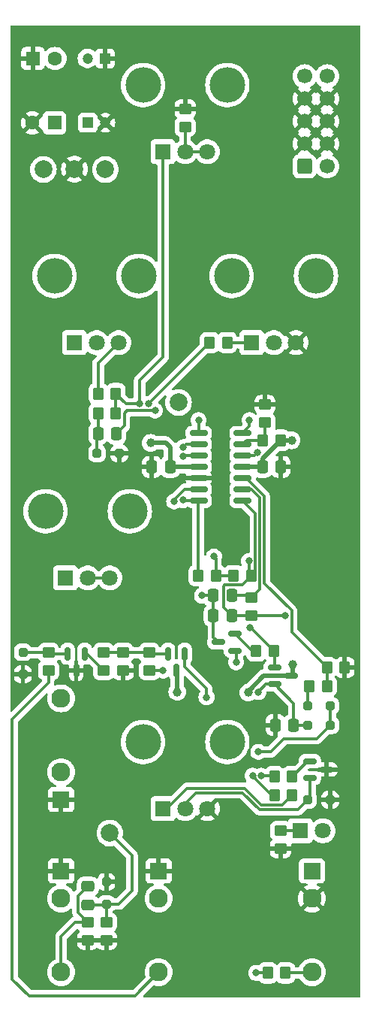
<source format=gbl>
G04 #@! TF.GenerationSoftware,KiCad,Pcbnew,8.0.2-1*
G04 #@! TF.CreationDate,2024-09-23T21:31:36+02:00*
G04 #@! TF.ProjectId,kicks,6b69636b-732e-46b6-9963-61645f706362,rev?*
G04 #@! TF.SameCoordinates,Original*
G04 #@! TF.FileFunction,Copper,L2,Bot*
G04 #@! TF.FilePolarity,Positive*
%FSLAX46Y46*%
G04 Gerber Fmt 4.6, Leading zero omitted, Abs format (unit mm)*
G04 Created by KiCad (PCBNEW 8.0.2-1) date 2024-09-23 21:31:36*
%MOMM*%
%LPD*%
G01*
G04 APERTURE LIST*
G04 Aperture macros list*
%AMRoundRect*
0 Rectangle with rounded corners*
0 $1 Rounding radius*
0 $2 $3 $4 $5 $6 $7 $8 $9 X,Y pos of 4 corners*
0 Add a 4 corners polygon primitive as box body*
4,1,4,$2,$3,$4,$5,$6,$7,$8,$9,$2,$3,0*
0 Add four circle primitives for the rounded corners*
1,1,$1+$1,$2,$3*
1,1,$1+$1,$4,$5*
1,1,$1+$1,$6,$7*
1,1,$1+$1,$8,$9*
0 Add four rect primitives between the rounded corners*
20,1,$1+$1,$2,$3,$4,$5,0*
20,1,$1+$1,$4,$5,$6,$7,0*
20,1,$1+$1,$6,$7,$8,$9,0*
20,1,$1+$1,$8,$9,$2,$3,0*%
G04 Aperture macros list end*
G04 #@! TA.AperFunction,ComponentPad*
%ADD10R,1.930000X1.830000*%
G04 #@! TD*
G04 #@! TA.AperFunction,ComponentPad*
%ADD11C,2.130000*%
G04 #@! TD*
G04 #@! TA.AperFunction,ComponentPad*
%ADD12O,4.000000X4.000000*%
G04 #@! TD*
G04 #@! TA.AperFunction,ComponentPad*
%ADD13R,1.800000X1.800000*%
G04 #@! TD*
G04 #@! TA.AperFunction,ComponentPad*
%ADD14C,1.800000*%
G04 #@! TD*
G04 #@! TA.AperFunction,ComponentPad*
%ADD15C,2.000000*%
G04 #@! TD*
G04 #@! TA.AperFunction,ComponentPad*
%ADD16R,1.200000X1.200000*%
G04 #@! TD*
G04 #@! TA.AperFunction,ComponentPad*
%ADD17C,1.200000*%
G04 #@! TD*
G04 #@! TA.AperFunction,SMDPad,CuDef*
%ADD18RoundRect,0.250000X0.350000X0.450000X-0.350000X0.450000X-0.350000X-0.450000X0.350000X-0.450000X0*%
G04 #@! TD*
G04 #@! TA.AperFunction,SMDPad,CuDef*
%ADD19RoundRect,0.250000X-0.450000X0.350000X-0.450000X-0.350000X0.450000X-0.350000X0.450000X0.350000X0*%
G04 #@! TD*
G04 #@! TA.AperFunction,SMDPad,CuDef*
%ADD20RoundRect,0.250000X-0.350000X-0.450000X0.350000X-0.450000X0.350000X0.450000X-0.350000X0.450000X0*%
G04 #@! TD*
G04 #@! TA.AperFunction,SMDPad,CuDef*
%ADD21RoundRect,0.250000X0.250000X-0.250000X0.250000X0.250000X-0.250000X0.250000X-0.250000X-0.250000X0*%
G04 #@! TD*
G04 #@! TA.AperFunction,SMDPad,CuDef*
%ADD22RoundRect,0.250000X-0.250000X0.250000X-0.250000X-0.250000X0.250000X-0.250000X0.250000X0.250000X0*%
G04 #@! TD*
G04 #@! TA.AperFunction,ComponentPad*
%ADD23R,1.600000X1.600000*%
G04 #@! TD*
G04 #@! TA.AperFunction,ComponentPad*
%ADD24C,1.600000*%
G04 #@! TD*
G04 #@! TA.AperFunction,SMDPad,CuDef*
%ADD25RoundRect,0.250000X-0.337500X-0.475000X0.337500X-0.475000X0.337500X0.475000X-0.337500X0.475000X0*%
G04 #@! TD*
G04 #@! TA.AperFunction,SMDPad,CuDef*
%ADD26RoundRect,0.250000X0.337500X0.475000X-0.337500X0.475000X-0.337500X-0.475000X0.337500X-0.475000X0*%
G04 #@! TD*
G04 #@! TA.AperFunction,SMDPad,CuDef*
%ADD27RoundRect,0.250000X-0.475000X0.337500X-0.475000X-0.337500X0.475000X-0.337500X0.475000X0.337500X0*%
G04 #@! TD*
G04 #@! TA.AperFunction,SMDPad,CuDef*
%ADD28RoundRect,0.150000X-0.150000X0.587500X-0.150000X-0.587500X0.150000X-0.587500X0.150000X0.587500X0*%
G04 #@! TD*
G04 #@! TA.AperFunction,SMDPad,CuDef*
%ADD29RoundRect,0.250000X0.250000X0.250000X-0.250000X0.250000X-0.250000X-0.250000X0.250000X-0.250000X0*%
G04 #@! TD*
G04 #@! TA.AperFunction,SMDPad,CuDef*
%ADD30RoundRect,0.250000X0.450000X-0.350000X0.450000X0.350000X-0.450000X0.350000X-0.450000X-0.350000X0*%
G04 #@! TD*
G04 #@! TA.AperFunction,SMDPad,CuDef*
%ADD31RoundRect,0.150000X-0.587500X-0.150000X0.587500X-0.150000X0.587500X0.150000X-0.587500X0.150000X0*%
G04 #@! TD*
G04 #@! TA.AperFunction,SMDPad,CuDef*
%ADD32RoundRect,0.250000X-0.250000X-0.250000X0.250000X-0.250000X0.250000X0.250000X-0.250000X0.250000X0*%
G04 #@! TD*
G04 #@! TA.AperFunction,SMDPad,CuDef*
%ADD33RoundRect,0.150000X0.825000X0.150000X-0.825000X0.150000X-0.825000X-0.150000X0.825000X-0.150000X0*%
G04 #@! TD*
G04 #@! TA.AperFunction,ComponentPad*
%ADD34RoundRect,0.250000X-0.600000X-0.600000X0.600000X-0.600000X0.600000X0.600000X-0.600000X0.600000X0*%
G04 #@! TD*
G04 #@! TA.AperFunction,ComponentPad*
%ADD35C,1.700000*%
G04 #@! TD*
G04 #@! TA.AperFunction,SMDPad,CuDef*
%ADD36RoundRect,0.150000X0.587500X0.150000X-0.587500X0.150000X-0.587500X-0.150000X0.587500X-0.150000X0*%
G04 #@! TD*
G04 #@! TA.AperFunction,ViaPad*
%ADD37C,0.800000*%
G04 #@! TD*
G04 #@! TA.AperFunction,ViaPad*
%ADD38C,1.000000*%
G04 #@! TD*
G04 #@! TA.AperFunction,Conductor*
%ADD39C,0.300000*%
G04 #@! TD*
G04 #@! TA.AperFunction,Conductor*
%ADD40C,0.500000*%
G04 #@! TD*
G04 APERTURE END LIST*
D10*
X84310000Y-145520000D03*
D11*
X84310000Y-156920000D03*
X84310000Y-148620000D03*
D12*
X65250000Y-57000000D03*
X74750000Y-57000000D03*
D13*
X67500000Y-64500000D03*
D14*
X70000000Y-64500000D03*
X72500000Y-64500000D03*
D15*
X61500000Y-141250000D03*
D12*
X54250000Y-105000000D03*
X63750000Y-105000000D03*
D13*
X56500000Y-112500000D03*
D14*
X59000000Y-112500000D03*
X61500000Y-112500000D03*
D10*
X56000000Y-145520000D03*
D11*
X56000000Y-156920000D03*
X56000000Y-148620000D03*
D10*
X56000000Y-137480000D03*
D11*
X56000000Y-126080000D03*
X56000000Y-134380000D03*
D12*
X65250000Y-131000000D03*
X74750000Y-131000000D03*
D13*
X67500000Y-138500000D03*
D14*
X70000000Y-138500000D03*
X72500000Y-138500000D03*
D12*
X75250000Y-78500000D03*
X84750000Y-78500000D03*
D13*
X77500000Y-86000000D03*
D14*
X80000000Y-86000000D03*
X82500000Y-86000000D03*
D10*
X67000000Y-145520000D03*
D11*
X67000000Y-156920000D03*
X67000000Y-148620000D03*
D13*
X83000000Y-141000000D03*
D14*
X85540000Y-141000000D03*
D12*
X55250000Y-78500000D03*
X64750000Y-78500000D03*
D13*
X57500000Y-86000000D03*
D14*
X60000000Y-86000000D03*
X62500000Y-86000000D03*
D16*
X59000000Y-61250000D03*
D17*
X61000000Y-61250000D03*
D18*
X77462500Y-112250000D03*
X75462500Y-112250000D03*
D15*
X61000000Y-66500000D03*
D16*
X60972600Y-54000000D03*
D17*
X58972600Y-54000000D03*
D19*
X77462500Y-114750000D03*
X77462500Y-116750000D03*
D20*
X79310000Y-157000000D03*
X81310000Y-157000000D03*
D18*
X80000000Y-120750000D03*
X78000000Y-120750000D03*
D19*
X54587500Y-120930000D03*
X54587500Y-122930000D03*
D20*
X86000000Y-122600000D03*
X88000000Y-122600000D03*
D21*
X61100000Y-149250000D03*
X61100000Y-146750000D03*
D18*
X73462500Y-112250000D03*
X71462500Y-112250000D03*
D22*
X51687500Y-120875000D03*
X51687500Y-123375000D03*
D23*
X55250000Y-61250000D03*
D24*
X52750000Y-61250000D03*
D19*
X80750000Y-141000000D03*
X80750000Y-143000000D03*
D25*
X78712500Y-100000000D03*
X80787500Y-100000000D03*
X80162500Y-129085000D03*
X82237500Y-129085000D03*
D26*
X62250000Y-96250000D03*
X60175000Y-96250000D03*
D18*
X74750000Y-86000000D03*
X72750000Y-86000000D03*
D25*
X73175000Y-116750000D03*
X75250000Y-116750000D03*
D27*
X59000000Y-147262500D03*
X59000000Y-149337500D03*
D18*
X82062500Y-137000000D03*
X80062500Y-137000000D03*
D28*
X68050000Y-121062500D03*
X69950000Y-121062500D03*
X69000000Y-122937500D03*
D20*
X78750000Y-97000000D03*
X80750000Y-97000000D03*
D15*
X69250000Y-92750000D03*
D29*
X62565000Y-98500000D03*
X60065000Y-98500000D03*
D19*
X79000000Y-93000000D03*
X79000000Y-95000000D03*
D25*
X66212500Y-100000000D03*
X68287500Y-100000000D03*
D20*
X60182500Y-94000000D03*
X62182500Y-94000000D03*
D15*
X57500000Y-66450000D03*
D18*
X86000000Y-124700000D03*
X84000000Y-124700000D03*
D28*
X56750000Y-121062500D03*
X58650000Y-121062500D03*
X57700000Y-122937500D03*
D30*
X63000000Y-122930000D03*
X63000000Y-120930000D03*
D15*
X54000000Y-66500000D03*
D23*
X52817621Y-54000000D03*
D24*
X55317621Y-54000000D03*
D19*
X61100000Y-151300000D03*
X61100000Y-153300000D03*
D31*
X84062500Y-135050000D03*
X84062500Y-133150000D03*
X85937500Y-134100000D03*
X80087500Y-124500000D03*
X80087500Y-122600000D03*
X81962500Y-123550000D03*
D19*
X70000000Y-59700000D03*
X70000000Y-61700000D03*
D26*
X75250000Y-114500000D03*
X73175000Y-114500000D03*
D18*
X62182500Y-91750000D03*
X60182500Y-91750000D03*
D32*
X83850000Y-137500000D03*
X86350000Y-137500000D03*
X83850000Y-129100000D03*
X86350000Y-129100000D03*
D19*
X59000000Y-151300000D03*
X59000000Y-153300000D03*
D33*
X76475000Y-96190000D03*
X76475000Y-97460000D03*
X76475000Y-98730000D03*
X76475000Y-100000000D03*
X76475000Y-101270000D03*
X76475000Y-102540000D03*
X76475000Y-103810000D03*
X71525000Y-103810000D03*
X71525000Y-102540000D03*
X71525000Y-101270000D03*
X71525000Y-100000000D03*
X71525000Y-98730000D03*
X71525000Y-97460000D03*
X71525000Y-96190000D03*
D19*
X65950000Y-120930000D03*
X65950000Y-122930000D03*
D34*
X83460000Y-66160000D03*
D35*
X86000000Y-66160000D03*
X83460000Y-63620000D03*
X86000000Y-63620000D03*
X83460000Y-61080000D03*
X86000000Y-61080000D03*
X83460000Y-58540000D03*
X86000000Y-58540000D03*
X83460000Y-56000000D03*
X86000000Y-56000000D03*
D19*
X60800000Y-120930000D03*
X60800000Y-122930000D03*
D18*
X82062500Y-134900000D03*
X80062500Y-134900000D03*
D32*
X83850000Y-126900000D03*
X86350000Y-126900000D03*
D36*
X75587500Y-118800000D03*
X75587500Y-120700000D03*
X73712500Y-119750000D03*
D37*
X77599997Y-134800000D03*
X77200000Y-110600000D03*
X69750000Y-98800000D03*
X78250000Y-132100000D03*
X72400000Y-125950000D03*
D38*
X66100000Y-97300000D03*
X69100000Y-125350000D03*
X77121381Y-125431460D03*
X82000000Y-97000000D03*
X82100000Y-122300000D03*
D37*
X73240254Y-110106190D03*
X64844666Y-92905331D03*
X71900000Y-114500000D03*
X78148959Y-98398959D03*
X78250000Y-125357996D03*
X77300000Y-118100000D03*
X66594669Y-93655331D03*
X81250000Y-116750000D03*
X78000000Y-157000000D03*
X71500000Y-94750000D03*
X69750000Y-97799997D03*
X75750000Y-122000000D03*
X65844669Y-92905331D03*
X67500000Y-122930000D03*
X77250000Y-94750000D03*
X78600000Y-134800000D03*
X69750000Y-103750000D03*
X68750000Y-103900000D03*
D39*
X59000000Y-151300000D02*
X57600000Y-151300000D01*
X57600000Y-151300000D02*
X56000000Y-152900000D01*
X56000000Y-152900000D02*
X56000000Y-156920000D01*
X78250000Y-132100000D02*
X79650000Y-132100000D01*
X79650000Y-132100000D02*
X81150000Y-130600000D01*
X81150000Y-130600000D02*
X84850000Y-130600000D01*
X84850000Y-130600000D02*
X86350000Y-129100000D01*
X64844666Y-90255334D02*
X67500000Y-87600000D01*
X63337831Y-92905331D02*
X62182500Y-91750000D01*
X64844666Y-92905331D02*
X63337831Y-92905331D01*
X67500000Y-87600000D02*
X67500000Y-64500000D01*
X64844666Y-92905331D02*
X64844666Y-90255334D01*
X66594669Y-93655331D02*
X63444669Y-93655331D01*
X63444669Y-93655331D02*
X63132500Y-93967500D01*
X63132500Y-93967500D02*
X63132500Y-95367500D01*
X63132500Y-95367500D02*
X62250000Y-96250000D01*
X73462500Y-110328436D02*
X73462500Y-112250000D01*
X73240254Y-110106190D02*
X73462500Y-110328436D01*
X68750000Y-103689339D02*
X69899339Y-102540000D01*
X68750000Y-103900000D02*
X68750000Y-103689339D01*
X69899339Y-102540000D02*
X71525000Y-102540000D01*
X77300000Y-118100000D02*
X77350000Y-118100000D01*
X77350000Y-118100000D02*
X80000000Y-120750000D01*
X86000000Y-122600000D02*
X82000000Y-118600000D01*
X82000000Y-118600000D02*
X82000000Y-116200000D01*
X82000000Y-116200000D02*
X78912500Y-113112500D01*
X78912500Y-113112500D02*
X78912500Y-103291238D01*
X76891262Y-101270000D02*
X76475000Y-101270000D01*
X78912500Y-103291238D02*
X76891262Y-101270000D01*
X64320000Y-159600000D02*
X52400000Y-159600000D01*
X52400000Y-159600000D02*
X50500000Y-157700000D01*
X67000000Y-156920000D02*
X64320000Y-159600000D01*
X50500000Y-128400000D02*
X54587500Y-124312500D01*
X50500000Y-157700000D02*
X50500000Y-128400000D01*
X54587500Y-124312500D02*
X54587500Y-122930000D01*
X71200000Y-136700000D02*
X76492894Y-136700000D01*
X78392894Y-138600000D02*
X82750000Y-138600000D01*
X84062500Y-135050000D02*
X84062500Y-137287500D01*
X70000000Y-138500000D02*
X70000000Y-137900000D01*
X82750000Y-138600000D02*
X83850000Y-137500000D01*
X70000000Y-137900000D02*
X71200000Y-136700000D01*
X76492894Y-136700000D02*
X78392894Y-138600000D01*
X84062500Y-137287500D02*
X83850000Y-137500000D01*
X82062500Y-137000000D02*
X80962500Y-138100000D01*
X80962500Y-138100000D02*
X78600000Y-138100000D01*
X76700000Y-136200000D02*
X70200000Y-136200000D01*
X78600000Y-138100000D02*
X76700000Y-136200000D01*
X67900000Y-138500000D02*
X67500000Y-138500000D01*
X70200000Y-136200000D02*
X67900000Y-138500000D01*
X77850000Y-135110661D02*
X79739339Y-137000000D01*
X79739339Y-137000000D02*
X80062500Y-137000000D01*
X77599997Y-134800000D02*
X77850000Y-135050003D01*
X77850000Y-135050003D02*
X77850000Y-135110661D01*
X70089997Y-97460000D02*
X71525000Y-97460000D01*
X69750000Y-97799997D02*
X70089997Y-97460000D01*
X69820000Y-98730000D02*
X71525000Y-98730000D01*
X69750000Y-98800000D02*
X69820000Y-98730000D01*
X77200000Y-111987500D02*
X77462500Y-112250000D01*
X77200000Y-110600000D02*
X77200000Y-111987500D01*
X86000000Y-124700000D02*
X86000000Y-122600000D01*
X69950000Y-122550000D02*
X69950000Y-121062500D01*
X72400000Y-125950000D02*
X72400000Y-125000000D01*
X72400000Y-125000000D02*
X69950000Y-122550000D01*
X84062500Y-133150000D02*
X83812500Y-133150000D01*
X83812500Y-133150000D02*
X82062500Y-134900000D01*
X79962500Y-134800000D02*
X80062500Y-134900000D01*
X78600000Y-134800000D02*
X79962500Y-134800000D01*
D40*
X66100000Y-97300000D02*
X67800000Y-97300000D01*
X67800000Y-97300000D02*
X68287500Y-97787500D01*
X68287500Y-97787500D02*
X68287500Y-100000000D01*
X81962500Y-123550000D02*
X78855914Y-123550000D01*
X78855914Y-123550000D02*
X77200000Y-125205914D01*
X77200000Y-125205914D02*
X77200000Y-125352841D01*
X77200000Y-125352841D02*
X77121381Y-125431460D01*
X69100000Y-125350000D02*
X69100000Y-123037500D01*
X69100000Y-123037500D02*
X69000000Y-122937500D01*
X82000000Y-97000000D02*
X80750000Y-97000000D01*
X82100000Y-123412500D02*
X81962500Y-123550000D01*
X82100000Y-122300000D02*
X82100000Y-123412500D01*
D39*
X73175000Y-114500000D02*
X71900000Y-114500000D01*
D40*
X78712500Y-99037500D02*
X78712500Y-100000000D01*
X80750000Y-97000000D02*
X78712500Y-99037500D01*
X76475000Y-100000000D02*
X78712500Y-100000000D01*
X68287500Y-100000000D02*
X71525000Y-100000000D01*
D39*
X64000000Y-143750000D02*
X64000000Y-147750000D01*
X61012500Y-149337500D02*
X61100000Y-149250000D01*
X59000000Y-149337500D02*
X61012500Y-149337500D01*
X61100000Y-151300000D02*
X61100000Y-149250000D01*
X77817918Y-98730000D02*
X78148959Y-98398959D01*
X76475000Y-98730000D02*
X77817918Y-98730000D01*
X61500000Y-141250000D02*
X64000000Y-143750000D01*
X64000000Y-147750000D02*
X62500000Y-149250000D01*
X62500000Y-149250000D02*
X61100000Y-149250000D01*
X56750000Y-121062500D02*
X54720000Y-121062500D01*
X51742500Y-120930000D02*
X51687500Y-120875000D01*
X54587500Y-120930000D02*
X51742500Y-120930000D01*
X54720000Y-121062500D02*
X54587500Y-120930000D01*
X57925000Y-148337500D02*
X57925000Y-150225000D01*
X59000000Y-147262500D02*
X57925000Y-148337500D01*
X57925000Y-150225000D02*
X59000000Y-151300000D01*
X79107996Y-124500000D02*
X80087500Y-124500000D01*
X82252500Y-129100000D02*
X82237500Y-129085000D01*
X78250000Y-125357996D02*
X79107996Y-124500000D01*
X80087500Y-124500000D02*
X82237500Y-126650000D01*
X82237500Y-126650000D02*
X82237500Y-129085000D01*
X83850000Y-129100000D02*
X82252500Y-129100000D01*
X80087500Y-122600000D02*
X80087500Y-120837500D01*
X80087500Y-120837500D02*
X80000000Y-120750000D01*
X60065000Y-98500000D02*
X60065000Y-96360000D01*
X60065000Y-96360000D02*
X60175000Y-96250000D01*
X60175000Y-94007500D02*
X60182500Y-94000000D01*
X60175000Y-96250000D02*
X60175000Y-94007500D01*
X74450000Y-113300000D02*
X76412500Y-113300000D01*
X77462500Y-116750000D02*
X81250000Y-116750000D01*
X76412500Y-113300000D02*
X77462500Y-112250000D01*
X77912500Y-105247500D02*
X76475000Y-103810000D01*
X74312500Y-113437500D02*
X74450000Y-113300000D01*
X77912500Y-111800000D02*
X77912500Y-105247500D01*
X75250000Y-116750000D02*
X74312500Y-115812500D01*
X78000000Y-157000000D02*
X79310000Y-157000000D01*
X77462500Y-112250000D02*
X77912500Y-111800000D01*
X77462500Y-116750000D02*
X75250000Y-116750000D01*
X74312500Y-115812500D02*
X74312500Y-113437500D01*
X73175000Y-119212500D02*
X73175000Y-116750000D01*
X73175000Y-116750000D02*
X73175000Y-114500000D01*
X73712500Y-119750000D02*
X73175000Y-119212500D01*
X62182500Y-91750000D02*
X62182500Y-94000000D01*
X86350000Y-129100000D02*
X86350000Y-126900000D01*
X83850000Y-124850000D02*
X84000000Y-124700000D01*
X83850000Y-126900000D02*
X83850000Y-124850000D01*
X71525000Y-94775000D02*
X71500000Y-94750000D01*
X71525000Y-96190000D02*
X71525000Y-94775000D01*
X80750000Y-141000000D02*
X83000000Y-141000000D01*
X81310000Y-157000000D02*
X84230000Y-157000000D01*
X84230000Y-157000000D02*
X84310000Y-156920000D01*
X58932500Y-121062500D02*
X60800000Y-122930000D01*
X58650000Y-121062500D02*
X58932500Y-121062500D01*
X66082500Y-121062500D02*
X65950000Y-120930000D01*
X65950000Y-120930000D02*
X63000000Y-120930000D01*
X68050000Y-121062500D02*
X66082500Y-121062500D01*
X60800000Y-120930000D02*
X63000000Y-120930000D01*
X78000000Y-120750000D02*
X77537500Y-120750000D01*
X77537500Y-120750000D02*
X75587500Y-118800000D01*
X75750000Y-120862500D02*
X75587500Y-120700000D01*
X75750000Y-122000000D02*
X75750000Y-120862500D01*
X65844669Y-92905331D02*
X72750000Y-86000000D01*
X77250000Y-94750000D02*
X77250000Y-95415000D01*
X77250000Y-95415000D02*
X76475000Y-96190000D01*
X67500000Y-122930000D02*
X65950000Y-122930000D01*
X59000000Y-112500000D02*
X61500000Y-112500000D01*
X74750000Y-86000000D02*
X77500000Y-86000000D01*
X70000000Y-64500000D02*
X72500000Y-64500000D01*
X70000000Y-61750000D02*
X70000000Y-64500000D01*
X60182500Y-88317500D02*
X62500000Y-86000000D01*
X60182500Y-91750000D02*
X60182500Y-88317500D01*
X71525000Y-103810000D02*
X69810000Y-103810000D01*
X71462500Y-112250000D02*
X71462500Y-103872500D01*
X69810000Y-103810000D02*
X69750000Y-103750000D01*
X71462500Y-103872500D02*
X71525000Y-103810000D01*
X75462500Y-112250000D02*
X73462500Y-112250000D01*
X78750000Y-97000000D02*
X76935000Y-97000000D01*
X76935000Y-97000000D02*
X76475000Y-97460000D01*
X79000000Y-95000000D02*
X79000000Y-96750000D01*
X79000000Y-96750000D02*
X78750000Y-97000000D01*
X77462500Y-114750000D02*
X78412500Y-113800000D01*
X78412500Y-113800000D02*
X78412500Y-103502501D01*
X78412500Y-103502501D02*
X77449999Y-102540000D01*
X77449999Y-102540000D02*
X76475000Y-102540000D01*
X75250000Y-114500000D02*
X77212500Y-114500000D01*
X77212500Y-114500000D02*
X77462500Y-114750000D01*
G04 #@! TA.AperFunction,Conductor*
G36*
X85534075Y-63812993D02*
G01*
X85599901Y-63927007D01*
X85692993Y-64020099D01*
X85807007Y-64085925D01*
X85870590Y-64102962D01*
X85238625Y-64734925D01*
X85314594Y-64788119D01*
X85358219Y-64842696D01*
X85365413Y-64912194D01*
X85333890Y-64974549D01*
X85314595Y-64991269D01*
X85128594Y-65121508D01*
X84961503Y-65288599D01*
X84960349Y-65289975D01*
X84959688Y-65290414D01*
X84957676Y-65292427D01*
X84957271Y-65292022D01*
X84902173Y-65328671D01*
X84832312Y-65329772D01*
X84772946Y-65292928D01*
X84747663Y-65249265D01*
X84744814Y-65240666D01*
X84652712Y-65091344D01*
X84528656Y-64967288D01*
X84379334Y-64875186D01*
X84306966Y-64851205D01*
X84249522Y-64811433D01*
X84222699Y-64746917D01*
X84222585Y-64736137D01*
X83589409Y-64102962D01*
X83652993Y-64085925D01*
X83767007Y-64020099D01*
X83860099Y-63927007D01*
X83925925Y-63812993D01*
X83942962Y-63749409D01*
X84574925Y-64381373D01*
X84628425Y-64304968D01*
X84683002Y-64261344D01*
X84752501Y-64254151D01*
X84814855Y-64285673D01*
X84831576Y-64304969D01*
X84885073Y-64381372D01*
X85517037Y-63749409D01*
X85534075Y-63812993D01*
G37*
G04 #@! TD.AperFunction*
G04 #@! TA.AperFunction,Conductor*
G36*
X85534075Y-61272993D02*
G01*
X85599901Y-61387007D01*
X85692993Y-61480099D01*
X85807007Y-61545925D01*
X85870590Y-61562962D01*
X85238625Y-62194925D01*
X85315031Y-62248425D01*
X85358655Y-62303002D01*
X85365848Y-62372501D01*
X85334326Y-62434855D01*
X85315029Y-62451576D01*
X85238625Y-62505072D01*
X85870590Y-63137037D01*
X85807007Y-63154075D01*
X85692993Y-63219901D01*
X85599901Y-63312993D01*
X85534075Y-63427007D01*
X85517037Y-63490590D01*
X84885072Y-62858625D01*
X84885072Y-62858626D01*
X84831574Y-62935030D01*
X84776998Y-62978655D01*
X84707499Y-62985849D01*
X84645144Y-62954326D01*
X84628424Y-62935030D01*
X84574925Y-62858626D01*
X84574925Y-62858625D01*
X83942962Y-63490589D01*
X83925925Y-63427007D01*
X83860099Y-63312993D01*
X83767007Y-63219901D01*
X83652993Y-63154075D01*
X83589410Y-63137037D01*
X84221373Y-62505073D01*
X84144969Y-62451576D01*
X84101344Y-62396999D01*
X84094150Y-62327501D01*
X84125672Y-62265146D01*
X84144968Y-62248425D01*
X84221373Y-62194925D01*
X83589409Y-61562962D01*
X83652993Y-61545925D01*
X83767007Y-61480099D01*
X83860099Y-61387007D01*
X83925925Y-61272993D01*
X83942962Y-61209409D01*
X84574925Y-61841373D01*
X84628425Y-61764968D01*
X84683002Y-61721344D01*
X84752501Y-61714151D01*
X84814855Y-61745673D01*
X84831576Y-61764969D01*
X84885073Y-61841372D01*
X85517037Y-61209409D01*
X85534075Y-61272993D01*
G37*
G04 #@! TD.AperFunction*
G04 #@! TA.AperFunction,Conductor*
G36*
X85534075Y-58732993D02*
G01*
X85599901Y-58847007D01*
X85692993Y-58940099D01*
X85807007Y-59005925D01*
X85870590Y-59022962D01*
X85238625Y-59654925D01*
X85315031Y-59708425D01*
X85358655Y-59763002D01*
X85365848Y-59832501D01*
X85334326Y-59894855D01*
X85315029Y-59911576D01*
X85238625Y-59965072D01*
X85870590Y-60597037D01*
X85807007Y-60614075D01*
X85692993Y-60679901D01*
X85599901Y-60772993D01*
X85534075Y-60887007D01*
X85517037Y-60950590D01*
X84885072Y-60318625D01*
X84885072Y-60318626D01*
X84831574Y-60395030D01*
X84776998Y-60438655D01*
X84707499Y-60445849D01*
X84645144Y-60414326D01*
X84628424Y-60395030D01*
X84574925Y-60318626D01*
X84574925Y-60318625D01*
X83942962Y-60950589D01*
X83925925Y-60887007D01*
X83860099Y-60772993D01*
X83767007Y-60679901D01*
X83652993Y-60614075D01*
X83589410Y-60597037D01*
X84221373Y-59965073D01*
X84144969Y-59911576D01*
X84101344Y-59856999D01*
X84094150Y-59787501D01*
X84125672Y-59725146D01*
X84144968Y-59708425D01*
X84221373Y-59654925D01*
X83589409Y-59022962D01*
X83652993Y-59005925D01*
X83767007Y-58940099D01*
X83860099Y-58847007D01*
X83925925Y-58732993D01*
X83942962Y-58669409D01*
X84574925Y-59301373D01*
X84628425Y-59224968D01*
X84683002Y-59181344D01*
X84752501Y-59174151D01*
X84814855Y-59205673D01*
X84831576Y-59224969D01*
X84885073Y-59301372D01*
X85517037Y-58669409D01*
X85534075Y-58732993D01*
G37*
G04 #@! TD.AperFunction*
G04 #@! TA.AperFunction,Conductor*
G36*
X84814855Y-56666546D02*
G01*
X84831575Y-56685842D01*
X84961500Y-56871395D01*
X84961505Y-56871401D01*
X85128599Y-57038495D01*
X85314594Y-57168730D01*
X85358218Y-57223307D01*
X85365411Y-57292806D01*
X85333889Y-57355160D01*
X85314593Y-57371880D01*
X85238626Y-57425072D01*
X85238625Y-57425072D01*
X85870590Y-58057037D01*
X85807007Y-58074075D01*
X85692993Y-58139901D01*
X85599901Y-58232993D01*
X85534075Y-58347007D01*
X85517037Y-58410590D01*
X84885072Y-57778625D01*
X84885072Y-57778626D01*
X84831574Y-57855030D01*
X84776998Y-57898655D01*
X84707499Y-57905849D01*
X84645144Y-57874326D01*
X84628424Y-57855030D01*
X84574925Y-57778626D01*
X84574925Y-57778625D01*
X83942962Y-58410589D01*
X83925925Y-58347007D01*
X83860099Y-58232993D01*
X83767007Y-58139901D01*
X83652993Y-58074075D01*
X83589410Y-58057037D01*
X84221373Y-57425073D01*
X84221373Y-57425072D01*
X84145405Y-57371880D01*
X84101780Y-57317304D01*
X84094586Y-57247805D01*
X84126108Y-57185451D01*
X84145399Y-57168734D01*
X84331401Y-57038495D01*
X84498495Y-56871401D01*
X84628425Y-56685842D01*
X84683002Y-56642217D01*
X84752500Y-56635023D01*
X84814855Y-56666546D01*
G37*
G04 #@! TD.AperFunction*
G04 #@! TA.AperFunction,Conductor*
G36*
X89692539Y-50270185D02*
G01*
X89738294Y-50322989D01*
X89749500Y-50374500D01*
X89749500Y-159625500D01*
X89729815Y-159692539D01*
X89677011Y-159738294D01*
X89625500Y-159749500D01*
X65389808Y-159749500D01*
X65322769Y-159729815D01*
X65277014Y-159677011D01*
X65267070Y-159607853D01*
X65296095Y-159544297D01*
X65302127Y-159537819D01*
X65926764Y-158913181D01*
X66394449Y-158445495D01*
X66455770Y-158412012D01*
X66511075Y-158412604D01*
X66648087Y-158445497D01*
X66754345Y-158471007D01*
X67000000Y-158490341D01*
X67245655Y-158471007D01*
X67485262Y-158413483D01*
X67712920Y-158319184D01*
X67923023Y-158190433D01*
X68110399Y-158030399D01*
X68270433Y-157843023D01*
X68399184Y-157632920D01*
X68493483Y-157405262D01*
X68551007Y-157165655D01*
X68564045Y-157000000D01*
X77094540Y-157000000D01*
X77114326Y-157188256D01*
X77114327Y-157188259D01*
X77172818Y-157368277D01*
X77172821Y-157368284D01*
X77267467Y-157532216D01*
X77358142Y-157632920D01*
X77394129Y-157672888D01*
X77547265Y-157784148D01*
X77547270Y-157784151D01*
X77720192Y-157861142D01*
X77720197Y-157861144D01*
X77905354Y-157900500D01*
X77905355Y-157900500D01*
X78094644Y-157900500D01*
X78094646Y-157900500D01*
X78240467Y-157869505D01*
X78310134Y-157874821D01*
X78363511Y-157913880D01*
X78367287Y-157918655D01*
X78367288Y-157918656D01*
X78491344Y-158042712D01*
X78640666Y-158134814D01*
X78807203Y-158189999D01*
X78909991Y-158200500D01*
X79710008Y-158200499D01*
X79710016Y-158200498D01*
X79710019Y-158200498D01*
X79766302Y-158194748D01*
X79812797Y-158189999D01*
X79979334Y-158134814D01*
X80128656Y-158042712D01*
X80222319Y-157949049D01*
X80283642Y-157915564D01*
X80353334Y-157920548D01*
X80397681Y-157949049D01*
X80491344Y-158042712D01*
X80640666Y-158134814D01*
X80807203Y-158189999D01*
X80909991Y-158200500D01*
X81710008Y-158200499D01*
X81710016Y-158200498D01*
X81710019Y-158200498D01*
X81766302Y-158194748D01*
X81812797Y-158189999D01*
X81979334Y-158134814D01*
X82128656Y-158042712D01*
X82252712Y-157918656D01*
X82344814Y-157769334D01*
X82356028Y-157735494D01*
X82395801Y-157678050D01*
X82460317Y-157651228D01*
X82473733Y-157650500D01*
X82852146Y-157650500D01*
X82919185Y-157670185D01*
X82957872Y-157709709D01*
X83039567Y-157843023D01*
X83199601Y-158030399D01*
X83344648Y-158154280D01*
X83386979Y-158190435D01*
X83386981Y-158190436D01*
X83597079Y-158319184D01*
X83824735Y-158413482D01*
X83824736Y-158413482D01*
X83824738Y-158413483D01*
X84064345Y-158471007D01*
X84310000Y-158490341D01*
X84555655Y-158471007D01*
X84795262Y-158413483D01*
X85022920Y-158319184D01*
X85233023Y-158190433D01*
X85420399Y-158030399D01*
X85580433Y-157843023D01*
X85709184Y-157632920D01*
X85803483Y-157405262D01*
X85861007Y-157165655D01*
X85880341Y-156920000D01*
X85861007Y-156674345D01*
X85803483Y-156434738D01*
X85803482Y-156434735D01*
X85709184Y-156207079D01*
X85580436Y-155996981D01*
X85580435Y-155996979D01*
X85544280Y-155954648D01*
X85420399Y-155809601D01*
X85296516Y-155703795D01*
X85233020Y-155649564D01*
X85233018Y-155649563D01*
X85022920Y-155520815D01*
X84795264Y-155426517D01*
X84555658Y-155368993D01*
X84310000Y-155349659D01*
X84064341Y-155368993D01*
X83824735Y-155426517D01*
X83597079Y-155520815D01*
X83386981Y-155649563D01*
X83386979Y-155649564D01*
X83199601Y-155809601D01*
X83039564Y-155996979D01*
X83039563Y-155996981D01*
X82910815Y-156207079D01*
X82883530Y-156272953D01*
X82839689Y-156327356D01*
X82773395Y-156349421D01*
X82768969Y-156349500D01*
X82473733Y-156349500D01*
X82406694Y-156329815D01*
X82360939Y-156277011D01*
X82356028Y-156264506D01*
X82351495Y-156250829D01*
X82344814Y-156230666D01*
X82252712Y-156081344D01*
X82128656Y-155957288D01*
X81979334Y-155865186D01*
X81812797Y-155810001D01*
X81812795Y-155810000D01*
X81710010Y-155799500D01*
X80909998Y-155799500D01*
X80909980Y-155799501D01*
X80807203Y-155810000D01*
X80807200Y-155810001D01*
X80640668Y-155865185D01*
X80640663Y-155865187D01*
X80491342Y-155957289D01*
X80397681Y-156050951D01*
X80336358Y-156084436D01*
X80266666Y-156079452D01*
X80222319Y-156050951D01*
X80128657Y-155957289D01*
X80128656Y-155957288D01*
X79979334Y-155865186D01*
X79812797Y-155810001D01*
X79812795Y-155810000D01*
X79710010Y-155799500D01*
X78909998Y-155799500D01*
X78909980Y-155799501D01*
X78807203Y-155810000D01*
X78807200Y-155810001D01*
X78640668Y-155865185D01*
X78640663Y-155865187D01*
X78491342Y-155957289D01*
X78367287Y-156081344D01*
X78363511Y-156086120D01*
X78306487Y-156126494D01*
X78240467Y-156130495D01*
X78094646Y-156099500D01*
X77905354Y-156099500D01*
X77872897Y-156106398D01*
X77720197Y-156138855D01*
X77720192Y-156138857D01*
X77547270Y-156215848D01*
X77547265Y-156215851D01*
X77394129Y-156327111D01*
X77267466Y-156467785D01*
X77172821Y-156631715D01*
X77172818Y-156631722D01*
X77114327Y-156811740D01*
X77114326Y-156811744D01*
X77094540Y-157000000D01*
X68564045Y-157000000D01*
X68570341Y-156920000D01*
X68551007Y-156674345D01*
X68493483Y-156434738D01*
X68493482Y-156434735D01*
X68399184Y-156207079D01*
X68270436Y-155996981D01*
X68270435Y-155996979D01*
X68234280Y-155954648D01*
X68110399Y-155809601D01*
X67986516Y-155703795D01*
X67923020Y-155649564D01*
X67923018Y-155649563D01*
X67712920Y-155520815D01*
X67485264Y-155426517D01*
X67245658Y-155368993D01*
X67000000Y-155349659D01*
X66754341Y-155368993D01*
X66514735Y-155426517D01*
X66287079Y-155520815D01*
X66076981Y-155649563D01*
X66076979Y-155649564D01*
X65889601Y-155809601D01*
X65729564Y-155996979D01*
X65729563Y-155996981D01*
X65600815Y-156207079D01*
X65506517Y-156434735D01*
X65448993Y-156674341D01*
X65429659Y-156920000D01*
X65448993Y-157165658D01*
X65507395Y-157408922D01*
X65503904Y-157478705D01*
X65474502Y-157525550D01*
X64086873Y-158913181D01*
X64025550Y-158946666D01*
X63999192Y-158949500D01*
X52720808Y-158949500D01*
X52653769Y-158929815D01*
X52633127Y-158913181D01*
X51186819Y-157466873D01*
X51153334Y-157405550D01*
X51150500Y-157379192D01*
X51150500Y-148620000D01*
X54429659Y-148620000D01*
X54448993Y-148865658D01*
X54506517Y-149105264D01*
X54600815Y-149332920D01*
X54729563Y-149543018D01*
X54729564Y-149543020D01*
X54729567Y-149543023D01*
X54889601Y-149730399D01*
X54962811Y-149792926D01*
X55076979Y-149890435D01*
X55076981Y-149890436D01*
X55287079Y-150019184D01*
X55514735Y-150113482D01*
X55514736Y-150113482D01*
X55514738Y-150113483D01*
X55754345Y-150171007D01*
X56000000Y-150190341D01*
X56245655Y-150171007D01*
X56485262Y-150113483D01*
X56712920Y-150019184D01*
X56923023Y-149890433D01*
X57069971Y-149764927D01*
X57133729Y-149736358D01*
X57202815Y-149746795D01*
X57255291Y-149792926D01*
X57274500Y-149859219D01*
X57274500Y-150289069D01*
X57274500Y-150289071D01*
X57274499Y-150289071D01*
X57299497Y-150414738D01*
X57299499Y-150414744D01*
X57348534Y-150533127D01*
X57351957Y-150538249D01*
X57372833Y-150604927D01*
X57354347Y-150672307D01*
X57302366Y-150718995D01*
X57296312Y-150721696D01*
X57291874Y-150723534D01*
X57185326Y-150794726D01*
X55494726Y-152485326D01*
X55423534Y-152591874D01*
X55374499Y-152710255D01*
X55374497Y-152710261D01*
X55349500Y-152835928D01*
X55349500Y-155413121D01*
X55329815Y-155480160D01*
X55290290Y-155518848D01*
X55076982Y-155649563D01*
X55076979Y-155649564D01*
X54889601Y-155809601D01*
X54729564Y-155996979D01*
X54729563Y-155996981D01*
X54600815Y-156207079D01*
X54506517Y-156434735D01*
X54448993Y-156674341D01*
X54429659Y-156920000D01*
X54448993Y-157165658D01*
X54506517Y-157405264D01*
X54600815Y-157632920D01*
X54729563Y-157843018D01*
X54729564Y-157843020D01*
X54756725Y-157874821D01*
X54889601Y-158030399D01*
X55034648Y-158154280D01*
X55076979Y-158190435D01*
X55076981Y-158190436D01*
X55287079Y-158319184D01*
X55514735Y-158413482D01*
X55514736Y-158413482D01*
X55514738Y-158413483D01*
X55754345Y-158471007D01*
X56000000Y-158490341D01*
X56245655Y-158471007D01*
X56485262Y-158413483D01*
X56712920Y-158319184D01*
X56923023Y-158190433D01*
X57110399Y-158030399D01*
X57270433Y-157843023D01*
X57399184Y-157632920D01*
X57493483Y-157405262D01*
X57551007Y-157165655D01*
X57570341Y-156920000D01*
X57551007Y-156674345D01*
X57493483Y-156434738D01*
X57493482Y-156434735D01*
X57399184Y-156207079D01*
X57270436Y-155996981D01*
X57270435Y-155996979D01*
X57234280Y-155954648D01*
X57110399Y-155809601D01*
X56986516Y-155703795D01*
X56923020Y-155649564D01*
X56923017Y-155649563D01*
X56709710Y-155518848D01*
X56662835Y-155467036D01*
X56650500Y-155413121D01*
X56650500Y-153699986D01*
X57800001Y-153699986D01*
X57810494Y-153802697D01*
X57865641Y-153969119D01*
X57865643Y-153969124D01*
X57957684Y-154118345D01*
X58081654Y-154242315D01*
X58230875Y-154334356D01*
X58230880Y-154334358D01*
X58397302Y-154389505D01*
X58397309Y-154389506D01*
X58500019Y-154399999D01*
X58749999Y-154399999D01*
X59250000Y-154399999D01*
X59499972Y-154399999D01*
X59499986Y-154399998D01*
X59602697Y-154389505D01*
X59769119Y-154334358D01*
X59769124Y-154334356D01*
X59918345Y-154242315D01*
X59962319Y-154198342D01*
X60023642Y-154164857D01*
X60093334Y-154169841D01*
X60137681Y-154198342D01*
X60181654Y-154242315D01*
X60330875Y-154334356D01*
X60330880Y-154334358D01*
X60497302Y-154389505D01*
X60497309Y-154389506D01*
X60600019Y-154399999D01*
X60849999Y-154399999D01*
X61350000Y-154399999D01*
X61599972Y-154399999D01*
X61599986Y-154399998D01*
X61702697Y-154389505D01*
X61869119Y-154334358D01*
X61869124Y-154334356D01*
X62018345Y-154242315D01*
X62142315Y-154118345D01*
X62234356Y-153969124D01*
X62234358Y-153969119D01*
X62289505Y-153802697D01*
X62289506Y-153802690D01*
X62299999Y-153699986D01*
X62300000Y-153699973D01*
X62300000Y-153550000D01*
X61350000Y-153550000D01*
X61350000Y-154399999D01*
X60849999Y-154399999D01*
X60850000Y-154399998D01*
X60850000Y-153550000D01*
X59250000Y-153550000D01*
X59250000Y-154399999D01*
X58749999Y-154399999D01*
X58750000Y-154399998D01*
X58750000Y-153550000D01*
X57800001Y-153550000D01*
X57800001Y-153699986D01*
X56650500Y-153699986D01*
X56650500Y-153220807D01*
X56670185Y-153153768D01*
X56686814Y-153133130D01*
X57748736Y-152071208D01*
X57810057Y-152037725D01*
X57879749Y-152042709D01*
X57935682Y-152084581D01*
X57941954Y-152093795D01*
X57957287Y-152118655D01*
X58051304Y-152212672D01*
X58084789Y-152273995D01*
X58079805Y-152343687D01*
X58051305Y-152388034D01*
X57957682Y-152481657D01*
X57865643Y-152630875D01*
X57865641Y-152630880D01*
X57810494Y-152797302D01*
X57810493Y-152797309D01*
X57800000Y-152900013D01*
X57800000Y-153050000D01*
X62299999Y-153050000D01*
X62299999Y-152900028D01*
X62299998Y-152900013D01*
X62289505Y-152797302D01*
X62234358Y-152630880D01*
X62234356Y-152630875D01*
X62142315Y-152481654D01*
X62048695Y-152388034D01*
X62015210Y-152326711D01*
X62020194Y-152257019D01*
X62048691Y-152212676D01*
X62142712Y-152118656D01*
X62234814Y-151969334D01*
X62289999Y-151802797D01*
X62300500Y-151700009D01*
X62300499Y-150899992D01*
X62289999Y-150797203D01*
X62234814Y-150630666D01*
X62142712Y-150481344D01*
X62018656Y-150357288D01*
X62018655Y-150357287D01*
X61908058Y-150289071D01*
X61869334Y-150265186D01*
X61869332Y-150265185D01*
X61864789Y-150262383D01*
X61818064Y-150210435D01*
X61806841Y-150141473D01*
X61834684Y-150077391D01*
X61842182Y-150069185D01*
X61942712Y-149968656D01*
X61948420Y-149959402D01*
X62000368Y-149912678D01*
X62053958Y-149900500D01*
X62564071Y-149900500D01*
X62648615Y-149883682D01*
X62689744Y-149875501D01*
X62808127Y-149826465D01*
X62818794Y-149819336D01*
X62818800Y-149819335D01*
X62818799Y-149819334D01*
X62914669Y-149755277D01*
X64049946Y-148620000D01*
X65429659Y-148620000D01*
X65448993Y-148865658D01*
X65506517Y-149105264D01*
X65600815Y-149332920D01*
X65729563Y-149543018D01*
X65729564Y-149543020D01*
X65729567Y-149543023D01*
X65889601Y-149730399D01*
X65962811Y-149792926D01*
X66076979Y-149890435D01*
X66076981Y-149890436D01*
X66287079Y-150019184D01*
X66514735Y-150113482D01*
X66514736Y-150113482D01*
X66514738Y-150113483D01*
X66754345Y-150171007D01*
X67000000Y-150190341D01*
X67245655Y-150171007D01*
X67485262Y-150113483D01*
X67712920Y-150019184D01*
X67923023Y-149890433D01*
X68110399Y-149730399D01*
X68270433Y-149543023D01*
X68399184Y-149332920D01*
X68493483Y-149105262D01*
X68551007Y-148865655D01*
X68570341Y-148620000D01*
X82740161Y-148620000D01*
X82759487Y-148865574D01*
X82816992Y-149105102D01*
X82911262Y-149332692D01*
X83037597Y-149538849D01*
X83663036Y-148913410D01*
X83680807Y-148956311D01*
X83758507Y-149072598D01*
X83857402Y-149171493D01*
X83973689Y-149249193D01*
X84016589Y-149266962D01*
X83391149Y-149892401D01*
X83391149Y-149892402D01*
X83597307Y-150018737D01*
X83824897Y-150113007D01*
X84064426Y-150170512D01*
X84064425Y-150170512D01*
X84310000Y-150189838D01*
X84555574Y-150170512D01*
X84795102Y-150113007D01*
X85022689Y-150018738D01*
X85228849Y-149892401D01*
X84603410Y-149266963D01*
X84646311Y-149249193D01*
X84762598Y-149171493D01*
X84861493Y-149072598D01*
X84939193Y-148956311D01*
X84956963Y-148913410D01*
X85582401Y-149538849D01*
X85708738Y-149332689D01*
X85803007Y-149105102D01*
X85860512Y-148865574D01*
X85879838Y-148620000D01*
X85860512Y-148374425D01*
X85803007Y-148134897D01*
X85708737Y-147907307D01*
X85582401Y-147701149D01*
X84956962Y-148326588D01*
X84939193Y-148283689D01*
X84861493Y-148167402D01*
X84762598Y-148068507D01*
X84646311Y-147990807D01*
X84603410Y-147973036D01*
X85228849Y-147347597D01*
X85228849Y-147347596D01*
X85022691Y-147221262D01*
X85022688Y-147221260D01*
X84908735Y-147174060D01*
X84854331Y-147130219D01*
X84832266Y-147063925D01*
X84849545Y-146996226D01*
X84900682Y-146948615D01*
X84956186Y-146935499D01*
X85322872Y-146935499D01*
X85382483Y-146929091D01*
X85517331Y-146878796D01*
X85632546Y-146792546D01*
X85718796Y-146677331D01*
X85769091Y-146542483D01*
X85775500Y-146482873D01*
X85775499Y-144557128D01*
X85769091Y-144497517D01*
X85718884Y-144362906D01*
X85718797Y-144362671D01*
X85718793Y-144362664D01*
X85632547Y-144247455D01*
X85632544Y-144247452D01*
X85517335Y-144161206D01*
X85517328Y-144161202D01*
X85382482Y-144110908D01*
X85382483Y-144110908D01*
X85322883Y-144104501D01*
X85322881Y-144104500D01*
X85322873Y-144104500D01*
X85322864Y-144104500D01*
X83297129Y-144104500D01*
X83297123Y-144104501D01*
X83237516Y-144110908D01*
X83102671Y-144161202D01*
X83102664Y-144161206D01*
X82987455Y-144247452D01*
X82987452Y-144247455D01*
X82901206Y-144362664D01*
X82901202Y-144362671D01*
X82850908Y-144497517D01*
X82844501Y-144557116D01*
X82844501Y-144557123D01*
X82844500Y-144557135D01*
X82844500Y-146482870D01*
X82844501Y-146482876D01*
X82850908Y-146542483D01*
X82901202Y-146677328D01*
X82901206Y-146677335D01*
X82987452Y-146792544D01*
X82987455Y-146792547D01*
X83102664Y-146878793D01*
X83102671Y-146878797D01*
X83237517Y-146929091D01*
X83237516Y-146929091D01*
X83244444Y-146929835D01*
X83297127Y-146935500D01*
X83663812Y-146935499D01*
X83730849Y-146955183D01*
X83776604Y-147007987D01*
X83786548Y-147077146D01*
X83757523Y-147140701D01*
X83711264Y-147174060D01*
X83597305Y-147221263D01*
X83391149Y-147347597D01*
X84016589Y-147973036D01*
X83973689Y-147990807D01*
X83857402Y-148068507D01*
X83758507Y-148167402D01*
X83680807Y-148283689D01*
X83663037Y-148326589D01*
X83037597Y-147701149D01*
X82911262Y-147907307D01*
X82816992Y-148134897D01*
X82759487Y-148374425D01*
X82740161Y-148620000D01*
X68570341Y-148620000D01*
X68551007Y-148374345D01*
X68493483Y-148134738D01*
X68399184Y-147907080D01*
X68342187Y-147814069D01*
X68270436Y-147696981D01*
X68270435Y-147696979D01*
X68191341Y-147604372D01*
X68110399Y-147509601D01*
X67986516Y-147403795D01*
X67923020Y-147349564D01*
X67923018Y-147349563D01*
X67712919Y-147220815D01*
X67712920Y-147220815D01*
X67598838Y-147173561D01*
X67544435Y-147129720D01*
X67522370Y-147063426D01*
X67539649Y-146995726D01*
X67590787Y-146948116D01*
X67646291Y-146935000D01*
X68012828Y-146935000D01*
X68012844Y-146934999D01*
X68072372Y-146928598D01*
X68072379Y-146928596D01*
X68207086Y-146878354D01*
X68207093Y-146878350D01*
X68322187Y-146792190D01*
X68322190Y-146792187D01*
X68408350Y-146677093D01*
X68408354Y-146677086D01*
X68458596Y-146542379D01*
X68458598Y-146542372D01*
X68464999Y-146482844D01*
X68465000Y-146482827D01*
X68465000Y-145770000D01*
X67556706Y-145770000D01*
X67586558Y-145697931D01*
X67610000Y-145580080D01*
X67610000Y-145459920D01*
X67586558Y-145342069D01*
X67556706Y-145270000D01*
X68465000Y-145270000D01*
X68465000Y-144557172D01*
X68464999Y-144557155D01*
X68458598Y-144497627D01*
X68458596Y-144497620D01*
X68408354Y-144362913D01*
X68408350Y-144362906D01*
X68322190Y-144247812D01*
X68322187Y-144247809D01*
X68207093Y-144161649D01*
X68207086Y-144161645D01*
X68072379Y-144111403D01*
X68072372Y-144111401D01*
X68012844Y-144105000D01*
X67250000Y-144105000D01*
X67250000Y-144963293D01*
X67177931Y-144933442D01*
X67060080Y-144910000D01*
X66939920Y-144910000D01*
X66822069Y-144933442D01*
X66750000Y-144963293D01*
X66750000Y-144105000D01*
X65987155Y-144105000D01*
X65927627Y-144111401D01*
X65927620Y-144111403D01*
X65792913Y-144161645D01*
X65792906Y-144161649D01*
X65677812Y-144247809D01*
X65677809Y-144247812D01*
X65591649Y-144362906D01*
X65591645Y-144362913D01*
X65541403Y-144497620D01*
X65541401Y-144497627D01*
X65535000Y-144557155D01*
X65535000Y-145270000D01*
X66443294Y-145270000D01*
X66413442Y-145342069D01*
X66390000Y-145459920D01*
X66390000Y-145580080D01*
X66413442Y-145697931D01*
X66443294Y-145770000D01*
X65535000Y-145770000D01*
X65535000Y-146482844D01*
X65541401Y-146542372D01*
X65541403Y-146542379D01*
X65591645Y-146677086D01*
X65591649Y-146677093D01*
X65677809Y-146792187D01*
X65677812Y-146792190D01*
X65792906Y-146878350D01*
X65792913Y-146878354D01*
X65927620Y-146928596D01*
X65927627Y-146928598D01*
X65987155Y-146934999D01*
X65987172Y-146935000D01*
X66353709Y-146935000D01*
X66420748Y-146954685D01*
X66466503Y-147007489D01*
X66476447Y-147076647D01*
X66447422Y-147140203D01*
X66401162Y-147173561D01*
X66287079Y-147220815D01*
X66076981Y-147349563D01*
X66076979Y-147349564D01*
X65889601Y-147509601D01*
X65729564Y-147696979D01*
X65729563Y-147696981D01*
X65600817Y-147907078D01*
X65600816Y-147907079D01*
X65506517Y-148134735D01*
X65448993Y-148374341D01*
X65429659Y-148620000D01*
X64049946Y-148620000D01*
X64505276Y-148164670D01*
X64569430Y-148068656D01*
X64576464Y-148058129D01*
X64576465Y-148058127D01*
X64625501Y-147939744D01*
X64629561Y-147919331D01*
X64631998Y-147907082D01*
X64631998Y-147907078D01*
X64650500Y-147814069D01*
X64650500Y-143685931D01*
X64650500Y-143685928D01*
X64625502Y-143560261D01*
X64625501Y-143560260D01*
X64625501Y-143560256D01*
X64576465Y-143441873D01*
X64548477Y-143399986D01*
X79550001Y-143399986D01*
X79560494Y-143502697D01*
X79615641Y-143669119D01*
X79615643Y-143669124D01*
X79707684Y-143818345D01*
X79831654Y-143942315D01*
X79980875Y-144034356D01*
X79980880Y-144034358D01*
X80147302Y-144089505D01*
X80147309Y-144089506D01*
X80250019Y-144099999D01*
X80499999Y-144099999D01*
X81000000Y-144099999D01*
X81249972Y-144099999D01*
X81249986Y-144099998D01*
X81352697Y-144089505D01*
X81519119Y-144034358D01*
X81519124Y-144034356D01*
X81668345Y-143942315D01*
X81792315Y-143818345D01*
X81884356Y-143669124D01*
X81884358Y-143669119D01*
X81939505Y-143502697D01*
X81939506Y-143502690D01*
X81949999Y-143399986D01*
X81950000Y-143399973D01*
X81950000Y-143250000D01*
X81000000Y-143250000D01*
X81000000Y-144099999D01*
X80499999Y-144099999D01*
X80500000Y-144099998D01*
X80500000Y-143250000D01*
X79550001Y-143250000D01*
X79550001Y-143399986D01*
X64548477Y-143399986D01*
X64505277Y-143335331D01*
X64505275Y-143335329D01*
X64505273Y-143335326D01*
X64505272Y-143335325D01*
X62970805Y-141800859D01*
X62937320Y-141739536D01*
X62938279Y-141682739D01*
X62985108Y-141497821D01*
X63005643Y-141250000D01*
X63004094Y-141231308D01*
X62985109Y-141002187D01*
X62985107Y-141002175D01*
X62924063Y-140761118D01*
X62853382Y-140599983D01*
X79549500Y-140599983D01*
X79549500Y-141400001D01*
X79549501Y-141400019D01*
X79560000Y-141502796D01*
X79560001Y-141502799D01*
X79615185Y-141669331D01*
X79615187Y-141669336D01*
X79707289Y-141818657D01*
X79801304Y-141912672D01*
X79834789Y-141973995D01*
X79829805Y-142043687D01*
X79801305Y-142088034D01*
X79707682Y-142181657D01*
X79615643Y-142330875D01*
X79615641Y-142330880D01*
X79560494Y-142497302D01*
X79560493Y-142497309D01*
X79550000Y-142600013D01*
X79550000Y-142750000D01*
X81949999Y-142750000D01*
X81949999Y-142600028D01*
X81949998Y-142600013D01*
X81943571Y-142537101D01*
X81956340Y-142468409D01*
X82004221Y-142417524D01*
X82066925Y-142400499D01*
X83947872Y-142400499D01*
X84007483Y-142394091D01*
X84142331Y-142343796D01*
X84257546Y-142257546D01*
X84343796Y-142142331D01*
X84359398Y-142100500D01*
X84372455Y-142065493D01*
X84414326Y-142009559D01*
X84479790Y-141985141D01*
X84548063Y-141999992D01*
X84579866Y-142024843D01*
X84587302Y-142032920D01*
X84588215Y-142033912D01*
X84588222Y-142033918D01*
X84771365Y-142176464D01*
X84771371Y-142176468D01*
X84771374Y-142176470D01*
X84975497Y-142286936D01*
X85089487Y-142326068D01*
X85195015Y-142362297D01*
X85195017Y-142362297D01*
X85195019Y-142362298D01*
X85423951Y-142400500D01*
X85423952Y-142400500D01*
X85656048Y-142400500D01*
X85656049Y-142400500D01*
X85884981Y-142362298D01*
X86104503Y-142286936D01*
X86308626Y-142176470D01*
X86491784Y-142033913D01*
X86648979Y-141863153D01*
X86775924Y-141668849D01*
X86869157Y-141456300D01*
X86926134Y-141231305D01*
X86945119Y-141002187D01*
X86945300Y-141000006D01*
X86945300Y-140999993D01*
X86926135Y-140768702D01*
X86926133Y-140768691D01*
X86869157Y-140543699D01*
X86775924Y-140331151D01*
X86648983Y-140136852D01*
X86648980Y-140136849D01*
X86648979Y-140136847D01*
X86491784Y-139966087D01*
X86491779Y-139966083D01*
X86491777Y-139966081D01*
X86308634Y-139823535D01*
X86308628Y-139823531D01*
X86104504Y-139713064D01*
X86104495Y-139713061D01*
X85884984Y-139637702D01*
X85694450Y-139605908D01*
X85656049Y-139599500D01*
X85423951Y-139599500D01*
X85385550Y-139605908D01*
X85195015Y-139637702D01*
X84975504Y-139713061D01*
X84975495Y-139713064D01*
X84771371Y-139823531D01*
X84771365Y-139823535D01*
X84588222Y-139966081D01*
X84588218Y-139966085D01*
X84579866Y-139975158D01*
X84519979Y-140011148D01*
X84450141Y-140009047D01*
X84392525Y-139969522D01*
X84372455Y-139934507D01*
X84343797Y-139857671D01*
X84343793Y-139857664D01*
X84257547Y-139742455D01*
X84257544Y-139742452D01*
X84142335Y-139656206D01*
X84142328Y-139656202D01*
X84007482Y-139605908D01*
X84007483Y-139605908D01*
X83947883Y-139599501D01*
X83947881Y-139599500D01*
X83947873Y-139599500D01*
X83947864Y-139599500D01*
X82052129Y-139599500D01*
X82052123Y-139599501D01*
X81992516Y-139605908D01*
X81857671Y-139656202D01*
X81857664Y-139656206D01*
X81742455Y-139742452D01*
X81742452Y-139742455D01*
X81656206Y-139857664D01*
X81656203Y-139857670D01*
X81647216Y-139881766D01*
X81605344Y-139937699D01*
X81539879Y-139962116D01*
X81492031Y-139956138D01*
X81352799Y-139910001D01*
X81352795Y-139910000D01*
X81250010Y-139899500D01*
X80249998Y-139899500D01*
X80249980Y-139899501D01*
X80147203Y-139910000D01*
X80147200Y-139910001D01*
X79980668Y-139965185D01*
X79980663Y-139965187D01*
X79831342Y-140057289D01*
X79707289Y-140181342D01*
X79615187Y-140330663D01*
X79615186Y-140330666D01*
X79560001Y-140497203D01*
X79560001Y-140497204D01*
X79560000Y-140497204D01*
X79549500Y-140599983D01*
X62853382Y-140599983D01*
X62824173Y-140533393D01*
X62688166Y-140325217D01*
X62666557Y-140301744D01*
X62519744Y-140142262D01*
X62323509Y-139989526D01*
X62323507Y-139989525D01*
X62323506Y-139989524D01*
X62104811Y-139871172D01*
X62104802Y-139871169D01*
X61869616Y-139790429D01*
X61624335Y-139749500D01*
X61375665Y-139749500D01*
X61130383Y-139790429D01*
X60895197Y-139871169D01*
X60895188Y-139871172D01*
X60676493Y-139989524D01*
X60480257Y-140142261D01*
X60311833Y-140325217D01*
X60175826Y-140533393D01*
X60075936Y-140761118D01*
X60014892Y-141002175D01*
X60014890Y-141002187D01*
X59994357Y-141249994D01*
X59994357Y-141250005D01*
X60014890Y-141497812D01*
X60014892Y-141497824D01*
X60075936Y-141738881D01*
X60175826Y-141966606D01*
X60311833Y-142174782D01*
X60313385Y-142176468D01*
X60480256Y-142357738D01*
X60676491Y-142510474D01*
X60676493Y-142510475D01*
X60841944Y-142600013D01*
X60895190Y-142628828D01*
X61130386Y-142709571D01*
X61375665Y-142750500D01*
X61624335Y-142750500D01*
X61869614Y-142709571D01*
X61922966Y-142691254D01*
X61992762Y-142688104D01*
X62050909Y-142720855D01*
X63313181Y-143983127D01*
X63346666Y-144044450D01*
X63349500Y-144070808D01*
X63349500Y-147429192D01*
X63329815Y-147496231D01*
X63313181Y-147516873D01*
X62266873Y-148563181D01*
X62205550Y-148596666D01*
X62179192Y-148599500D01*
X62053958Y-148599500D01*
X61986919Y-148579815D01*
X61948420Y-148540598D01*
X61942712Y-148531344D01*
X61818657Y-148407289D01*
X61818656Y-148407288D01*
X61669334Y-148315186D01*
X61502797Y-148260001D01*
X61502795Y-148260000D01*
X61400010Y-148249500D01*
X60799998Y-148249500D01*
X60799980Y-148249501D01*
X60697203Y-148260000D01*
X60697200Y-148260001D01*
X60530668Y-148315185D01*
X60530663Y-148315187D01*
X60381342Y-148407289D01*
X60252181Y-148536451D01*
X60250501Y-148534771D01*
X60202737Y-148568589D01*
X60132938Y-148571724D01*
X60072524Y-148536624D01*
X60069488Y-148533120D01*
X59943658Y-148407290D01*
X59943656Y-148407288D01*
X59940819Y-148405538D01*
X59939283Y-148403830D01*
X59937989Y-148402807D01*
X59938163Y-148402585D01*
X59894096Y-148353594D01*
X59882872Y-148284632D01*
X59910713Y-148220549D01*
X59940817Y-148194462D01*
X59943656Y-148192712D01*
X60067712Y-148068656D01*
X60159814Y-147919334D01*
X60214999Y-147752797D01*
X60220198Y-147701904D01*
X60246594Y-147637213D01*
X60303774Y-147597062D01*
X60373585Y-147594198D01*
X60408653Y-147608969D01*
X60530869Y-147684353D01*
X60530880Y-147684358D01*
X60697302Y-147739505D01*
X60697309Y-147739506D01*
X60800019Y-147749999D01*
X61350000Y-147749999D01*
X61399972Y-147749999D01*
X61399986Y-147749998D01*
X61502697Y-147739505D01*
X61669119Y-147684358D01*
X61669124Y-147684356D01*
X61818345Y-147592315D01*
X61942315Y-147468345D01*
X62034356Y-147319124D01*
X62034358Y-147319119D01*
X62089505Y-147152697D01*
X62089506Y-147152690D01*
X62099999Y-147049986D01*
X62100000Y-147049973D01*
X62100000Y-147000000D01*
X61350000Y-147000000D01*
X61350000Y-147749999D01*
X60800019Y-147749999D01*
X60849999Y-147749998D01*
X60850000Y-147749998D01*
X60850000Y-146500000D01*
X61350000Y-146500000D01*
X62099999Y-146500000D01*
X62099999Y-146450028D01*
X62099998Y-146450013D01*
X62089505Y-146347302D01*
X62034358Y-146180880D01*
X62034356Y-146180875D01*
X61942315Y-146031654D01*
X61818345Y-145907684D01*
X61669124Y-145815643D01*
X61669119Y-145815641D01*
X61502697Y-145760494D01*
X61502690Y-145760493D01*
X61399986Y-145750000D01*
X61350000Y-145750000D01*
X61350000Y-146500000D01*
X60850000Y-146500000D01*
X60850000Y-145750000D01*
X60849999Y-145749999D01*
X60800029Y-145750000D01*
X60800011Y-145750001D01*
X60697302Y-145760494D01*
X60530880Y-145815641D01*
X60530875Y-145815643D01*
X60381654Y-145907684D01*
X60257684Y-146031654D01*
X60165643Y-146180875D01*
X60165641Y-146180880D01*
X60135502Y-146271835D01*
X60095729Y-146329280D01*
X60031213Y-146356103D01*
X59962437Y-146343788D01*
X59949943Y-146335851D01*
X59949803Y-146336080D01*
X59943657Y-146332289D01*
X59943656Y-146332288D01*
X59794334Y-146240186D01*
X59627797Y-146185001D01*
X59627795Y-146185000D01*
X59525010Y-146174500D01*
X58474998Y-146174500D01*
X58474980Y-146174501D01*
X58372203Y-146185000D01*
X58372200Y-146185001D01*
X58205668Y-146240185D01*
X58205663Y-146240187D01*
X58056342Y-146332289D01*
X57932289Y-146456342D01*
X57840187Y-146605663D01*
X57840185Y-146605668D01*
X57816437Y-146677335D01*
X57785001Y-146772203D01*
X57785001Y-146772204D01*
X57785000Y-146772204D01*
X57774500Y-146874983D01*
X57774500Y-147516691D01*
X57754815Y-147583730D01*
X57738181Y-147604372D01*
X57524195Y-147818357D01*
X57462872Y-147851842D01*
X57393180Y-147846858D01*
X57337247Y-147804986D01*
X57330786Y-147795465D01*
X57304637Y-147752794D01*
X57270433Y-147696977D01*
X57110399Y-147509601D01*
X56986516Y-147403795D01*
X56923020Y-147349564D01*
X56923018Y-147349563D01*
X56712919Y-147220815D01*
X56712920Y-147220815D01*
X56598838Y-147173561D01*
X56544435Y-147129720D01*
X56522370Y-147063426D01*
X56539649Y-146995726D01*
X56590787Y-146948116D01*
X56646291Y-146935000D01*
X57012828Y-146935000D01*
X57012844Y-146934999D01*
X57072372Y-146928598D01*
X57072379Y-146928596D01*
X57207086Y-146878354D01*
X57207093Y-146878350D01*
X57322187Y-146792190D01*
X57322190Y-146792187D01*
X57408350Y-146677093D01*
X57408354Y-146677086D01*
X57458596Y-146542379D01*
X57458598Y-146542372D01*
X57464999Y-146482844D01*
X57465000Y-146482827D01*
X57465000Y-145770000D01*
X56556706Y-145770000D01*
X56586558Y-145697931D01*
X56610000Y-145580080D01*
X56610000Y-145459920D01*
X56586558Y-145342069D01*
X56556706Y-145270000D01*
X57465000Y-145270000D01*
X57465000Y-144557172D01*
X57464999Y-144557155D01*
X57458598Y-144497627D01*
X57458596Y-144497620D01*
X57408354Y-144362913D01*
X57408350Y-144362906D01*
X57322190Y-144247812D01*
X57322187Y-144247809D01*
X57207093Y-144161649D01*
X57207086Y-144161645D01*
X57072379Y-144111403D01*
X57072372Y-144111401D01*
X57012844Y-144105000D01*
X56250000Y-144105000D01*
X56250000Y-144963293D01*
X56177931Y-144933442D01*
X56060080Y-144910000D01*
X55939920Y-144910000D01*
X55822069Y-144933442D01*
X55750000Y-144963293D01*
X55750000Y-144105000D01*
X54987155Y-144105000D01*
X54927627Y-144111401D01*
X54927620Y-144111403D01*
X54792913Y-144161645D01*
X54792906Y-144161649D01*
X54677812Y-144247809D01*
X54677809Y-144247812D01*
X54591649Y-144362906D01*
X54591645Y-144362913D01*
X54541403Y-144497620D01*
X54541401Y-144497627D01*
X54535000Y-144557155D01*
X54535000Y-145270000D01*
X55443294Y-145270000D01*
X55413442Y-145342069D01*
X55390000Y-145459920D01*
X55390000Y-145580080D01*
X55413442Y-145697931D01*
X55443294Y-145770000D01*
X54535000Y-145770000D01*
X54535000Y-146482844D01*
X54541401Y-146542372D01*
X54541403Y-146542379D01*
X54591645Y-146677086D01*
X54591649Y-146677093D01*
X54677809Y-146792187D01*
X54677812Y-146792190D01*
X54792906Y-146878350D01*
X54792913Y-146878354D01*
X54927620Y-146928596D01*
X54927627Y-146928598D01*
X54987155Y-146934999D01*
X54987172Y-146935000D01*
X55353709Y-146935000D01*
X55420748Y-146954685D01*
X55466503Y-147007489D01*
X55476447Y-147076647D01*
X55447422Y-147140203D01*
X55401162Y-147173561D01*
X55287079Y-147220815D01*
X55076981Y-147349563D01*
X55076979Y-147349564D01*
X54889601Y-147509601D01*
X54729564Y-147696979D01*
X54729563Y-147696981D01*
X54600817Y-147907078D01*
X54600816Y-147907079D01*
X54506517Y-148134735D01*
X54448993Y-148374341D01*
X54429659Y-148620000D01*
X51150500Y-148620000D01*
X51150500Y-134380000D01*
X54429659Y-134380000D01*
X54448993Y-134625658D01*
X54506517Y-134865264D01*
X54600815Y-135092920D01*
X54729563Y-135303018D01*
X54729564Y-135303020D01*
X54729567Y-135303023D01*
X54889601Y-135490399D01*
X54988070Y-135574499D01*
X55076979Y-135650435D01*
X55076981Y-135650436D01*
X55287080Y-135779184D01*
X55287079Y-135779184D01*
X55401162Y-135826439D01*
X55455565Y-135870280D01*
X55477630Y-135936574D01*
X55460351Y-136004274D01*
X55409213Y-136051884D01*
X55353709Y-136065000D01*
X54987155Y-136065000D01*
X54927627Y-136071401D01*
X54927620Y-136071403D01*
X54792913Y-136121645D01*
X54792906Y-136121649D01*
X54677812Y-136207809D01*
X54677809Y-136207812D01*
X54591649Y-136322906D01*
X54591645Y-136322913D01*
X54541403Y-136457620D01*
X54541401Y-136457627D01*
X54535000Y-136517155D01*
X54535000Y-137230000D01*
X55443294Y-137230000D01*
X55413442Y-137302069D01*
X55390000Y-137419920D01*
X55390000Y-137540080D01*
X55413442Y-137657931D01*
X55443294Y-137730000D01*
X54535000Y-137730000D01*
X54535000Y-138442844D01*
X54541401Y-138502372D01*
X54541403Y-138502379D01*
X54591645Y-138637086D01*
X54591649Y-138637093D01*
X54677809Y-138752187D01*
X54677812Y-138752190D01*
X54792906Y-138838350D01*
X54792913Y-138838354D01*
X54927620Y-138888596D01*
X54927627Y-138888598D01*
X54987155Y-138894999D01*
X54987172Y-138895000D01*
X55750000Y-138895000D01*
X55750000Y-138036706D01*
X55822069Y-138066558D01*
X55939920Y-138090000D01*
X56060080Y-138090000D01*
X56177931Y-138066558D01*
X56250000Y-138036706D01*
X56250000Y-138895000D01*
X57012828Y-138895000D01*
X57012844Y-138894999D01*
X57072372Y-138888598D01*
X57072379Y-138888596D01*
X57207086Y-138838354D01*
X57207093Y-138838350D01*
X57322187Y-138752190D01*
X57322190Y-138752187D01*
X57408350Y-138637093D01*
X57408354Y-138637086D01*
X57458596Y-138502379D01*
X57458598Y-138502372D01*
X57464999Y-138442844D01*
X57465000Y-138442827D01*
X57465000Y-137730000D01*
X56556706Y-137730000D01*
X56586558Y-137657931D01*
X56607602Y-137552135D01*
X66099500Y-137552135D01*
X66099500Y-139447870D01*
X66099501Y-139447876D01*
X66105908Y-139507483D01*
X66156202Y-139642328D01*
X66156206Y-139642335D01*
X66242452Y-139757544D01*
X66242455Y-139757547D01*
X66357664Y-139843793D01*
X66357671Y-139843797D01*
X66492517Y-139894091D01*
X66492516Y-139894091D01*
X66499444Y-139894835D01*
X66552127Y-139900500D01*
X68447872Y-139900499D01*
X68507483Y-139894091D01*
X68642331Y-139843796D01*
X68757546Y-139757546D01*
X68843796Y-139642331D01*
X68862092Y-139593274D01*
X68903961Y-139537342D01*
X68969425Y-139512924D01*
X69037699Y-139527775D01*
X69054436Y-139538755D01*
X69231365Y-139676464D01*
X69231371Y-139676468D01*
X69231374Y-139676470D01*
X69381185Y-139757544D01*
X69434652Y-139786479D01*
X69435497Y-139786936D01*
X69542092Y-139823530D01*
X69655015Y-139862297D01*
X69655017Y-139862297D01*
X69655019Y-139862298D01*
X69883951Y-139900500D01*
X69883952Y-139900500D01*
X70116048Y-139900500D01*
X70116049Y-139900500D01*
X70344981Y-139862298D01*
X70564503Y-139786936D01*
X70768626Y-139676470D01*
X70769170Y-139676047D01*
X70875513Y-139593277D01*
X70951784Y-139533913D01*
X71108979Y-139363153D01*
X71146491Y-139305736D01*
X71199634Y-139260382D01*
X71268865Y-139250957D01*
X71332201Y-139280458D01*
X71346914Y-139297436D01*
X71348811Y-139297633D01*
X72017037Y-138629408D01*
X72034075Y-138692993D01*
X72099901Y-138807007D01*
X72192993Y-138900099D01*
X72307007Y-138965925D01*
X72370590Y-138982962D01*
X71701201Y-139652351D01*
X71731649Y-139676050D01*
X71935697Y-139786476D01*
X71935706Y-139786479D01*
X72155139Y-139861811D01*
X72383993Y-139900000D01*
X72616007Y-139900000D01*
X72844860Y-139861811D01*
X73064293Y-139786479D01*
X73064301Y-139786476D01*
X73268355Y-139676047D01*
X73298797Y-139652351D01*
X73298798Y-139652350D01*
X72629410Y-138982962D01*
X72692993Y-138965925D01*
X72807007Y-138900099D01*
X72900099Y-138807007D01*
X72965925Y-138692993D01*
X72982962Y-138629409D01*
X73651186Y-139297633D01*
X73735482Y-139168611D01*
X73828682Y-138956135D01*
X73885638Y-138731218D01*
X73904798Y-138500000D01*
X73904798Y-138499994D01*
X73885638Y-138268781D01*
X73828682Y-138043864D01*
X73735484Y-137831393D01*
X73651186Y-137702365D01*
X72982962Y-138370589D01*
X72965925Y-138307007D01*
X72900099Y-138192993D01*
X72807007Y-138099901D01*
X72692993Y-138034075D01*
X72629409Y-138017037D01*
X73259627Y-137386819D01*
X73320950Y-137353334D01*
X73347308Y-137350500D01*
X76172086Y-137350500D01*
X76239125Y-137370185D01*
X76259767Y-137386819D01*
X77978219Y-139105272D01*
X77978226Y-139105278D01*
X78073366Y-139168848D01*
X78073367Y-139168848D01*
X78077184Y-139171398D01*
X78084767Y-139176465D01*
X78203150Y-139225501D01*
X78203154Y-139225501D01*
X78203155Y-139225502D01*
X78328822Y-139250500D01*
X78328825Y-139250500D01*
X82814071Y-139250500D01*
X82898615Y-139233682D01*
X82939744Y-139225501D01*
X83058127Y-139176465D01*
X83067234Y-139170379D01*
X83069527Y-139168848D01*
X83117097Y-139137063D01*
X83164669Y-139105277D01*
X83733127Y-138536817D01*
X83794450Y-138503333D01*
X83820808Y-138500499D01*
X84150002Y-138500499D01*
X84150008Y-138500499D01*
X84252797Y-138489999D01*
X84419334Y-138434814D01*
X84568656Y-138342712D01*
X84692712Y-138218656D01*
X84784814Y-138069334D01*
X84839999Y-137902797D01*
X84850500Y-137800009D01*
X84850500Y-137799986D01*
X85350001Y-137799986D01*
X85360494Y-137902697D01*
X85415641Y-138069119D01*
X85415643Y-138069124D01*
X85507684Y-138218345D01*
X85631654Y-138342315D01*
X85780875Y-138434356D01*
X85780880Y-138434358D01*
X85947302Y-138489505D01*
X85947309Y-138489506D01*
X86050019Y-138499999D01*
X86600000Y-138499999D01*
X86649972Y-138499999D01*
X86649986Y-138499998D01*
X86752697Y-138489505D01*
X86919119Y-138434358D01*
X86919124Y-138434356D01*
X87068345Y-138342315D01*
X87192315Y-138218345D01*
X87284356Y-138069124D01*
X87284358Y-138069119D01*
X87339505Y-137902697D01*
X87339506Y-137902690D01*
X87349999Y-137799986D01*
X87350000Y-137799973D01*
X87350000Y-137750000D01*
X86600000Y-137750000D01*
X86600000Y-138499999D01*
X86050019Y-138499999D01*
X86099999Y-138499998D01*
X86100000Y-138499998D01*
X86100000Y-137750000D01*
X85350001Y-137750000D01*
X85350001Y-137799986D01*
X84850500Y-137799986D01*
X84850499Y-137200013D01*
X85350000Y-137200013D01*
X85350000Y-137250000D01*
X86100000Y-137250000D01*
X86600000Y-137250000D01*
X87349999Y-137250000D01*
X87349999Y-137200028D01*
X87349998Y-137200013D01*
X87339505Y-137097302D01*
X87284358Y-136930880D01*
X87284356Y-136930875D01*
X87192315Y-136781654D01*
X87068345Y-136657684D01*
X86919124Y-136565643D01*
X86919119Y-136565641D01*
X86752697Y-136510494D01*
X86752690Y-136510493D01*
X86649986Y-136500000D01*
X86600000Y-136500000D01*
X86600000Y-137250000D01*
X86100000Y-137250000D01*
X86100000Y-136500000D01*
X86099999Y-136499999D01*
X86050029Y-136500000D01*
X86050011Y-136500001D01*
X85947302Y-136510494D01*
X85780880Y-136565641D01*
X85780875Y-136565643D01*
X85631654Y-136657684D01*
X85507684Y-136781654D01*
X85415643Y-136930875D01*
X85415641Y-136930880D01*
X85360494Y-137097302D01*
X85360493Y-137097309D01*
X85350000Y-137200013D01*
X84850499Y-137200013D01*
X84850499Y-137199992D01*
X84839999Y-137097203D01*
X84784814Y-136930666D01*
X84761854Y-136893442D01*
X84731461Y-136844166D01*
X84713000Y-136779070D01*
X84713000Y-135952195D01*
X84732685Y-135885156D01*
X84785489Y-135839401D01*
X84802395Y-135833122D01*
X84910398Y-135801744D01*
X85051865Y-135718081D01*
X85168081Y-135601865D01*
X85251744Y-135460398D01*
X85297598Y-135302569D01*
X85300500Y-135265694D01*
X85300500Y-135024000D01*
X85320185Y-134956961D01*
X85372989Y-134911206D01*
X85424500Y-134900000D01*
X85687500Y-134900000D01*
X86187500Y-134900000D01*
X86590634Y-134900000D01*
X86590649Y-134899999D01*
X86627489Y-134897100D01*
X86627495Y-134897099D01*
X86785193Y-134851283D01*
X86785196Y-134851282D01*
X86926552Y-134767685D01*
X86926561Y-134767678D01*
X87042678Y-134651561D01*
X87042685Y-134651552D01*
X87126281Y-134510198D01*
X87172100Y-134352486D01*
X87172295Y-134350001D01*
X87172295Y-134350000D01*
X86187500Y-134350000D01*
X86187500Y-134900000D01*
X85687500Y-134900000D01*
X85687500Y-134350000D01*
X85031815Y-134350000D01*
X84968694Y-134332732D01*
X84910396Y-134298255D01*
X84910393Y-134298254D01*
X84752573Y-134252402D01*
X84752567Y-134252401D01*
X84715701Y-134249500D01*
X84715694Y-134249500D01*
X83932308Y-134249500D01*
X83865269Y-134229815D01*
X83819514Y-134177011D01*
X83809570Y-134107853D01*
X83838595Y-134044297D01*
X83844627Y-134037819D01*
X83895627Y-133986819D01*
X83956950Y-133953334D01*
X83983308Y-133950500D01*
X84715686Y-133950500D01*
X84715694Y-133950500D01*
X84752569Y-133947598D01*
X84752571Y-133947597D01*
X84752573Y-133947597D01*
X84794191Y-133935505D01*
X84910398Y-133901744D01*
X84968694Y-133867268D01*
X85031815Y-133850000D01*
X85687500Y-133850000D01*
X86187500Y-133850000D01*
X87172295Y-133850000D01*
X87172295Y-133849998D01*
X87172100Y-133847513D01*
X87126281Y-133689801D01*
X87042685Y-133548447D01*
X87042678Y-133548438D01*
X86926561Y-133432321D01*
X86926552Y-133432314D01*
X86785196Y-133348717D01*
X86785193Y-133348716D01*
X86627495Y-133302900D01*
X86627489Y-133302899D01*
X86590649Y-133300000D01*
X86187500Y-133300000D01*
X86187500Y-133850000D01*
X85687500Y-133850000D01*
X85687500Y-133300000D01*
X85424500Y-133300000D01*
X85357461Y-133280315D01*
X85311706Y-133227511D01*
X85300500Y-133176000D01*
X85300500Y-132934313D01*
X85300499Y-132934298D01*
X85300198Y-132930478D01*
X85297598Y-132897431D01*
X85294427Y-132886517D01*
X85263836Y-132781224D01*
X85251744Y-132739602D01*
X85168081Y-132598135D01*
X85168079Y-132598133D01*
X85168076Y-132598129D01*
X85051870Y-132481923D01*
X85051862Y-132481917D01*
X84910396Y-132398255D01*
X84910393Y-132398254D01*
X84752573Y-132352402D01*
X84752567Y-132352401D01*
X84715701Y-132349500D01*
X84715694Y-132349500D01*
X83409306Y-132349500D01*
X83409298Y-132349500D01*
X83372432Y-132352401D01*
X83372426Y-132352402D01*
X83214606Y-132398254D01*
X83214603Y-132398255D01*
X83073137Y-132481917D01*
X83073129Y-132481923D01*
X82956923Y-132598129D01*
X82956917Y-132598137D01*
X82873255Y-132739603D01*
X82873254Y-132739606D01*
X82827402Y-132897426D01*
X82827401Y-132897432D01*
X82824500Y-132934298D01*
X82824500Y-133166691D01*
X82804815Y-133233730D01*
X82788181Y-133254372D01*
X82379372Y-133663181D01*
X82318049Y-133696666D01*
X82291691Y-133699500D01*
X81662498Y-133699500D01*
X81662480Y-133699501D01*
X81559703Y-133710000D01*
X81559700Y-133710001D01*
X81393168Y-133765185D01*
X81393163Y-133765187D01*
X81243842Y-133857289D01*
X81150181Y-133950951D01*
X81088858Y-133984436D01*
X81019166Y-133979452D01*
X80974819Y-133950951D01*
X80881157Y-133857289D01*
X80881156Y-133857288D01*
X80731834Y-133765186D01*
X80565297Y-133710001D01*
X80565295Y-133710000D01*
X80462510Y-133699500D01*
X79662498Y-133699500D01*
X79662480Y-133699501D01*
X79559703Y-133710000D01*
X79559700Y-133710001D01*
X79393168Y-133765185D01*
X79393163Y-133765187D01*
X79243842Y-133857289D01*
X79135514Y-133965616D01*
X79074191Y-133999100D01*
X79004499Y-133994115D01*
X78997398Y-133991213D01*
X78879807Y-133938857D01*
X78879802Y-133938855D01*
X78734001Y-133907865D01*
X78694646Y-133899500D01*
X78505354Y-133899500D01*
X78472897Y-133906398D01*
X78320197Y-133938855D01*
X78320192Y-133938857D01*
X78150434Y-134014440D01*
X78081184Y-134023725D01*
X78049562Y-134014440D01*
X78015108Y-133999100D01*
X77982173Y-133984436D01*
X77879803Y-133938857D01*
X77879799Y-133938855D01*
X77733998Y-133907865D01*
X77694643Y-133899500D01*
X77505351Y-133899500D01*
X77472894Y-133906398D01*
X77320194Y-133938855D01*
X77320189Y-133938857D01*
X77147267Y-134015848D01*
X77147262Y-134015851D01*
X76994126Y-134127111D01*
X76867463Y-134267785D01*
X76772818Y-134431715D01*
X76772815Y-134431722D01*
X76747317Y-134510198D01*
X76714323Y-134611744D01*
X76694537Y-134800000D01*
X76714323Y-134988256D01*
X76714324Y-134988259D01*
X76772815Y-135168277D01*
X76772818Y-135168284D01*
X76867464Y-135332216D01*
X76876233Y-135341955D01*
X76878564Y-135344544D01*
X76908793Y-135407536D01*
X76900167Y-135476871D01*
X76855425Y-135530536D01*
X76788772Y-135551493D01*
X76770159Y-135549838D01*
X76770134Y-135550097D01*
X76764072Y-135549500D01*
X76764069Y-135549500D01*
X70135931Y-135549500D01*
X70135929Y-135549500D01*
X70010261Y-135574497D01*
X70010255Y-135574499D01*
X69891875Y-135623533D01*
X69891866Y-135623538D01*
X69785331Y-135694723D01*
X69785327Y-135694726D01*
X68416872Y-137063181D01*
X68355549Y-137096666D01*
X68329191Y-137099500D01*
X66552129Y-137099500D01*
X66552123Y-137099501D01*
X66492516Y-137105908D01*
X66357671Y-137156202D01*
X66357664Y-137156206D01*
X66242455Y-137242452D01*
X66242452Y-137242455D01*
X66156206Y-137357664D01*
X66156202Y-137357671D01*
X66105908Y-137492517D01*
X66099501Y-137552116D01*
X66099500Y-137552135D01*
X56607602Y-137552135D01*
X56610000Y-137540080D01*
X56610000Y-137419920D01*
X56586558Y-137302069D01*
X56556706Y-137230000D01*
X57465000Y-137230000D01*
X57465000Y-136517172D01*
X57464999Y-136517155D01*
X57458598Y-136457627D01*
X57458596Y-136457620D01*
X57408354Y-136322913D01*
X57408350Y-136322906D01*
X57322190Y-136207812D01*
X57322187Y-136207809D01*
X57207093Y-136121649D01*
X57207086Y-136121645D01*
X57072379Y-136071403D01*
X57072372Y-136071401D01*
X57012844Y-136065000D01*
X56646291Y-136065000D01*
X56579252Y-136045315D01*
X56533497Y-135992511D01*
X56523553Y-135923353D01*
X56552578Y-135859797D01*
X56598838Y-135826439D01*
X56712920Y-135779184D01*
X56818574Y-135714439D01*
X56923023Y-135650433D01*
X57110399Y-135490399D01*
X57270433Y-135303023D01*
X57399184Y-135092920D01*
X57493483Y-134865262D01*
X57551007Y-134625655D01*
X57570341Y-134380000D01*
X57551007Y-134134345D01*
X57493483Y-133894738D01*
X57461731Y-133818081D01*
X57399184Y-133667079D01*
X57270436Y-133456981D01*
X57270435Y-133456979D01*
X57177969Y-133348716D01*
X57110399Y-133269601D01*
X56986516Y-133163795D01*
X56923020Y-133109564D01*
X56923018Y-133109563D01*
X56712920Y-132980815D01*
X56485264Y-132886517D01*
X56245658Y-132828993D01*
X56000000Y-132809659D01*
X55754341Y-132828993D01*
X55514735Y-132886517D01*
X55287079Y-132980815D01*
X55076981Y-133109563D01*
X55076979Y-133109564D01*
X54889601Y-133269601D01*
X54729564Y-133456979D01*
X54729563Y-133456981D01*
X54600815Y-133667079D01*
X54506517Y-133894735D01*
X54448993Y-134134341D01*
X54429659Y-134380000D01*
X51150500Y-134380000D01*
X51150500Y-130999994D01*
X62744556Y-130999994D01*
X62744556Y-131000005D01*
X62764310Y-131314004D01*
X62764311Y-131314011D01*
X62823270Y-131623083D01*
X62920497Y-131922316D01*
X62920499Y-131922321D01*
X63054461Y-132207003D01*
X63054464Y-132207009D01*
X63223051Y-132472661D01*
X63223054Y-132472665D01*
X63423606Y-132715090D01*
X63423608Y-132715092D01*
X63423610Y-132715094D01*
X63606157Y-132886517D01*
X63652968Y-132930476D01*
X63652978Y-132930484D01*
X63907504Y-133115408D01*
X63907509Y-133115410D01*
X63907516Y-133115416D01*
X64183234Y-133266994D01*
X64183239Y-133266996D01*
X64183241Y-133266997D01*
X64183242Y-133266998D01*
X64475771Y-133382818D01*
X64475774Y-133382819D01*
X64764601Y-133456977D01*
X64780527Y-133461066D01*
X64846010Y-133469338D01*
X65092670Y-133500499D01*
X65092679Y-133500499D01*
X65092682Y-133500500D01*
X65092684Y-133500500D01*
X65407316Y-133500500D01*
X65407318Y-133500500D01*
X65407321Y-133500499D01*
X65407329Y-133500499D01*
X65593593Y-133476968D01*
X65719473Y-133461066D01*
X66024225Y-133382819D01*
X66067478Y-133365694D01*
X66316757Y-133266998D01*
X66316758Y-133266997D01*
X66316756Y-133266997D01*
X66316766Y-133266994D01*
X66592484Y-133115416D01*
X66847030Y-132930478D01*
X67076390Y-132715094D01*
X67276947Y-132472663D01*
X67445537Y-132207007D01*
X67579503Y-131922315D01*
X67676731Y-131623079D01*
X67735688Y-131314015D01*
X67755444Y-131000000D01*
X67755444Y-130999994D01*
X72244556Y-130999994D01*
X72244556Y-131000005D01*
X72264310Y-131314004D01*
X72264311Y-131314011D01*
X72323270Y-131623083D01*
X72420497Y-131922316D01*
X72420499Y-131922321D01*
X72554461Y-132207003D01*
X72554464Y-132207009D01*
X72723051Y-132472661D01*
X72723054Y-132472665D01*
X72923606Y-132715090D01*
X72923608Y-132715092D01*
X72923610Y-132715094D01*
X73106157Y-132886517D01*
X73152968Y-132930476D01*
X73152978Y-132930484D01*
X73407504Y-133115408D01*
X73407509Y-133115410D01*
X73407516Y-133115416D01*
X73683234Y-133266994D01*
X73683239Y-133266996D01*
X73683241Y-133266997D01*
X73683242Y-133266998D01*
X73975771Y-133382818D01*
X73975774Y-133382819D01*
X74264601Y-133456977D01*
X74280527Y-133461066D01*
X74346010Y-133469338D01*
X74592670Y-133500499D01*
X74592679Y-133500499D01*
X74592682Y-133500500D01*
X74592684Y-133500500D01*
X74907316Y-133500500D01*
X74907318Y-133500500D01*
X74907321Y-133500499D01*
X74907329Y-133500499D01*
X75093593Y-133476968D01*
X75219473Y-133461066D01*
X75524225Y-133382819D01*
X75567478Y-133365694D01*
X75816757Y-133266998D01*
X75816758Y-133266997D01*
X75816756Y-133266997D01*
X75816766Y-133266994D01*
X76092484Y-133115416D01*
X76347030Y-132930478D01*
X76576390Y-132715094D01*
X76776947Y-132472663D01*
X76945537Y-132207007D01*
X77079503Y-131922315D01*
X77176731Y-131623079D01*
X77235688Y-131314015D01*
X77255444Y-131000000D01*
X77235688Y-130685985D01*
X77176731Y-130376921D01*
X77079503Y-130077685D01*
X77059329Y-130034814D01*
X77015989Y-129942712D01*
X76945537Y-129792993D01*
X76867059Y-129669331D01*
X76829398Y-129609986D01*
X79075001Y-129609986D01*
X79085494Y-129712697D01*
X79140641Y-129879119D01*
X79140643Y-129879124D01*
X79232684Y-130028345D01*
X79356654Y-130152315D01*
X79505875Y-130244356D01*
X79505880Y-130244358D01*
X79672302Y-130299505D01*
X79672309Y-130299506D01*
X79775019Y-130309999D01*
X79912499Y-130309999D01*
X79912500Y-130309998D01*
X79912500Y-129335000D01*
X79075001Y-129335000D01*
X79075001Y-129609986D01*
X76829398Y-129609986D01*
X76776948Y-129527338D01*
X76776945Y-129527334D01*
X76576393Y-129284909D01*
X76576391Y-129284907D01*
X76347031Y-129069523D01*
X76347021Y-129069515D01*
X76092495Y-128884591D01*
X76092488Y-128884586D01*
X76092484Y-128884584D01*
X75816766Y-128733006D01*
X75816763Y-128733004D01*
X75816758Y-128733002D01*
X75816757Y-128733001D01*
X75524228Y-128617181D01*
X75524225Y-128617180D01*
X75301574Y-128560013D01*
X79075000Y-128560013D01*
X79075000Y-128835000D01*
X79912500Y-128835000D01*
X79912500Y-127860000D01*
X79775027Y-127860000D01*
X79775012Y-127860001D01*
X79672302Y-127870494D01*
X79505880Y-127925641D01*
X79505875Y-127925643D01*
X79356654Y-128017684D01*
X79232684Y-128141654D01*
X79140643Y-128290875D01*
X79140641Y-128290880D01*
X79085494Y-128457302D01*
X79085493Y-128457309D01*
X79075000Y-128560013D01*
X75301574Y-128560013D01*
X75219476Y-128538934D01*
X75219463Y-128538932D01*
X74907329Y-128499500D01*
X74907318Y-128499500D01*
X74592682Y-128499500D01*
X74592670Y-128499500D01*
X74280536Y-128538932D01*
X74280523Y-128538934D01*
X73975774Y-128617180D01*
X73975771Y-128617181D01*
X73683242Y-128733001D01*
X73683241Y-128733002D01*
X73407516Y-128884584D01*
X73407504Y-128884591D01*
X73152978Y-129069515D01*
X73152968Y-129069523D01*
X72923608Y-129284907D01*
X72923606Y-129284909D01*
X72723054Y-129527334D01*
X72723051Y-129527338D01*
X72554464Y-129792990D01*
X72554461Y-129792996D01*
X72420499Y-130077678D01*
X72420497Y-130077683D01*
X72323270Y-130376916D01*
X72264311Y-130685988D01*
X72264310Y-130685995D01*
X72244556Y-130999994D01*
X67755444Y-130999994D01*
X67735688Y-130685985D01*
X67676731Y-130376921D01*
X67579503Y-130077685D01*
X67559329Y-130034814D01*
X67515989Y-129942712D01*
X67445537Y-129792993D01*
X67367059Y-129669331D01*
X67276948Y-129527338D01*
X67276945Y-129527334D01*
X67076393Y-129284909D01*
X67076391Y-129284907D01*
X66847031Y-129069523D01*
X66847021Y-129069515D01*
X66592495Y-128884591D01*
X66592488Y-128884586D01*
X66592484Y-128884584D01*
X66316766Y-128733006D01*
X66316763Y-128733004D01*
X66316758Y-128733002D01*
X66316757Y-128733001D01*
X66024228Y-128617181D01*
X66024225Y-128617180D01*
X65719476Y-128538934D01*
X65719463Y-128538932D01*
X65407329Y-128499500D01*
X65407318Y-128499500D01*
X65092682Y-128499500D01*
X65092670Y-128499500D01*
X64780536Y-128538932D01*
X64780523Y-128538934D01*
X64475774Y-128617180D01*
X64475771Y-128617181D01*
X64183242Y-128733001D01*
X64183241Y-128733002D01*
X63907516Y-128884584D01*
X63907504Y-128884591D01*
X63652978Y-129069515D01*
X63652968Y-129069523D01*
X63423608Y-129284907D01*
X63423606Y-129284909D01*
X63223054Y-129527334D01*
X63223051Y-129527338D01*
X63054464Y-129792990D01*
X63054461Y-129792996D01*
X62920499Y-130077678D01*
X62920497Y-130077683D01*
X62823270Y-130376916D01*
X62764311Y-130685988D01*
X62764310Y-130685995D01*
X62744556Y-130999994D01*
X51150500Y-130999994D01*
X51150500Y-128720808D01*
X51170185Y-128653769D01*
X51186819Y-128633127D01*
X54284495Y-125535451D01*
X54345818Y-125501966D01*
X54415510Y-125506950D01*
X54471443Y-125548822D01*
X54495860Y-125614286D01*
X54492750Y-125652078D01*
X54460630Y-125785872D01*
X54448993Y-125834345D01*
X54434926Y-126013081D01*
X54429659Y-126080000D01*
X54448993Y-126325658D01*
X54506517Y-126565264D01*
X54600815Y-126792920D01*
X54729563Y-127003018D01*
X54729564Y-127003020D01*
X54729567Y-127003023D01*
X54889601Y-127190399D01*
X55021200Y-127302795D01*
X55076979Y-127350435D01*
X55076981Y-127350436D01*
X55287079Y-127479184D01*
X55514735Y-127573482D01*
X55514736Y-127573482D01*
X55514738Y-127573483D01*
X55754345Y-127631007D01*
X56000000Y-127650341D01*
X56245655Y-127631007D01*
X56485262Y-127573483D01*
X56712920Y-127479184D01*
X56923023Y-127350433D01*
X57110399Y-127190399D01*
X57270433Y-127003023D01*
X57399184Y-126792920D01*
X57493483Y-126565262D01*
X57551007Y-126325655D01*
X57570341Y-126080000D01*
X57551007Y-125834345D01*
X57493483Y-125594738D01*
X57474464Y-125548822D01*
X57399184Y-125367079D01*
X57270436Y-125156981D01*
X57270435Y-125156979D01*
X57234280Y-125114648D01*
X57110399Y-124969601D01*
X56986516Y-124863795D01*
X56923020Y-124809564D01*
X56923018Y-124809563D01*
X56712920Y-124680815D01*
X56485264Y-124586517D01*
X56245658Y-124528993D01*
X56000000Y-124509659D01*
X55754341Y-124528993D01*
X55514735Y-124586517D01*
X55381969Y-124641511D01*
X55312499Y-124648980D01*
X55250020Y-124617705D01*
X55214368Y-124557616D01*
X55212899Y-124502759D01*
X55224301Y-124445437D01*
X55224301Y-124445435D01*
X55238000Y-124376570D01*
X55238000Y-124093732D01*
X55257685Y-124026693D01*
X55310489Y-123980938D01*
X55322995Y-123976026D01*
X55356834Y-123964814D01*
X55506156Y-123872712D01*
X55630212Y-123748656D01*
X55722314Y-123599334D01*
X55725192Y-123590649D01*
X56900000Y-123590649D01*
X56902899Y-123627489D01*
X56902900Y-123627495D01*
X56948716Y-123785193D01*
X56948717Y-123785196D01*
X57032314Y-123926552D01*
X57032321Y-123926561D01*
X57148438Y-124042678D01*
X57148447Y-124042685D01*
X57289801Y-124126281D01*
X57447514Y-124172100D01*
X57447511Y-124172100D01*
X57449998Y-124172295D01*
X57450000Y-124172295D01*
X57950000Y-124172295D01*
X57950001Y-124172295D01*
X57952486Y-124172100D01*
X58110198Y-124126281D01*
X58251552Y-124042685D01*
X58251561Y-124042678D01*
X58367678Y-123926561D01*
X58367685Y-123926552D01*
X58451282Y-123785196D01*
X58451283Y-123785193D01*
X58497099Y-123627495D01*
X58497100Y-123627489D01*
X58499999Y-123590649D01*
X58500000Y-123590634D01*
X58500000Y-123187500D01*
X57950000Y-123187500D01*
X57950000Y-124172295D01*
X57450000Y-124172295D01*
X57450000Y-123187500D01*
X56900000Y-123187500D01*
X56900000Y-123590649D01*
X55725192Y-123590649D01*
X55777499Y-123432797D01*
X55788000Y-123330009D01*
X55787999Y-122529992D01*
X55777499Y-122427203D01*
X55722314Y-122260666D01*
X55630212Y-122111344D01*
X55536549Y-122017681D01*
X55503064Y-121956358D01*
X55508048Y-121886666D01*
X55536549Y-121842319D01*
X55629549Y-121749319D01*
X55690872Y-121715834D01*
X55717230Y-121713000D01*
X55847804Y-121713000D01*
X55914843Y-121732685D01*
X55960598Y-121785489D01*
X55966880Y-121802405D01*
X55998253Y-121910393D01*
X55998255Y-121910396D01*
X55998256Y-121910398D01*
X56010986Y-121931923D01*
X56081917Y-122051862D01*
X56081923Y-122051870D01*
X56198129Y-122168076D01*
X56198133Y-122168079D01*
X56198135Y-122168081D01*
X56339602Y-122251744D01*
X56370318Y-122260668D01*
X56497426Y-122297597D01*
X56497429Y-122297597D01*
X56497431Y-122297598D01*
X56534306Y-122300500D01*
X56534314Y-122300500D01*
X56776000Y-122300500D01*
X56843039Y-122320185D01*
X56888794Y-122372989D01*
X56900000Y-122424500D01*
X56900000Y-122687500D01*
X57450000Y-122687500D01*
X57450000Y-122031814D01*
X57467267Y-121968694D01*
X57501744Y-121910398D01*
X57547598Y-121752569D01*
X57550500Y-121715694D01*
X57550500Y-120409306D01*
X57550499Y-120409298D01*
X57849500Y-120409298D01*
X57849500Y-121715701D01*
X57852401Y-121752567D01*
X57852402Y-121752573D01*
X57898254Y-121910393D01*
X57898255Y-121910396D01*
X57898256Y-121910398D01*
X57932732Y-121968694D01*
X57950000Y-122031814D01*
X57950000Y-122687500D01*
X58500000Y-122687500D01*
X58500000Y-122424500D01*
X58519685Y-122357461D01*
X58572489Y-122311706D01*
X58624000Y-122300500D01*
X58865686Y-122300500D01*
X58865694Y-122300500D01*
X58902569Y-122297598D01*
X58902571Y-122297597D01*
X58902573Y-122297597D01*
X58961234Y-122280554D01*
X59060398Y-122251744D01*
X59062751Y-122250351D01*
X59066457Y-122248161D01*
X59134180Y-122230975D01*
X59200443Y-122253132D01*
X59217263Y-122267209D01*
X59563181Y-122613127D01*
X59596666Y-122674450D01*
X59599500Y-122700808D01*
X59599500Y-123330001D01*
X59599501Y-123330019D01*
X59610000Y-123432796D01*
X59610001Y-123432799D01*
X59651060Y-123556706D01*
X59665186Y-123599334D01*
X59757288Y-123748656D01*
X59881344Y-123872712D01*
X60030666Y-123964814D01*
X60197203Y-124019999D01*
X60299991Y-124030500D01*
X61300008Y-124030499D01*
X61300016Y-124030498D01*
X61300019Y-124030498D01*
X61356302Y-124024748D01*
X61402797Y-124019999D01*
X61569334Y-123964814D01*
X61718656Y-123872712D01*
X61812675Y-123778692D01*
X61873994Y-123745210D01*
X61943686Y-123750194D01*
X61988034Y-123778695D01*
X62081654Y-123872315D01*
X62230875Y-123964356D01*
X62230880Y-123964358D01*
X62397302Y-124019505D01*
X62397309Y-124019506D01*
X62500019Y-124029999D01*
X62749999Y-124029999D01*
X63250000Y-124029999D01*
X63499972Y-124029999D01*
X63499986Y-124029998D01*
X63602697Y-124019505D01*
X63769119Y-123964358D01*
X63769124Y-123964356D01*
X63918345Y-123872315D01*
X64042315Y-123748345D01*
X64134356Y-123599124D01*
X64134358Y-123599119D01*
X64189505Y-123432697D01*
X64189506Y-123432690D01*
X64199999Y-123329986D01*
X64200000Y-123329973D01*
X64200000Y-123180000D01*
X63250000Y-123180000D01*
X63250000Y-124029999D01*
X62749999Y-124029999D01*
X62750000Y-124029998D01*
X62750000Y-122804000D01*
X62769685Y-122736961D01*
X62822489Y-122691206D01*
X62874000Y-122680000D01*
X64199999Y-122680000D01*
X64199999Y-122530028D01*
X64199998Y-122530013D01*
X64189505Y-122427302D01*
X64134358Y-122260880D01*
X64134356Y-122260875D01*
X64042315Y-122111654D01*
X63948695Y-122018034D01*
X63915210Y-121956711D01*
X63920194Y-121887019D01*
X63948691Y-121842676D01*
X64042712Y-121748656D01*
X64110099Y-121639402D01*
X64162047Y-121592679D01*
X64215638Y-121580500D01*
X64734362Y-121580500D01*
X64801401Y-121600185D01*
X64839899Y-121639401D01*
X64902851Y-121741462D01*
X64907289Y-121748657D01*
X65000951Y-121842319D01*
X65034436Y-121903642D01*
X65029452Y-121973334D01*
X65000951Y-122017681D01*
X64907289Y-122111342D01*
X64815187Y-122260663D01*
X64815185Y-122260668D01*
X64801986Y-122300500D01*
X64760001Y-122427203D01*
X64760001Y-122427204D01*
X64760000Y-122427204D01*
X64749500Y-122529983D01*
X64749500Y-123330001D01*
X64749501Y-123330019D01*
X64760000Y-123432796D01*
X64760001Y-123432799D01*
X64801060Y-123556706D01*
X64815186Y-123599334D01*
X64907288Y-123748656D01*
X65031344Y-123872712D01*
X65180666Y-123964814D01*
X65347203Y-124019999D01*
X65449991Y-124030500D01*
X66450008Y-124030499D01*
X66450016Y-124030498D01*
X66450019Y-124030498D01*
X66506302Y-124024748D01*
X66552797Y-124019999D01*
X66719334Y-123964814D01*
X66868656Y-123872712D01*
X66973133Y-123768235D01*
X67034456Y-123734750D01*
X67104148Y-123739734D01*
X67111247Y-123742636D01*
X67220197Y-123791144D01*
X67405354Y-123830500D01*
X67405355Y-123830500D01*
X67594644Y-123830500D01*
X67594646Y-123830500D01*
X67779803Y-123791144D01*
X67952730Y-123714151D01*
X68036919Y-123652984D01*
X68102723Y-123629504D01*
X68170777Y-123645329D01*
X68219472Y-123695434D01*
X68228879Y-123718706D01*
X68248254Y-123785394D01*
X68248255Y-123785396D01*
X68248256Y-123785398D01*
X68299892Y-123872710D01*
X68332232Y-123927394D01*
X68349500Y-123990515D01*
X68349500Y-124643021D01*
X68329815Y-124710060D01*
X68321353Y-124721686D01*
X68264091Y-124791460D01*
X68264086Y-124791467D01*
X68171188Y-124965266D01*
X68113975Y-125153870D01*
X68094659Y-125350000D01*
X68113975Y-125546129D01*
X68113976Y-125546132D01*
X68168621Y-125726273D01*
X68171188Y-125734733D01*
X68264086Y-125908532D01*
X68264090Y-125908539D01*
X68389116Y-126060883D01*
X68541460Y-126185909D01*
X68541467Y-126185913D01*
X68715266Y-126278811D01*
X68715269Y-126278811D01*
X68715273Y-126278814D01*
X68903868Y-126336024D01*
X69100000Y-126355341D01*
X69296132Y-126336024D01*
X69484727Y-126278814D01*
X69536906Y-126250924D01*
X69658532Y-126185913D01*
X69658538Y-126185910D01*
X69810883Y-126060883D01*
X69935910Y-125908538D01*
X70014375Y-125761740D01*
X70028811Y-125734733D01*
X70028811Y-125734732D01*
X70028814Y-125734727D01*
X70086024Y-125546132D01*
X70105341Y-125350000D01*
X70086024Y-125153868D01*
X70028814Y-124965273D01*
X70028811Y-124965269D01*
X70028811Y-124965266D01*
X69935913Y-124791467D01*
X69935911Y-124791465D01*
X69935910Y-124791462D01*
X69919536Y-124771511D01*
X69878647Y-124721686D01*
X69851334Y-124657376D01*
X69850500Y-124643021D01*
X69850500Y-123669807D01*
X69870185Y-123602768D01*
X69922989Y-123557013D01*
X69992147Y-123547069D01*
X70055703Y-123576094D01*
X70062181Y-123582126D01*
X71693410Y-125213355D01*
X71726895Y-125274678D01*
X71721911Y-125344370D01*
X71697879Y-125384008D01*
X71667466Y-125417785D01*
X71572821Y-125581715D01*
X71572818Y-125581722D01*
X71520510Y-125742712D01*
X71514326Y-125761744D01*
X71494540Y-125950000D01*
X71514326Y-126138256D01*
X71514327Y-126138259D01*
X71572818Y-126318277D01*
X71572821Y-126318284D01*
X71667467Y-126482216D01*
X71773513Y-126599992D01*
X71794129Y-126622888D01*
X71947265Y-126734148D01*
X71947270Y-126734151D01*
X72120192Y-126811142D01*
X72120197Y-126811144D01*
X72305354Y-126850500D01*
X72305355Y-126850500D01*
X72494644Y-126850500D01*
X72494646Y-126850500D01*
X72679803Y-126811144D01*
X72852730Y-126734151D01*
X73005871Y-126622888D01*
X73132533Y-126482216D01*
X73227179Y-126318284D01*
X73285674Y-126138256D01*
X73305460Y-125950000D01*
X73285674Y-125761744D01*
X73227179Y-125581716D01*
X73132533Y-125417784D01*
X73082350Y-125362050D01*
X73052120Y-125299058D01*
X73050500Y-125279078D01*
X73050500Y-124935928D01*
X73025502Y-124810261D01*
X73025501Y-124810260D01*
X73025501Y-124810256D01*
X72976465Y-124691873D01*
X72976464Y-124691872D01*
X72976461Y-124691866D01*
X72905277Y-124585332D01*
X72877561Y-124557616D01*
X72814669Y-124494724D01*
X70636819Y-122316873D01*
X70603334Y-122255550D01*
X70600500Y-122229192D01*
X70600500Y-122115515D01*
X70617768Y-122052394D01*
X70630716Y-122030500D01*
X70701744Y-121910398D01*
X70747598Y-121752569D01*
X70750500Y-121715694D01*
X70750500Y-120409306D01*
X70747598Y-120372431D01*
X70728201Y-120305668D01*
X70701745Y-120214606D01*
X70701744Y-120214603D01*
X70701744Y-120214602D01*
X70618081Y-120073135D01*
X70618079Y-120073133D01*
X70618076Y-120073129D01*
X70501870Y-119956923D01*
X70501862Y-119956917D01*
X70380256Y-119885000D01*
X70360398Y-119873256D01*
X70360397Y-119873255D01*
X70360396Y-119873255D01*
X70360393Y-119873254D01*
X70202573Y-119827402D01*
X70202567Y-119827401D01*
X70165701Y-119824500D01*
X70165694Y-119824500D01*
X69734306Y-119824500D01*
X69734298Y-119824500D01*
X69697432Y-119827401D01*
X69697426Y-119827402D01*
X69539606Y-119873254D01*
X69539603Y-119873255D01*
X69398137Y-119956917D01*
X69398129Y-119956923D01*
X69281923Y-120073129D01*
X69281917Y-120073137D01*
X69198255Y-120214603D01*
X69198254Y-120214606D01*
X69152402Y-120372426D01*
X69152401Y-120372432D01*
X69149500Y-120409298D01*
X69149500Y-121575500D01*
X69129815Y-121642539D01*
X69077011Y-121688294D01*
X69025500Y-121699500D01*
X68974500Y-121699500D01*
X68907461Y-121679815D01*
X68861706Y-121627011D01*
X68850500Y-121575500D01*
X68850500Y-120409313D01*
X68850499Y-120409298D01*
X68847598Y-120372432D01*
X68847597Y-120372426D01*
X68801745Y-120214606D01*
X68801744Y-120214603D01*
X68801744Y-120214602D01*
X68718081Y-120073135D01*
X68718079Y-120073133D01*
X68718076Y-120073129D01*
X68601870Y-119956923D01*
X68601862Y-119956917D01*
X68480256Y-119885000D01*
X68460398Y-119873256D01*
X68460397Y-119873255D01*
X68460396Y-119873255D01*
X68460393Y-119873254D01*
X68302573Y-119827402D01*
X68302567Y-119827401D01*
X68265701Y-119824500D01*
X68265694Y-119824500D01*
X67834306Y-119824500D01*
X67834298Y-119824500D01*
X67797432Y-119827401D01*
X67797426Y-119827402D01*
X67639606Y-119873254D01*
X67639603Y-119873255D01*
X67498137Y-119956917D01*
X67498129Y-119956923D01*
X67381923Y-120073129D01*
X67381917Y-120073137D01*
X67298255Y-120214603D01*
X67295156Y-120221765D01*
X67293529Y-120221060D01*
X67261142Y-120271761D01*
X67197666Y-120300960D01*
X67128481Y-120291206D01*
X67075552Y-120245596D01*
X67074144Y-120243367D01*
X66992712Y-120111344D01*
X66868657Y-119987289D01*
X66868656Y-119987288D01*
X66719334Y-119895186D01*
X66552797Y-119840001D01*
X66552795Y-119840000D01*
X66450010Y-119829500D01*
X65449998Y-119829500D01*
X65449980Y-119829501D01*
X65347203Y-119840000D01*
X65347200Y-119840001D01*
X65180668Y-119895185D01*
X65180663Y-119895187D01*
X65031342Y-119987289D01*
X64907289Y-120111342D01*
X64907288Y-120111344D01*
X64843597Y-120214605D01*
X64839901Y-120220597D01*
X64787953Y-120267321D01*
X64734362Y-120279500D01*
X64215638Y-120279500D01*
X64148599Y-120259815D01*
X64110099Y-120220597D01*
X64106404Y-120214606D01*
X64042712Y-120111344D01*
X63918656Y-119987288D01*
X63769334Y-119895186D01*
X63602797Y-119840001D01*
X63602795Y-119840000D01*
X63500010Y-119829500D01*
X62499998Y-119829500D01*
X62499980Y-119829501D01*
X62397203Y-119840000D01*
X62397200Y-119840001D01*
X62230668Y-119895185D01*
X62230663Y-119895187D01*
X62081342Y-119987289D01*
X61987681Y-120080951D01*
X61926358Y-120114436D01*
X61856666Y-120109452D01*
X61812319Y-120080951D01*
X61718657Y-119987289D01*
X61718656Y-119987288D01*
X61569334Y-119895186D01*
X61402797Y-119840001D01*
X61402795Y-119840000D01*
X61300010Y-119829500D01*
X60299998Y-119829500D01*
X60299980Y-119829501D01*
X60197203Y-119840000D01*
X60197200Y-119840001D01*
X60030668Y-119895185D01*
X60030663Y-119895187D01*
X59881342Y-119987289D01*
X59757289Y-120111342D01*
X59665187Y-120260663D01*
X59665184Y-120260670D01*
X59657428Y-120284077D01*
X59617654Y-120341521D01*
X59553138Y-120368342D01*
X59484362Y-120356026D01*
X59433163Y-120308481D01*
X59420647Y-120279665D01*
X59401745Y-120214606D01*
X59401744Y-120214603D01*
X59401744Y-120214602D01*
X59318081Y-120073135D01*
X59318079Y-120073133D01*
X59318076Y-120073129D01*
X59201870Y-119956923D01*
X59201862Y-119956917D01*
X59080256Y-119885000D01*
X59060398Y-119873256D01*
X59060397Y-119873255D01*
X59060396Y-119873255D01*
X59060393Y-119873254D01*
X58902573Y-119827402D01*
X58902567Y-119827401D01*
X58865701Y-119824500D01*
X58865694Y-119824500D01*
X58434306Y-119824500D01*
X58434298Y-119824500D01*
X58397432Y-119827401D01*
X58397426Y-119827402D01*
X58239606Y-119873254D01*
X58239603Y-119873255D01*
X58098137Y-119956917D01*
X58098129Y-119956923D01*
X57981923Y-120073129D01*
X57981917Y-120073137D01*
X57898255Y-120214603D01*
X57898254Y-120214606D01*
X57852402Y-120372426D01*
X57852401Y-120372432D01*
X57849500Y-120409298D01*
X57550499Y-120409298D01*
X57547598Y-120372431D01*
X57528201Y-120305668D01*
X57501745Y-120214606D01*
X57501744Y-120214603D01*
X57501744Y-120214602D01*
X57418081Y-120073135D01*
X57418079Y-120073133D01*
X57418076Y-120073129D01*
X57301870Y-119956923D01*
X57301862Y-119956917D01*
X57180256Y-119885000D01*
X57160398Y-119873256D01*
X57160397Y-119873255D01*
X57160396Y-119873255D01*
X57160393Y-119873254D01*
X57002573Y-119827402D01*
X57002567Y-119827401D01*
X56965701Y-119824500D01*
X56965694Y-119824500D01*
X56534306Y-119824500D01*
X56534298Y-119824500D01*
X56497432Y-119827401D01*
X56497426Y-119827402D01*
X56339606Y-119873254D01*
X56339603Y-119873255D01*
X56198137Y-119956917D01*
X56198129Y-119956923D01*
X56081923Y-120073129D01*
X56081917Y-120073137D01*
X55998255Y-120214603D01*
X55998254Y-120214605D01*
X55973512Y-120299766D01*
X55935905Y-120358652D01*
X55872432Y-120387857D01*
X55803246Y-120378110D01*
X55750312Y-120332506D01*
X55736732Y-120304178D01*
X55722314Y-120260666D01*
X55630212Y-120111344D01*
X55506156Y-119987288D01*
X55356834Y-119895186D01*
X55190297Y-119840001D01*
X55190295Y-119840000D01*
X55087510Y-119829500D01*
X54087498Y-119829500D01*
X54087480Y-119829501D01*
X53984703Y-119840000D01*
X53984700Y-119840001D01*
X53818168Y-119895185D01*
X53818163Y-119895187D01*
X53668842Y-119987289D01*
X53544789Y-120111342D01*
X53544788Y-120111344D01*
X53481097Y-120214605D01*
X53477401Y-120220597D01*
X53425453Y-120267321D01*
X53371862Y-120279500D01*
X52675382Y-120279500D01*
X52608343Y-120259815D01*
X52569843Y-120220597D01*
X52566148Y-120214606D01*
X52530212Y-120156344D01*
X52406156Y-120032288D01*
X52283963Y-119956919D01*
X52256836Y-119940187D01*
X52256831Y-119940185D01*
X52255362Y-119939698D01*
X52090297Y-119885001D01*
X52090295Y-119885000D01*
X51987510Y-119874500D01*
X51387498Y-119874500D01*
X51387480Y-119874501D01*
X51284703Y-119885000D01*
X51284700Y-119885001D01*
X51118168Y-119940185D01*
X51118163Y-119940187D01*
X50968842Y-120032289D01*
X50844789Y-120156342D01*
X50752687Y-120305663D01*
X50752686Y-120305666D01*
X50697501Y-120472203D01*
X50697501Y-120472204D01*
X50697500Y-120472204D01*
X50687000Y-120574983D01*
X50687000Y-121175001D01*
X50687001Y-121175019D01*
X50697500Y-121277796D01*
X50697501Y-121277799D01*
X50752685Y-121444331D01*
X50752687Y-121444336D01*
X50765548Y-121465187D01*
X50844788Y-121593656D01*
X50968844Y-121717712D01*
X51118166Y-121809814D01*
X51284703Y-121864999D01*
X51387491Y-121875500D01*
X51987508Y-121875499D01*
X51987516Y-121875498D01*
X51987519Y-121875498D01*
X52068349Y-121867241D01*
X52090297Y-121864999D01*
X52256834Y-121809814D01*
X52406156Y-121717712D01*
X52507050Y-121616818D01*
X52568373Y-121583334D01*
X52594731Y-121580500D01*
X53371862Y-121580500D01*
X53438901Y-121600185D01*
X53477399Y-121639401D01*
X53540351Y-121741462D01*
X53544789Y-121748657D01*
X53638451Y-121842319D01*
X53671936Y-121903642D01*
X53666952Y-121973334D01*
X53638451Y-122017681D01*
X53544789Y-122111342D01*
X53452687Y-122260663D01*
X53452685Y-122260668D01*
X53439486Y-122300500D01*
X53397501Y-122427203D01*
X53397501Y-122427204D01*
X53397500Y-122427204D01*
X53387000Y-122529983D01*
X53387000Y-123330001D01*
X53387001Y-123330019D01*
X53397500Y-123432796D01*
X53397501Y-123432799D01*
X53438560Y-123556706D01*
X53452686Y-123599334D01*
X53544788Y-123748656D01*
X53668844Y-123872712D01*
X53806581Y-123957668D01*
X53853305Y-124009616D01*
X53864528Y-124078579D01*
X53836684Y-124142661D01*
X53829165Y-124150888D01*
X50462181Y-127517873D01*
X50400858Y-127551358D01*
X50331166Y-127546374D01*
X50275233Y-127504502D01*
X50250816Y-127439038D01*
X50250500Y-127430192D01*
X50250500Y-123674986D01*
X50687501Y-123674986D01*
X50697994Y-123777697D01*
X50753141Y-123944119D01*
X50753143Y-123944124D01*
X50845184Y-124093345D01*
X50969154Y-124217315D01*
X51118375Y-124309356D01*
X51118380Y-124309358D01*
X51284802Y-124364505D01*
X51284809Y-124364506D01*
X51387519Y-124374999D01*
X51937500Y-124374999D01*
X51987472Y-124374999D01*
X51987486Y-124374998D01*
X52090197Y-124364505D01*
X52256619Y-124309358D01*
X52256624Y-124309356D01*
X52405845Y-124217315D01*
X52529815Y-124093345D01*
X52621856Y-123944124D01*
X52621858Y-123944119D01*
X52677005Y-123777697D01*
X52677006Y-123777690D01*
X52687499Y-123674986D01*
X52687500Y-123674973D01*
X52687500Y-123625000D01*
X51937500Y-123625000D01*
X51937500Y-124374999D01*
X51387519Y-124374999D01*
X51437499Y-124374998D01*
X51437500Y-124374998D01*
X51437500Y-123625000D01*
X50687501Y-123625000D01*
X50687501Y-123674986D01*
X50250500Y-123674986D01*
X50250500Y-123075013D01*
X50687500Y-123075013D01*
X50687500Y-123125000D01*
X51437500Y-123125000D01*
X51937500Y-123125000D01*
X52687499Y-123125000D01*
X52687499Y-123075028D01*
X52687498Y-123075013D01*
X52677005Y-122972302D01*
X52621858Y-122805880D01*
X52621856Y-122805875D01*
X52529815Y-122656654D01*
X52405845Y-122532684D01*
X52256624Y-122440643D01*
X52256619Y-122440641D01*
X52090197Y-122385494D01*
X52090190Y-122385493D01*
X51987486Y-122375000D01*
X51937500Y-122375000D01*
X51937500Y-123125000D01*
X51437500Y-123125000D01*
X51437500Y-122375000D01*
X51437499Y-122374999D01*
X51387529Y-122375000D01*
X51387511Y-122375001D01*
X51284802Y-122385494D01*
X51118380Y-122440641D01*
X51118375Y-122440643D01*
X50969154Y-122532684D01*
X50845184Y-122656654D01*
X50753143Y-122805875D01*
X50753141Y-122805880D01*
X50697994Y-122972302D01*
X50697993Y-122972309D01*
X50687500Y-123075013D01*
X50250500Y-123075013D01*
X50250500Y-111552135D01*
X55099500Y-111552135D01*
X55099500Y-113447870D01*
X55099501Y-113447876D01*
X55105908Y-113507483D01*
X55156202Y-113642328D01*
X55156206Y-113642335D01*
X55242452Y-113757544D01*
X55242455Y-113757547D01*
X55357664Y-113843793D01*
X55357671Y-113843797D01*
X55492517Y-113894091D01*
X55492516Y-113894091D01*
X55499444Y-113894835D01*
X55552127Y-113900500D01*
X57447872Y-113900499D01*
X57507483Y-113894091D01*
X57642331Y-113843796D01*
X57757546Y-113757546D01*
X57843796Y-113642331D01*
X57862092Y-113593274D01*
X57903961Y-113537342D01*
X57969425Y-113512924D01*
X58037699Y-113527775D01*
X58054436Y-113538755D01*
X58231365Y-113676464D01*
X58231371Y-113676468D01*
X58231374Y-113676470D01*
X58435497Y-113786936D01*
X58549487Y-113826068D01*
X58655015Y-113862297D01*
X58655017Y-113862297D01*
X58655019Y-113862298D01*
X58883951Y-113900500D01*
X58883952Y-113900500D01*
X59116048Y-113900500D01*
X59116049Y-113900500D01*
X59344981Y-113862298D01*
X59564503Y-113786936D01*
X59768626Y-113676470D01*
X59951784Y-113533913D01*
X60108979Y-113363153D01*
X60146191Y-113306196D01*
X60199337Y-113260838D01*
X60268568Y-113251414D01*
X60331904Y-113280915D01*
X60353809Y-113306196D01*
X60391014Y-113363144D01*
X60391017Y-113363147D01*
X60391021Y-113363153D01*
X60548216Y-113533913D01*
X60548219Y-113533915D01*
X60548222Y-113533918D01*
X60731365Y-113676464D01*
X60731371Y-113676468D01*
X60731374Y-113676470D01*
X60935497Y-113786936D01*
X61049487Y-113826068D01*
X61155015Y-113862297D01*
X61155017Y-113862297D01*
X61155019Y-113862298D01*
X61383951Y-113900500D01*
X61383952Y-113900500D01*
X61616048Y-113900500D01*
X61616049Y-113900500D01*
X61844981Y-113862298D01*
X62064503Y-113786936D01*
X62268626Y-113676470D01*
X62451784Y-113533913D01*
X62608979Y-113363153D01*
X62735924Y-113168849D01*
X62829157Y-112956300D01*
X62886134Y-112731305D01*
X62905300Y-112500000D01*
X62905300Y-112499993D01*
X62886135Y-112268702D01*
X62886133Y-112268691D01*
X62829157Y-112043699D01*
X62735924Y-111831151D01*
X62608983Y-111636852D01*
X62608980Y-111636849D01*
X62608979Y-111636847D01*
X62451784Y-111466087D01*
X62451779Y-111466083D01*
X62451777Y-111466081D01*
X62268634Y-111323535D01*
X62268628Y-111323531D01*
X62064504Y-111213064D01*
X62064495Y-111213061D01*
X61844984Y-111137702D01*
X61654450Y-111105908D01*
X61616049Y-111099500D01*
X61383951Y-111099500D01*
X61345550Y-111105908D01*
X61155015Y-111137702D01*
X60935504Y-111213061D01*
X60935495Y-111213064D01*
X60731371Y-111323531D01*
X60731365Y-111323535D01*
X60548222Y-111466081D01*
X60548219Y-111466084D01*
X60391016Y-111636852D01*
X60353809Y-111693804D01*
X60300663Y-111739161D01*
X60231431Y-111748585D01*
X60168096Y-111719083D01*
X60146191Y-111693804D01*
X60108983Y-111636852D01*
X60108980Y-111636849D01*
X60108979Y-111636847D01*
X59951784Y-111466087D01*
X59951779Y-111466083D01*
X59951777Y-111466081D01*
X59768634Y-111323535D01*
X59768628Y-111323531D01*
X59564504Y-111213064D01*
X59564495Y-111213061D01*
X59344984Y-111137702D01*
X59154450Y-111105908D01*
X59116049Y-111099500D01*
X58883951Y-111099500D01*
X58845550Y-111105908D01*
X58655015Y-111137702D01*
X58435504Y-111213061D01*
X58435495Y-111213064D01*
X58231372Y-111323531D01*
X58054436Y-111461245D01*
X57989442Y-111486887D01*
X57920902Y-111473320D01*
X57870577Y-111424852D01*
X57862092Y-111406723D01*
X57843798Y-111357673D01*
X57843793Y-111357664D01*
X57757547Y-111242455D01*
X57757544Y-111242452D01*
X57642335Y-111156206D01*
X57642328Y-111156202D01*
X57507482Y-111105908D01*
X57507483Y-111105908D01*
X57447883Y-111099501D01*
X57447881Y-111099500D01*
X57447873Y-111099500D01*
X57447864Y-111099500D01*
X55552129Y-111099500D01*
X55552123Y-111099501D01*
X55492516Y-111105908D01*
X55357671Y-111156202D01*
X55357664Y-111156206D01*
X55242455Y-111242452D01*
X55242452Y-111242455D01*
X55156206Y-111357664D01*
X55156202Y-111357671D01*
X55105908Y-111492517D01*
X55099501Y-111552116D01*
X55099500Y-111552135D01*
X50250500Y-111552135D01*
X50250500Y-104999994D01*
X51744556Y-104999994D01*
X51744556Y-105000005D01*
X51764310Y-105314004D01*
X51764311Y-105314011D01*
X51823270Y-105623083D01*
X51920497Y-105922316D01*
X51920499Y-105922321D01*
X52054461Y-106207003D01*
X52054464Y-106207009D01*
X52223051Y-106472661D01*
X52223054Y-106472665D01*
X52423606Y-106715090D01*
X52423608Y-106715092D01*
X52652968Y-106930476D01*
X52652978Y-106930484D01*
X52907504Y-107115408D01*
X52907509Y-107115410D01*
X52907516Y-107115416D01*
X53183234Y-107266994D01*
X53183239Y-107266996D01*
X53183241Y-107266997D01*
X53183242Y-107266998D01*
X53475771Y-107382818D01*
X53475774Y-107382819D01*
X53780523Y-107461065D01*
X53780527Y-107461066D01*
X53846010Y-107469338D01*
X54092670Y-107500499D01*
X54092679Y-107500499D01*
X54092682Y-107500500D01*
X54092684Y-107500500D01*
X54407316Y-107500500D01*
X54407318Y-107500500D01*
X54407321Y-107500499D01*
X54407329Y-107500499D01*
X54593593Y-107476968D01*
X54719473Y-107461066D01*
X55024225Y-107382819D01*
X55024228Y-107382818D01*
X55316757Y-107266998D01*
X55316758Y-107266997D01*
X55316756Y-107266997D01*
X55316766Y-107266994D01*
X55592484Y-107115416D01*
X55847030Y-106930478D01*
X56076390Y-106715094D01*
X56276947Y-106472663D01*
X56445537Y-106207007D01*
X56579503Y-105922315D01*
X56676731Y-105623079D01*
X56735688Y-105314015D01*
X56755444Y-105000000D01*
X56755444Y-104999994D01*
X61244556Y-104999994D01*
X61244556Y-105000005D01*
X61264310Y-105314004D01*
X61264311Y-105314011D01*
X61323270Y-105623083D01*
X61420497Y-105922316D01*
X61420499Y-105922321D01*
X61554461Y-106207003D01*
X61554464Y-106207009D01*
X61723051Y-106472661D01*
X61723054Y-106472665D01*
X61923606Y-106715090D01*
X61923608Y-106715092D01*
X62152968Y-106930476D01*
X62152978Y-106930484D01*
X62407504Y-107115408D01*
X62407509Y-107115410D01*
X62407516Y-107115416D01*
X62683234Y-107266994D01*
X62683239Y-107266996D01*
X62683241Y-107266997D01*
X62683242Y-107266998D01*
X62975771Y-107382818D01*
X62975774Y-107382819D01*
X63280523Y-107461065D01*
X63280527Y-107461066D01*
X63346010Y-107469338D01*
X63592670Y-107500499D01*
X63592679Y-107500499D01*
X63592682Y-107500500D01*
X63592684Y-107500500D01*
X63907316Y-107500500D01*
X63907318Y-107500500D01*
X63907321Y-107500499D01*
X63907329Y-107500499D01*
X64093593Y-107476968D01*
X64219473Y-107461066D01*
X64524225Y-107382819D01*
X64524228Y-107382818D01*
X64816757Y-107266998D01*
X64816758Y-107266997D01*
X64816756Y-107266997D01*
X64816766Y-107266994D01*
X65092484Y-107115416D01*
X65347030Y-106930478D01*
X65576390Y-106715094D01*
X65776947Y-106472663D01*
X65945537Y-106207007D01*
X66079503Y-105922315D01*
X66176731Y-105623079D01*
X66235688Y-105314015D01*
X66255444Y-105000000D01*
X66240416Y-104761142D01*
X66235689Y-104685995D01*
X66235688Y-104685988D01*
X66235688Y-104685985D01*
X66176731Y-104376921D01*
X66079503Y-104077685D01*
X65995891Y-103900000D01*
X67844540Y-103900000D01*
X67864326Y-104088256D01*
X67864327Y-104088259D01*
X67922818Y-104268277D01*
X67922821Y-104268284D01*
X68017467Y-104432216D01*
X68090746Y-104513600D01*
X68144129Y-104572888D01*
X68297265Y-104684148D01*
X68297270Y-104684151D01*
X68470192Y-104761142D01*
X68470197Y-104761144D01*
X68655354Y-104800500D01*
X68655355Y-104800500D01*
X68844644Y-104800500D01*
X68844646Y-104800500D01*
X69029803Y-104761144D01*
X69202730Y-104684151D01*
X69308744Y-104607126D01*
X69374548Y-104583647D01*
X69432063Y-104594165D01*
X69470197Y-104611144D01*
X69655354Y-104650500D01*
X69655355Y-104650500D01*
X69844644Y-104650500D01*
X69844646Y-104650500D01*
X70029803Y-104611144D01*
X70202730Y-104534151D01*
X70222186Y-104520014D01*
X70287992Y-104496534D01*
X70356046Y-104512359D01*
X70358193Y-104513600D01*
X70423920Y-104552469D01*
X70439602Y-104561744D01*
X70446889Y-104563861D01*
X70597426Y-104607597D01*
X70597429Y-104607597D01*
X70597431Y-104607598D01*
X70634306Y-104610500D01*
X70688000Y-104610500D01*
X70755039Y-104630185D01*
X70800794Y-104682989D01*
X70812000Y-104734500D01*
X70812000Y-111034362D01*
X70792315Y-111101401D01*
X70753098Y-111139899D01*
X70689750Y-111178973D01*
X70643842Y-111207289D01*
X70519789Y-111331342D01*
X70427687Y-111480663D01*
X70427685Y-111480668D01*
X70423759Y-111492517D01*
X70372501Y-111647203D01*
X70372501Y-111647204D01*
X70372500Y-111647204D01*
X70362000Y-111749983D01*
X70362000Y-112750001D01*
X70362001Y-112750019D01*
X70372500Y-112852796D01*
X70372501Y-112852799D01*
X70427685Y-113019331D01*
X70427686Y-113019334D01*
X70519788Y-113168656D01*
X70643844Y-113292712D01*
X70793166Y-113384814D01*
X70959703Y-113439999D01*
X71062491Y-113450500D01*
X71459881Y-113450499D01*
X71526919Y-113470183D01*
X71572674Y-113522987D01*
X71582618Y-113592146D01*
X71553593Y-113655701D01*
X71510317Y-113687778D01*
X71447267Y-113715850D01*
X71447265Y-113715851D01*
X71294129Y-113827111D01*
X71167466Y-113967785D01*
X71072821Y-114131715D01*
X71072818Y-114131722D01*
X71014327Y-114311740D01*
X71014326Y-114311744D01*
X70994540Y-114500000D01*
X71014326Y-114688256D01*
X71014327Y-114688259D01*
X71072818Y-114868277D01*
X71072821Y-114868284D01*
X71167467Y-115032216D01*
X71273529Y-115150009D01*
X71294129Y-115172888D01*
X71447265Y-115284148D01*
X71447270Y-115284151D01*
X71620192Y-115361142D01*
X71620197Y-115361144D01*
X71805354Y-115400500D01*
X71805355Y-115400500D01*
X71994644Y-115400500D01*
X71994646Y-115400500D01*
X72106805Y-115376660D01*
X72176472Y-115381976D01*
X72232206Y-115424113D01*
X72238124Y-115432853D01*
X72244785Y-115443652D01*
X72244788Y-115443656D01*
X72338451Y-115537319D01*
X72371936Y-115598642D01*
X72366952Y-115668334D01*
X72338451Y-115712681D01*
X72244789Y-115806342D01*
X72152687Y-115955663D01*
X72152685Y-115955668D01*
X72146698Y-115973737D01*
X72097501Y-116122203D01*
X72097501Y-116122204D01*
X72097500Y-116122204D01*
X72087000Y-116224983D01*
X72087000Y-117275001D01*
X72087001Y-117275019D01*
X72097500Y-117377796D01*
X72097501Y-117377799D01*
X72137500Y-117498505D01*
X72152686Y-117544334D01*
X72244788Y-117693656D01*
X72368844Y-117817712D01*
X72465597Y-117877389D01*
X72512321Y-117929335D01*
X72524500Y-117982927D01*
X72524500Y-119276567D01*
X72525529Y-119281741D01*
X72522987Y-119340526D01*
X72477402Y-119497426D01*
X72477401Y-119497432D01*
X72474500Y-119534298D01*
X72474500Y-119965701D01*
X72477401Y-120002567D01*
X72477402Y-120002573D01*
X72523254Y-120160393D01*
X72523255Y-120160396D01*
X72606917Y-120301862D01*
X72606923Y-120301870D01*
X72723129Y-120418076D01*
X72723133Y-120418079D01*
X72723135Y-120418081D01*
X72864602Y-120501744D01*
X72906224Y-120513836D01*
X73022426Y-120547597D01*
X73022429Y-120547597D01*
X73022431Y-120547598D01*
X73059306Y-120550500D01*
X74225500Y-120550500D01*
X74292539Y-120570185D01*
X74338294Y-120622989D01*
X74349500Y-120674500D01*
X74349500Y-120915701D01*
X74352401Y-120952567D01*
X74352402Y-120952573D01*
X74398254Y-121110393D01*
X74398255Y-121110396D01*
X74481917Y-121251862D01*
X74481923Y-121251870D01*
X74598129Y-121368076D01*
X74598133Y-121368079D01*
X74598135Y-121368081D01*
X74739602Y-121451744D01*
X74837573Y-121480207D01*
X74896457Y-121517813D01*
X74925664Y-121581285D01*
X74920908Y-121637601D01*
X74864953Y-121809814D01*
X74864326Y-121811744D01*
X74844540Y-122000000D01*
X74864326Y-122188256D01*
X74864327Y-122188259D01*
X74922818Y-122368277D01*
X74922821Y-122368284D01*
X75017467Y-122532216D01*
X75090320Y-122613127D01*
X75144129Y-122672888D01*
X75297265Y-122784148D01*
X75297270Y-122784151D01*
X75470192Y-122861142D01*
X75470197Y-122861144D01*
X75655354Y-122900500D01*
X75655355Y-122900500D01*
X75844644Y-122900500D01*
X75844646Y-122900500D01*
X76029803Y-122861144D01*
X76202730Y-122784151D01*
X76355871Y-122672888D01*
X76482533Y-122532216D01*
X76577179Y-122368284D01*
X76635674Y-122188256D01*
X76655460Y-122000000D01*
X76635674Y-121811744D01*
X76577179Y-121631716D01*
X76524985Y-121541313D01*
X76508513Y-121473413D01*
X76531366Y-121407386D01*
X76569253Y-121372582D01*
X76576865Y-121368081D01*
X76693081Y-121251865D01*
X76693082Y-121251862D01*
X76696019Y-121248926D01*
X76757342Y-121215441D01*
X76827034Y-121220425D01*
X76882968Y-121262296D01*
X76907059Y-121324002D01*
X76910001Y-121352798D01*
X76910001Y-121352799D01*
X76948104Y-121467784D01*
X76965186Y-121519334D01*
X77057288Y-121668656D01*
X77181344Y-121792712D01*
X77330666Y-121884814D01*
X77497203Y-121939999D01*
X77599991Y-121950500D01*
X78400008Y-121950499D01*
X78400016Y-121950498D01*
X78400019Y-121950498D01*
X78456302Y-121944748D01*
X78502797Y-121939999D01*
X78669334Y-121884814D01*
X78818656Y-121792712D01*
X78912319Y-121699049D01*
X78973642Y-121665564D01*
X79043334Y-121670548D01*
X79087681Y-121699049D01*
X79124858Y-121736226D01*
X79158343Y-121797549D01*
X79153359Y-121867241D01*
X79111487Y-121923174D01*
X79100303Y-121930636D01*
X79098140Y-121931914D01*
X79098129Y-121931923D01*
X78981923Y-122048129D01*
X78981917Y-122048137D01*
X78898255Y-122189603D01*
X78898254Y-122189606D01*
X78852402Y-122347426D01*
X78852401Y-122347432D01*
X78849500Y-122384298D01*
X78849500Y-122684308D01*
X78829815Y-122751347D01*
X78777011Y-122797102D01*
X78749692Y-122805925D01*
X78637006Y-122828340D01*
X78636996Y-122828343D01*
X78500425Y-122884912D01*
X78500418Y-122884916D01*
X78484906Y-122895281D01*
X78477097Y-122900499D01*
X78477096Y-122900499D01*
X78377499Y-122967046D01*
X78377492Y-122967052D01*
X76909690Y-124434854D01*
X76858005Y-124465833D01*
X76736652Y-124502646D01*
X76562848Y-124595546D01*
X76562841Y-124595550D01*
X76410497Y-124720576D01*
X76285471Y-124872920D01*
X76285467Y-124872927D01*
X76192569Y-125046726D01*
X76135356Y-125235330D01*
X76116040Y-125431460D01*
X76135356Y-125627589D01*
X76135357Y-125627592D01*
X76170278Y-125742712D01*
X76192569Y-125816193D01*
X76285467Y-125989992D01*
X76285471Y-125989999D01*
X76410497Y-126142343D01*
X76562841Y-126267369D01*
X76562848Y-126267373D01*
X76736647Y-126360271D01*
X76736650Y-126360271D01*
X76736654Y-126360274D01*
X76925249Y-126417484D01*
X77121381Y-126436801D01*
X77317513Y-126417484D01*
X77506108Y-126360274D01*
X77679919Y-126267370D01*
X77760939Y-126200877D01*
X77825247Y-126173564D01*
X77890039Y-126183450D01*
X77970197Y-126219140D01*
X78155354Y-126258496D01*
X78155355Y-126258496D01*
X78344644Y-126258496D01*
X78344646Y-126258496D01*
X78529803Y-126219140D01*
X78702730Y-126142147D01*
X78855871Y-126030884D01*
X78982533Y-125890212D01*
X79077179Y-125726280D01*
X79135674Y-125546252D01*
X79149168Y-125417851D01*
X79175752Y-125353238D01*
X79184799Y-125343141D01*
X79216105Y-125311835D01*
X79277426Y-125278352D01*
X79338379Y-125280442D01*
X79397426Y-125297597D01*
X79397429Y-125297597D01*
X79397431Y-125297598D01*
X79434306Y-125300500D01*
X79916692Y-125300500D01*
X79983731Y-125320185D01*
X80004373Y-125336819D01*
X81550681Y-126883126D01*
X81584166Y-126944449D01*
X81587000Y-126970807D01*
X81587000Y-127852072D01*
X81567315Y-127919111D01*
X81528098Y-127957609D01*
X81481128Y-127986581D01*
X81431342Y-128017289D01*
X81307288Y-128141343D01*
X81307283Y-128141349D01*
X81305241Y-128144661D01*
X81303247Y-128146453D01*
X81302807Y-128147011D01*
X81302711Y-128146935D01*
X81253291Y-128191383D01*
X81184328Y-128202602D01*
X81120247Y-128174755D01*
X81094168Y-128144656D01*
X81092319Y-128141659D01*
X81092316Y-128141655D01*
X80968345Y-128017684D01*
X80819124Y-127925643D01*
X80819119Y-127925641D01*
X80652697Y-127870494D01*
X80652690Y-127870493D01*
X80549986Y-127860000D01*
X80412500Y-127860000D01*
X80412500Y-130361361D01*
X80410369Y-130361361D01*
X80407097Y-130407110D01*
X80378596Y-130451457D01*
X79416873Y-131413181D01*
X79355550Y-131446666D01*
X79329192Y-131449500D01*
X78926975Y-131449500D01*
X78859936Y-131429815D01*
X78854090Y-131425818D01*
X78702734Y-131315851D01*
X78702729Y-131315848D01*
X78529807Y-131238857D01*
X78529802Y-131238855D01*
X78384001Y-131207865D01*
X78344646Y-131199500D01*
X78155354Y-131199500D01*
X78122897Y-131206398D01*
X77970197Y-131238855D01*
X77970192Y-131238857D01*
X77797270Y-131315848D01*
X77797265Y-131315851D01*
X77644129Y-131427111D01*
X77517466Y-131567785D01*
X77422821Y-131731715D01*
X77422818Y-131731722D01*
X77364327Y-131911740D01*
X77364326Y-131911744D01*
X77344540Y-132100000D01*
X77364326Y-132288256D01*
X77364327Y-132288259D01*
X77422818Y-132468277D01*
X77422821Y-132468284D01*
X77517467Y-132632216D01*
X77614158Y-132739602D01*
X77644129Y-132772888D01*
X77797265Y-132884148D01*
X77797270Y-132884151D01*
X77970192Y-132961142D01*
X77970197Y-132961144D01*
X78155354Y-133000500D01*
X78155355Y-133000500D01*
X78344644Y-133000500D01*
X78344646Y-133000500D01*
X78529803Y-132961144D01*
X78702730Y-132884151D01*
X78854090Y-132774182D01*
X78919896Y-132750702D01*
X78926975Y-132750500D01*
X79714071Y-132750500D01*
X79798615Y-132733682D01*
X79839744Y-132725501D01*
X79958127Y-132676465D01*
X80005631Y-132644724D01*
X80005631Y-132644723D01*
X80005633Y-132644723D01*
X80024354Y-132632214D01*
X80064669Y-132605277D01*
X81383127Y-131286819D01*
X81444450Y-131253334D01*
X81470808Y-131250500D01*
X84914071Y-131250500D01*
X84998615Y-131233682D01*
X85039744Y-131225501D01*
X85158127Y-131176465D01*
X85264669Y-131105277D01*
X86233127Y-130136817D01*
X86294450Y-130103333D01*
X86320808Y-130100499D01*
X86650002Y-130100499D01*
X86650008Y-130100499D01*
X86752797Y-130089999D01*
X86919334Y-130034814D01*
X87068656Y-129942712D01*
X87192712Y-129818656D01*
X87284814Y-129669334D01*
X87339999Y-129502797D01*
X87350500Y-129400009D01*
X87350499Y-128799992D01*
X87339999Y-128697203D01*
X87284814Y-128530666D01*
X87192712Y-128381344D01*
X87068656Y-128257288D01*
X87068655Y-128257287D01*
X87059402Y-128251580D01*
X87012678Y-128199632D01*
X87000500Y-128146042D01*
X87000500Y-127853957D01*
X87020185Y-127786918D01*
X87059407Y-127748416D01*
X87068656Y-127742712D01*
X87192712Y-127618656D01*
X87284814Y-127469334D01*
X87339999Y-127302797D01*
X87350500Y-127200009D01*
X87350499Y-126599992D01*
X87346951Y-126565264D01*
X87339999Y-126497203D01*
X87339998Y-126497200D01*
X87327756Y-126460256D01*
X87284814Y-126330666D01*
X87192712Y-126181344D01*
X87068656Y-126057288D01*
X86919334Y-125965186D01*
X86919333Y-125965185D01*
X86919325Y-125965182D01*
X86867440Y-125947989D01*
X86809995Y-125908216D01*
X86783173Y-125843700D01*
X86795489Y-125774924D01*
X86818758Y-125742609D01*
X86942712Y-125618656D01*
X87034814Y-125469334D01*
X87089999Y-125302797D01*
X87100500Y-125200009D01*
X87100499Y-124199992D01*
X87089999Y-124097203D01*
X87034814Y-123930666D01*
X86942712Y-123781344D01*
X86899049Y-123737681D01*
X86865564Y-123676358D01*
X86870548Y-123606666D01*
X86899046Y-123562322D01*
X86904662Y-123556706D01*
X86912671Y-123548696D01*
X86973990Y-123515211D01*
X87043682Y-123520193D01*
X87088034Y-123548695D01*
X87181654Y-123642315D01*
X87330875Y-123734356D01*
X87330880Y-123734358D01*
X87497302Y-123789505D01*
X87497309Y-123789506D01*
X87600019Y-123799999D01*
X87749999Y-123799999D01*
X88250000Y-123799999D01*
X88399972Y-123799999D01*
X88399986Y-123799998D01*
X88502697Y-123789505D01*
X88669119Y-123734358D01*
X88669124Y-123734356D01*
X88818345Y-123642315D01*
X88942315Y-123518345D01*
X89034356Y-123369124D01*
X89034358Y-123369119D01*
X89089505Y-123202697D01*
X89089506Y-123202690D01*
X89099999Y-123099986D01*
X89100000Y-123099973D01*
X89100000Y-122850000D01*
X88250000Y-122850000D01*
X88250000Y-123799999D01*
X87749999Y-123799999D01*
X87750000Y-123799998D01*
X87750000Y-122350000D01*
X88250000Y-122350000D01*
X89099999Y-122350000D01*
X89099999Y-122100028D01*
X89099998Y-122100013D01*
X89089505Y-121997302D01*
X89034358Y-121830880D01*
X89034356Y-121830875D01*
X88942315Y-121681654D01*
X88818345Y-121557684D01*
X88669124Y-121465643D01*
X88669119Y-121465641D01*
X88502697Y-121410494D01*
X88502690Y-121410493D01*
X88399986Y-121400000D01*
X88250000Y-121400000D01*
X88250000Y-122350000D01*
X87750000Y-122350000D01*
X87750000Y-121400000D01*
X87600027Y-121400000D01*
X87600012Y-121400001D01*
X87497302Y-121410494D01*
X87330880Y-121465641D01*
X87330875Y-121465643D01*
X87181657Y-121557682D01*
X87088034Y-121651305D01*
X87026710Y-121684789D01*
X86957019Y-121679805D01*
X86912672Y-121651304D01*
X86818657Y-121557289D01*
X86818656Y-121557288D01*
X86721883Y-121497598D01*
X86669336Y-121465187D01*
X86669331Y-121465185D01*
X86666014Y-121464086D01*
X86502797Y-121410001D01*
X86502795Y-121410000D01*
X86400016Y-121399500D01*
X86400009Y-121399500D01*
X85770808Y-121399500D01*
X85703769Y-121379815D01*
X85683127Y-121363181D01*
X82686819Y-118366873D01*
X82653334Y-118305550D01*
X82650500Y-118279192D01*
X82650500Y-116135928D01*
X82625502Y-116010261D01*
X82625501Y-116010260D01*
X82625501Y-116010256D01*
X82576465Y-115891873D01*
X82571352Y-115884221D01*
X82566239Y-115876568D01*
X82505274Y-115785327D01*
X79599319Y-112879372D01*
X79565834Y-112818049D01*
X79563000Y-112791691D01*
X79563000Y-103227166D01*
X79538002Y-103101499D01*
X79538001Y-103101498D01*
X79538001Y-103101494D01*
X79488965Y-102983111D01*
X79488964Y-102983110D01*
X79488961Y-102983104D01*
X79417777Y-102876570D01*
X79417776Y-102876569D01*
X79327169Y-102785962D01*
X77986819Y-101445611D01*
X77953334Y-101384288D01*
X77950500Y-101357930D01*
X77950500Y-101296685D01*
X77970185Y-101229646D01*
X78022989Y-101183891D01*
X78092147Y-101173947D01*
X78113497Y-101178977D01*
X78222203Y-101214999D01*
X78324991Y-101225500D01*
X79100008Y-101225499D01*
X79100016Y-101225498D01*
X79100019Y-101225498D01*
X79156302Y-101219748D01*
X79202797Y-101214999D01*
X79369334Y-101159814D01*
X79518656Y-101067712D01*
X79642712Y-100943656D01*
X79644752Y-100940347D01*
X79646745Y-100938555D01*
X79647193Y-100937989D01*
X79647289Y-100938065D01*
X79696694Y-100893623D01*
X79765656Y-100882395D01*
X79829740Y-100910234D01*
X79855829Y-100940339D01*
X79857681Y-100943341D01*
X79857683Y-100943344D01*
X79981654Y-101067315D01*
X80130875Y-101159356D01*
X80130880Y-101159358D01*
X80297302Y-101214505D01*
X80297309Y-101214506D01*
X80400019Y-101224999D01*
X80537499Y-101224999D01*
X81037500Y-101224999D01*
X81174972Y-101224999D01*
X81174986Y-101224998D01*
X81277697Y-101214505D01*
X81444119Y-101159358D01*
X81444124Y-101159356D01*
X81593345Y-101067315D01*
X81717315Y-100943345D01*
X81809356Y-100794124D01*
X81809358Y-100794119D01*
X81864505Y-100627697D01*
X81864506Y-100627690D01*
X81874999Y-100524986D01*
X81875000Y-100524973D01*
X81875000Y-100250000D01*
X81037500Y-100250000D01*
X81037500Y-101224999D01*
X80537499Y-101224999D01*
X80537500Y-101224998D01*
X80537500Y-99750000D01*
X81037500Y-99750000D01*
X81874999Y-99750000D01*
X81874999Y-99475028D01*
X81874998Y-99475013D01*
X81864505Y-99372302D01*
X81809358Y-99205880D01*
X81809356Y-99205875D01*
X81717315Y-99056654D01*
X81593345Y-98932684D01*
X81444124Y-98840643D01*
X81444119Y-98840641D01*
X81277697Y-98785494D01*
X81277690Y-98785493D01*
X81174986Y-98775000D01*
X81037500Y-98775000D01*
X81037500Y-99750000D01*
X80537500Y-99750000D01*
X80537500Y-98775000D01*
X80400027Y-98775000D01*
X80400009Y-98775001D01*
X80341732Y-98780955D01*
X80273039Y-98768185D01*
X80222155Y-98720304D01*
X80205235Y-98652514D01*
X80227651Y-98586338D01*
X80241450Y-98569916D01*
X80574548Y-98236818D01*
X80635871Y-98203333D01*
X80662229Y-98200499D01*
X81150002Y-98200499D01*
X81150008Y-98200499D01*
X81252797Y-98189999D01*
X81419334Y-98134814D01*
X81568656Y-98042712D01*
X81614339Y-97997029D01*
X81675662Y-97963543D01*
X81738016Y-97966048D01*
X81762016Y-97973328D01*
X81803868Y-97986024D01*
X82000000Y-98005341D01*
X82196132Y-97986024D01*
X82384727Y-97928814D01*
X82558538Y-97835910D01*
X82710883Y-97710883D01*
X82835910Y-97558538D01*
X82907229Y-97425109D01*
X82928811Y-97384733D01*
X82928811Y-97384732D01*
X82928814Y-97384727D01*
X82986024Y-97196132D01*
X83005341Y-97000000D01*
X82986024Y-96803868D01*
X82928814Y-96615273D01*
X82928811Y-96615269D01*
X82928811Y-96615266D01*
X82835913Y-96441467D01*
X82835909Y-96441460D01*
X82710883Y-96289116D01*
X82558539Y-96164090D01*
X82558532Y-96164086D01*
X82384733Y-96071188D01*
X82384727Y-96071186D01*
X82196132Y-96013976D01*
X82196129Y-96013975D01*
X82000000Y-95994659D01*
X81803868Y-96013975D01*
X81803865Y-96013976D01*
X81738013Y-96033951D01*
X81668146Y-96034573D01*
X81614339Y-96002971D01*
X81568657Y-95957289D01*
X81568656Y-95957288D01*
X81419334Y-95865186D01*
X81252797Y-95810001D01*
X81252795Y-95810000D01*
X81150010Y-95799500D01*
X80349998Y-95799500D01*
X80349980Y-95799501D01*
X80273189Y-95807346D01*
X80204496Y-95794576D01*
X80153612Y-95746695D01*
X80136692Y-95678905D01*
X80142881Y-95644989D01*
X80189999Y-95502797D01*
X80200500Y-95400009D01*
X80200499Y-94599992D01*
X80189999Y-94497203D01*
X80134814Y-94330666D01*
X80042712Y-94181344D01*
X79948695Y-94087327D01*
X79915210Y-94026004D01*
X79920194Y-93956312D01*
X79948695Y-93911964D01*
X80042317Y-93818342D01*
X80134356Y-93669124D01*
X80134358Y-93669119D01*
X80189505Y-93502697D01*
X80189506Y-93502690D01*
X80199999Y-93399986D01*
X80200000Y-93399973D01*
X80200000Y-93250000D01*
X77800001Y-93250000D01*
X77800001Y-93399986D01*
X77810494Y-93502697D01*
X77865641Y-93669119D01*
X77865643Y-93669124D01*
X77957684Y-93818345D01*
X78051304Y-93911965D01*
X78084789Y-93973288D01*
X78079805Y-94042980D01*
X78051304Y-94087327D01*
X78045703Y-94092928D01*
X77984380Y-94126413D01*
X77914688Y-94121429D01*
X77865873Y-94088220D01*
X77855871Y-94077112D01*
X77855864Y-94077106D01*
X77702734Y-93965851D01*
X77702729Y-93965848D01*
X77529807Y-93888857D01*
X77529802Y-93888855D01*
X77383403Y-93857738D01*
X77344646Y-93849500D01*
X77155354Y-93849500D01*
X77122897Y-93856398D01*
X76970197Y-93888855D01*
X76970192Y-93888857D01*
X76797270Y-93965848D01*
X76797265Y-93965851D01*
X76644129Y-94077111D01*
X76517466Y-94217785D01*
X76422821Y-94381715D01*
X76422818Y-94381722D01*
X76366247Y-94555831D01*
X76364326Y-94561744D01*
X76344540Y-94750000D01*
X76364326Y-94938256D01*
X76364327Y-94938259D01*
X76422818Y-95118277D01*
X76422820Y-95118281D01*
X76422821Y-95118284D01*
X76445944Y-95158334D01*
X76449897Y-95165181D01*
X76466368Y-95233081D01*
X76443516Y-95299108D01*
X76430193Y-95314859D01*
X76391875Y-95353179D01*
X76330552Y-95386666D01*
X76304191Y-95389500D01*
X75584298Y-95389500D01*
X75547432Y-95392401D01*
X75547426Y-95392402D01*
X75389606Y-95438254D01*
X75389603Y-95438255D01*
X75248137Y-95521917D01*
X75248129Y-95521923D01*
X75131923Y-95638129D01*
X75131917Y-95638137D01*
X75048255Y-95779603D01*
X75048254Y-95779606D01*
X75002402Y-95937426D01*
X75002401Y-95937432D01*
X74999500Y-95974298D01*
X74999500Y-96405701D01*
X75002401Y-96442567D01*
X75002402Y-96442573D01*
X75048254Y-96600393D01*
X75048255Y-96600396D01*
X75131917Y-96741862D01*
X75136702Y-96748031D01*
X75134256Y-96749927D01*
X75160857Y-96798642D01*
X75155873Y-96868334D01*
X75135069Y-96900703D01*
X75136702Y-96901969D01*
X75131917Y-96908137D01*
X75048255Y-97049603D01*
X75048254Y-97049606D01*
X75002402Y-97207426D01*
X75002401Y-97207432D01*
X74999500Y-97244298D01*
X74999500Y-97675701D01*
X75002401Y-97712567D01*
X75002402Y-97712573D01*
X75048254Y-97870393D01*
X75048255Y-97870396D01*
X75131917Y-98011862D01*
X75136702Y-98018031D01*
X75134256Y-98019927D01*
X75160857Y-98068642D01*
X75155873Y-98138334D01*
X75135069Y-98170703D01*
X75136702Y-98171969D01*
X75131917Y-98178137D01*
X75048255Y-98319603D01*
X75048254Y-98319606D01*
X75002402Y-98477426D01*
X75002401Y-98477432D01*
X74999500Y-98514298D01*
X74999500Y-98945701D01*
X75002401Y-98982567D01*
X75002402Y-98982573D01*
X75048254Y-99140393D01*
X75048255Y-99140396D01*
X75131917Y-99281862D01*
X75136702Y-99288031D01*
X75134256Y-99289927D01*
X75160857Y-99338642D01*
X75155873Y-99408334D01*
X75135069Y-99440703D01*
X75136702Y-99441969D01*
X75131917Y-99448137D01*
X75048255Y-99589603D01*
X75048254Y-99589606D01*
X75002402Y-99747426D01*
X75002401Y-99747432D01*
X74999500Y-99784298D01*
X74999500Y-100215701D01*
X75002401Y-100252567D01*
X75002402Y-100252573D01*
X75048254Y-100410393D01*
X75048255Y-100410396D01*
X75131917Y-100551862D01*
X75136702Y-100558031D01*
X75134256Y-100559927D01*
X75160857Y-100608642D01*
X75155873Y-100678334D01*
X75135069Y-100710703D01*
X75136702Y-100711969D01*
X75131917Y-100718137D01*
X75048255Y-100859603D01*
X75048254Y-100859606D01*
X75002402Y-101017426D01*
X75002401Y-101017432D01*
X74999500Y-101054298D01*
X74999500Y-101485701D01*
X75002401Y-101522567D01*
X75002402Y-101522573D01*
X75048254Y-101680393D01*
X75048255Y-101680396D01*
X75048256Y-101680398D01*
X75083209Y-101739500D01*
X75131917Y-101821862D01*
X75136702Y-101828031D01*
X75134256Y-101829927D01*
X75160857Y-101878642D01*
X75155873Y-101948334D01*
X75135069Y-101980703D01*
X75136702Y-101981969D01*
X75131917Y-101988137D01*
X75048255Y-102129603D01*
X75048254Y-102129606D01*
X75002402Y-102287426D01*
X75002401Y-102287432D01*
X74999500Y-102324298D01*
X74999500Y-102755701D01*
X75002401Y-102792567D01*
X75002402Y-102792573D01*
X75048254Y-102950393D01*
X75048255Y-102950396D01*
X75131917Y-103091862D01*
X75136702Y-103098031D01*
X75134256Y-103099927D01*
X75160857Y-103148642D01*
X75155873Y-103218334D01*
X75135069Y-103250703D01*
X75136702Y-103251969D01*
X75131917Y-103258137D01*
X75048255Y-103399603D01*
X75048254Y-103399606D01*
X75002402Y-103557426D01*
X75002401Y-103557432D01*
X74999500Y-103594298D01*
X74999500Y-104025701D01*
X75002401Y-104062567D01*
X75002402Y-104062573D01*
X75048254Y-104220393D01*
X75048255Y-104220396D01*
X75131917Y-104361862D01*
X75131923Y-104361870D01*
X75248129Y-104478076D01*
X75248133Y-104478079D01*
X75248135Y-104478081D01*
X75389602Y-104561744D01*
X75396889Y-104563861D01*
X75547426Y-104607597D01*
X75547429Y-104607597D01*
X75547431Y-104607598D01*
X75584306Y-104610500D01*
X76304192Y-104610500D01*
X76371231Y-104630185D01*
X76391873Y-104646819D01*
X77225681Y-105480627D01*
X77259166Y-105541950D01*
X77262000Y-105568308D01*
X77262000Y-109575500D01*
X77242315Y-109642539D01*
X77189511Y-109688294D01*
X77138000Y-109699500D01*
X77105354Y-109699500D01*
X77072897Y-109706398D01*
X76920197Y-109738855D01*
X76920192Y-109738857D01*
X76747270Y-109815848D01*
X76747265Y-109815851D01*
X76594129Y-109927111D01*
X76467466Y-110067785D01*
X76372821Y-110231715D01*
X76372818Y-110231722D01*
X76314327Y-110411740D01*
X76314326Y-110411744D01*
X76294540Y-110600000D01*
X76314326Y-110788256D01*
X76314327Y-110788259D01*
X76372818Y-110968277D01*
X76372820Y-110968281D01*
X76372821Y-110968284D01*
X76374565Y-110971304D01*
X76392204Y-111001856D01*
X76408675Y-111069756D01*
X76385823Y-111135783D01*
X76330901Y-111178973D01*
X76261348Y-111185614D01*
X76219720Y-111169394D01*
X76131840Y-111115189D01*
X76131835Y-111115187D01*
X76131834Y-111115186D01*
X75965297Y-111060001D01*
X75965295Y-111060000D01*
X75862510Y-111049500D01*
X75062498Y-111049500D01*
X75062480Y-111049501D01*
X74959703Y-111060000D01*
X74959700Y-111060001D01*
X74793168Y-111115185D01*
X74793163Y-111115187D01*
X74643842Y-111207289D01*
X74550181Y-111300951D01*
X74488858Y-111334436D01*
X74419166Y-111329452D01*
X74374819Y-111300951D01*
X74281157Y-111207289D01*
X74281156Y-111207288D01*
X74171902Y-111139900D01*
X74125179Y-111087953D01*
X74113000Y-111034362D01*
X74113000Y-110353873D01*
X74119068Y-110315557D01*
X74125928Y-110294446D01*
X74145714Y-110106190D01*
X74125928Y-109917934D01*
X74067433Y-109737906D01*
X73972787Y-109573974D01*
X73846125Y-109433302D01*
X73846124Y-109433301D01*
X73692988Y-109322041D01*
X73692983Y-109322038D01*
X73520061Y-109245047D01*
X73520056Y-109245045D01*
X73374255Y-109214055D01*
X73334900Y-109205690D01*
X73145608Y-109205690D01*
X73113151Y-109212588D01*
X72960451Y-109245045D01*
X72960446Y-109245047D01*
X72787524Y-109322038D01*
X72787519Y-109322041D01*
X72634383Y-109433301D01*
X72507720Y-109573975D01*
X72413075Y-109737905D01*
X72413072Y-109737912D01*
X72354931Y-109916853D01*
X72315493Y-109974529D01*
X72251135Y-110001727D01*
X72182288Y-109989812D01*
X72130813Y-109942568D01*
X72113000Y-109878535D01*
X72113000Y-104734500D01*
X72132685Y-104667461D01*
X72185489Y-104621706D01*
X72237000Y-104610500D01*
X72415686Y-104610500D01*
X72415694Y-104610500D01*
X72452569Y-104607598D01*
X72452571Y-104607597D01*
X72452573Y-104607597D01*
X72535008Y-104583647D01*
X72610398Y-104561744D01*
X72751865Y-104478081D01*
X72868081Y-104361865D01*
X72951744Y-104220398D01*
X72997598Y-104062569D01*
X73000500Y-104025694D01*
X73000500Y-103594306D01*
X72997598Y-103557431D01*
X72951744Y-103399602D01*
X72868081Y-103258135D01*
X72868078Y-103258132D01*
X72863298Y-103251969D01*
X72865750Y-103250066D01*
X72839155Y-103201421D01*
X72844104Y-103131726D01*
X72864940Y-103099304D01*
X72863298Y-103098031D01*
X72868075Y-103091870D01*
X72868081Y-103091865D01*
X72951744Y-102950398D01*
X72997598Y-102792569D01*
X73000500Y-102755694D01*
X73000500Y-102324306D01*
X72997598Y-102287431D01*
X72951744Y-102129602D01*
X72868081Y-101988135D01*
X72868078Y-101988132D01*
X72863298Y-101981969D01*
X72865635Y-101980155D01*
X72838798Y-101931050D01*
X72843756Y-101861356D01*
X72864554Y-101828998D01*
X72862903Y-101827717D01*
X72867686Y-101821550D01*
X72951281Y-101680198D01*
X72997100Y-101522486D01*
X72997295Y-101520001D01*
X72997295Y-101520000D01*
X70052705Y-101520000D01*
X70052704Y-101520001D01*
X70052899Y-101522486D01*
X70098718Y-101680198D01*
X70111836Y-101702379D01*
X70129019Y-101770103D01*
X70106859Y-101836366D01*
X70052393Y-101880129D01*
X70005104Y-101889500D01*
X69835268Y-101889500D01*
X69709600Y-101914497D01*
X69709594Y-101914499D01*
X69591213Y-101963534D01*
X69484665Y-102034726D01*
X68505085Y-103014306D01*
X68467841Y-103039904D01*
X68297267Y-103115850D01*
X68297265Y-103115851D01*
X68144129Y-103227111D01*
X68017466Y-103367785D01*
X67922821Y-103531715D01*
X67922818Y-103531722D01*
X67864327Y-103711740D01*
X67864326Y-103711744D01*
X67844540Y-103900000D01*
X65995891Y-103900000D01*
X65945537Y-103792993D01*
X65779726Y-103531716D01*
X65776948Y-103527338D01*
X65776945Y-103527334D01*
X65576393Y-103284909D01*
X65576391Y-103284907D01*
X65514907Y-103227169D01*
X65347030Y-103069522D01*
X65347027Y-103069520D01*
X65347021Y-103069515D01*
X65092495Y-102884591D01*
X65092488Y-102884586D01*
X65092484Y-102884584D01*
X64816766Y-102733006D01*
X64816763Y-102733004D01*
X64816758Y-102733002D01*
X64816757Y-102733001D01*
X64524228Y-102617181D01*
X64524225Y-102617180D01*
X64219476Y-102538934D01*
X64219463Y-102538932D01*
X63907329Y-102499500D01*
X63907318Y-102499500D01*
X63592682Y-102499500D01*
X63592670Y-102499500D01*
X63280536Y-102538932D01*
X63280523Y-102538934D01*
X62975774Y-102617180D01*
X62975771Y-102617181D01*
X62683242Y-102733001D01*
X62683241Y-102733002D01*
X62407516Y-102884584D01*
X62407504Y-102884591D01*
X62152978Y-103069515D01*
X62152968Y-103069523D01*
X61923608Y-103284907D01*
X61923606Y-103284909D01*
X61723054Y-103527334D01*
X61723051Y-103527338D01*
X61554464Y-103792990D01*
X61554461Y-103792996D01*
X61420499Y-104077678D01*
X61420497Y-104077683D01*
X61323270Y-104376916D01*
X61264311Y-104685988D01*
X61264310Y-104685995D01*
X61244556Y-104999994D01*
X56755444Y-104999994D01*
X56740416Y-104761142D01*
X56735689Y-104685995D01*
X56735688Y-104685988D01*
X56735688Y-104685985D01*
X56676731Y-104376921D01*
X56579503Y-104077685D01*
X56445537Y-103792993D01*
X56279726Y-103531716D01*
X56276948Y-103527338D01*
X56276945Y-103527334D01*
X56076393Y-103284909D01*
X56076391Y-103284907D01*
X56014907Y-103227169D01*
X55847030Y-103069522D01*
X55847027Y-103069520D01*
X55847021Y-103069515D01*
X55592495Y-102884591D01*
X55592488Y-102884586D01*
X55592484Y-102884584D01*
X55316766Y-102733006D01*
X55316763Y-102733004D01*
X55316758Y-102733002D01*
X55316757Y-102733001D01*
X55024228Y-102617181D01*
X55024225Y-102617180D01*
X54719476Y-102538934D01*
X54719463Y-102538932D01*
X54407329Y-102499500D01*
X54407318Y-102499500D01*
X54092682Y-102499500D01*
X54092670Y-102499500D01*
X53780536Y-102538932D01*
X53780523Y-102538934D01*
X53475774Y-102617180D01*
X53475771Y-102617181D01*
X53183242Y-102733001D01*
X53183241Y-102733002D01*
X52907516Y-102884584D01*
X52907504Y-102884591D01*
X52652978Y-103069515D01*
X52652968Y-103069523D01*
X52423608Y-103284907D01*
X52423606Y-103284909D01*
X52223054Y-103527334D01*
X52223051Y-103527338D01*
X52054464Y-103792990D01*
X52054461Y-103792996D01*
X51920499Y-104077678D01*
X51920497Y-104077683D01*
X51823270Y-104376916D01*
X51764311Y-104685988D01*
X51764310Y-104685995D01*
X51744556Y-104999994D01*
X50250500Y-104999994D01*
X50250500Y-100524986D01*
X65125001Y-100524986D01*
X65135494Y-100627697D01*
X65190641Y-100794119D01*
X65190643Y-100794124D01*
X65282684Y-100943345D01*
X65406654Y-101067315D01*
X65555875Y-101159356D01*
X65555880Y-101159358D01*
X65722302Y-101214505D01*
X65722309Y-101214506D01*
X65825019Y-101224999D01*
X65962499Y-101224999D01*
X65962500Y-101224998D01*
X65962500Y-100250000D01*
X65125001Y-100250000D01*
X65125001Y-100524986D01*
X50250500Y-100524986D01*
X50250500Y-85052135D01*
X56099500Y-85052135D01*
X56099500Y-86947870D01*
X56099501Y-86947876D01*
X56105908Y-87007483D01*
X56156202Y-87142328D01*
X56156206Y-87142335D01*
X56242452Y-87257544D01*
X56242455Y-87257547D01*
X56357664Y-87343793D01*
X56357671Y-87343797D01*
X56492517Y-87394091D01*
X56492516Y-87394091D01*
X56499444Y-87394835D01*
X56552127Y-87400500D01*
X58447872Y-87400499D01*
X58507483Y-87394091D01*
X58642331Y-87343796D01*
X58757546Y-87257546D01*
X58843796Y-87142331D01*
X58862092Y-87093274D01*
X58903961Y-87037342D01*
X58969425Y-87012924D01*
X59037699Y-87027775D01*
X59054436Y-87038755D01*
X59231365Y-87176464D01*
X59231371Y-87176468D01*
X59231374Y-87176470D01*
X59342887Y-87236818D01*
X59434652Y-87286479D01*
X59435497Y-87286936D01*
X59549487Y-87326068D01*
X59655015Y-87362297D01*
X59655017Y-87362297D01*
X59655019Y-87362298D01*
X59883951Y-87400500D01*
X59883953Y-87400500D01*
X59883959Y-87400501D01*
X59889062Y-87400924D01*
X59888885Y-87403053D01*
X59947230Y-87420185D01*
X59992985Y-87472989D01*
X60002929Y-87542147D01*
X59973904Y-87605703D01*
X59967872Y-87612181D01*
X59677227Y-87902825D01*
X59677226Y-87902826D01*
X59606034Y-88009374D01*
X59556999Y-88127755D01*
X59556997Y-88127761D01*
X59532000Y-88253428D01*
X59532000Y-90534362D01*
X59512315Y-90601401D01*
X59473098Y-90639899D01*
X59404788Y-90682033D01*
X59363842Y-90707289D01*
X59239789Y-90831342D01*
X59147687Y-90980663D01*
X59147686Y-90980666D01*
X59092501Y-91147203D01*
X59092501Y-91147204D01*
X59092500Y-91147204D01*
X59082000Y-91249983D01*
X59082000Y-92250001D01*
X59082001Y-92250019D01*
X59092500Y-92352796D01*
X59092501Y-92352799D01*
X59147685Y-92519331D01*
X59147687Y-92519336D01*
X59239789Y-92668657D01*
X59358451Y-92787319D01*
X59391936Y-92848642D01*
X59386952Y-92918334D01*
X59358451Y-92962681D01*
X59239789Y-93081342D01*
X59147687Y-93230663D01*
X59147686Y-93230666D01*
X59092501Y-93397203D01*
X59092501Y-93397204D01*
X59092500Y-93397204D01*
X59082000Y-93499983D01*
X59082000Y-94500001D01*
X59082001Y-94500019D01*
X59092500Y-94602796D01*
X59092501Y-94602799D01*
X59147685Y-94769331D01*
X59147687Y-94769336D01*
X59239789Y-94918657D01*
X59348451Y-95027319D01*
X59381936Y-95088642D01*
X59376952Y-95158334D01*
X59348451Y-95202681D01*
X59244789Y-95306342D01*
X59152687Y-95455663D01*
X59152685Y-95455668D01*
X59124849Y-95539670D01*
X59097501Y-95622203D01*
X59097501Y-95622204D01*
X59097500Y-95622204D01*
X59087000Y-95724983D01*
X59087000Y-96775001D01*
X59087001Y-96775019D01*
X59097500Y-96877796D01*
X59097501Y-96877799D01*
X59117733Y-96938853D01*
X59152686Y-97044334D01*
X59214219Y-97144096D01*
X59244789Y-97193657D01*
X59373951Y-97322819D01*
X59372707Y-97324062D01*
X59407783Y-97373586D01*
X59414500Y-97413844D01*
X59414500Y-97546042D01*
X59394815Y-97613081D01*
X59355598Y-97651580D01*
X59346344Y-97657287D01*
X59222289Y-97781342D01*
X59130187Y-97930663D01*
X59130185Y-97930668D01*
X59111842Y-97986024D01*
X59075001Y-98097203D01*
X59075001Y-98097204D01*
X59075000Y-98097204D01*
X59064500Y-98199983D01*
X59064500Y-98800001D01*
X59064501Y-98800019D01*
X59075000Y-98902796D01*
X59075001Y-98902799D01*
X59125883Y-99056349D01*
X59130186Y-99069334D01*
X59222288Y-99218656D01*
X59346344Y-99342712D01*
X59495666Y-99434814D01*
X59662203Y-99489999D01*
X59764991Y-99500500D01*
X60365008Y-99500499D01*
X60365016Y-99500498D01*
X60365019Y-99500498D01*
X60421302Y-99494748D01*
X60467797Y-99489999D01*
X60634334Y-99434814D01*
X60783656Y-99342712D01*
X60907712Y-99218656D01*
X60999814Y-99069334D01*
X61054999Y-98902797D01*
X61065500Y-98800009D01*
X61065500Y-98799986D01*
X61565001Y-98799986D01*
X61575494Y-98902697D01*
X61630641Y-99069119D01*
X61630643Y-99069124D01*
X61722684Y-99218345D01*
X61846654Y-99342315D01*
X61995875Y-99434356D01*
X61995880Y-99434358D01*
X62162302Y-99489505D01*
X62162309Y-99489506D01*
X62265019Y-99499999D01*
X62815000Y-99499999D01*
X62864972Y-99499999D01*
X62864986Y-99499998D01*
X62967697Y-99489505D01*
X63011431Y-99475013D01*
X65125000Y-99475013D01*
X65125000Y-99750000D01*
X65962500Y-99750000D01*
X65962500Y-98775000D01*
X65825027Y-98775000D01*
X65825012Y-98775001D01*
X65722302Y-98785494D01*
X65555880Y-98840641D01*
X65555875Y-98840643D01*
X65406654Y-98932684D01*
X65282684Y-99056654D01*
X65190643Y-99205875D01*
X65190641Y-99205880D01*
X65135494Y-99372302D01*
X65135493Y-99372309D01*
X65125000Y-99475013D01*
X63011431Y-99475013D01*
X63134119Y-99434358D01*
X63134124Y-99434356D01*
X63283345Y-99342315D01*
X63407315Y-99218345D01*
X63499356Y-99069124D01*
X63499358Y-99069119D01*
X63554505Y-98902697D01*
X63554506Y-98902690D01*
X63564999Y-98799986D01*
X63565000Y-98799973D01*
X63565000Y-98750000D01*
X62815000Y-98750000D01*
X62815000Y-99499999D01*
X62265019Y-99499999D01*
X62314999Y-99499998D01*
X62315000Y-99499998D01*
X62315000Y-98750000D01*
X61565001Y-98750000D01*
X61565001Y-98799986D01*
X61065500Y-98799986D01*
X61065499Y-98199992D01*
X61063266Y-98178137D01*
X61054999Y-98097203D01*
X61054998Y-98097200D01*
X61029392Y-98019927D01*
X60999814Y-97930666D01*
X60907712Y-97781344D01*
X60783656Y-97657288D01*
X60783655Y-97657287D01*
X60774402Y-97651580D01*
X60727678Y-97599632D01*
X60715500Y-97546042D01*
X60715500Y-97537903D01*
X60735185Y-97470864D01*
X60787989Y-97425109D01*
X60800477Y-97420204D01*
X60831834Y-97409814D01*
X60981156Y-97317712D01*
X61105212Y-97193656D01*
X61106961Y-97190819D01*
X61108669Y-97189283D01*
X61109693Y-97187989D01*
X61109914Y-97188163D01*
X61158906Y-97144096D01*
X61227868Y-97132872D01*
X61291951Y-97160713D01*
X61318037Y-97190817D01*
X61319788Y-97193656D01*
X61443844Y-97317712D01*
X61593166Y-97409814D01*
X61759703Y-97464999D01*
X61759713Y-97465000D01*
X61766327Y-97466417D01*
X61765718Y-97469258D01*
X61818487Y-97490772D01*
X61858654Y-97547941D01*
X61861537Y-97617752D01*
X61828902Y-97675437D01*
X61722682Y-97781657D01*
X61630643Y-97930875D01*
X61630641Y-97930880D01*
X61575494Y-98097302D01*
X61575493Y-98097309D01*
X61565000Y-98200013D01*
X61565000Y-98250000D01*
X63564999Y-98250000D01*
X63564999Y-98200028D01*
X63564998Y-98200013D01*
X63554505Y-98097302D01*
X63499358Y-97930880D01*
X63499356Y-97930875D01*
X63407315Y-97781654D01*
X63283345Y-97657684D01*
X63134124Y-97565643D01*
X63134119Y-97565641D01*
X63074342Y-97545833D01*
X63016897Y-97506060D01*
X62990074Y-97441544D01*
X63002389Y-97372768D01*
X63048249Y-97322588D01*
X63056156Y-97317712D01*
X63073868Y-97300000D01*
X65094659Y-97300000D01*
X65113975Y-97496129D01*
X65113976Y-97496132D01*
X65168443Y-97675686D01*
X65171188Y-97684733D01*
X65264086Y-97858532D01*
X65264090Y-97858539D01*
X65389116Y-98010883D01*
X65541460Y-98135909D01*
X65541467Y-98135913D01*
X65715266Y-98228811D01*
X65715269Y-98228811D01*
X65715273Y-98228814D01*
X65903868Y-98286024D01*
X66100000Y-98305341D01*
X66296132Y-98286024D01*
X66484727Y-98228814D01*
X66537703Y-98200498D01*
X66658532Y-98135913D01*
X66658538Y-98135910D01*
X66728313Y-98078647D01*
X66792623Y-98051334D01*
X66806978Y-98050500D01*
X67413000Y-98050500D01*
X67480039Y-98070185D01*
X67525794Y-98122989D01*
X67537000Y-98174500D01*
X67537000Y-98828752D01*
X67517315Y-98895791D01*
X67486002Y-98926531D01*
X67487011Y-98927807D01*
X67481343Y-98932288D01*
X67357288Y-99056343D01*
X67357283Y-99056349D01*
X67355241Y-99059661D01*
X67353247Y-99061453D01*
X67352807Y-99062011D01*
X67352711Y-99061935D01*
X67303291Y-99106383D01*
X67234328Y-99117602D01*
X67170247Y-99089755D01*
X67144168Y-99059656D01*
X67142319Y-99056659D01*
X67142316Y-99056655D01*
X67018345Y-98932684D01*
X66869124Y-98840643D01*
X66869119Y-98840641D01*
X66702697Y-98785494D01*
X66702690Y-98785493D01*
X66599986Y-98775000D01*
X66462500Y-98775000D01*
X66462500Y-101224999D01*
X66599972Y-101224999D01*
X66599986Y-101224998D01*
X66702697Y-101214505D01*
X66869119Y-101159358D01*
X66869124Y-101159356D01*
X67018345Y-101067315D01*
X67142318Y-100943342D01*
X67144165Y-100940348D01*
X67145969Y-100938724D01*
X67146798Y-100937677D01*
X67146976Y-100937818D01*
X67196110Y-100893621D01*
X67265073Y-100882396D01*
X67329156Y-100910236D01*
X67355242Y-100940339D01*
X67357288Y-100943656D01*
X67481344Y-101067712D01*
X67630666Y-101159814D01*
X67797203Y-101214999D01*
X67899991Y-101225500D01*
X68675008Y-101225499D01*
X68675016Y-101225498D01*
X68675019Y-101225498D01*
X68731302Y-101219748D01*
X68777797Y-101214999D01*
X68944334Y-101159814D01*
X69093656Y-101067712D01*
X69217712Y-100943656D01*
X69300519Y-100809402D01*
X69352467Y-100762679D01*
X69406058Y-100750500D01*
X69965321Y-100750500D01*
X70032360Y-100770185D01*
X70078115Y-100822989D01*
X70088059Y-100892147D01*
X70084397Y-100909095D01*
X70052900Y-101017505D01*
X70052899Y-101017511D01*
X70052704Y-101019998D01*
X70052705Y-101020000D01*
X72997295Y-101020000D01*
X72997295Y-101019998D01*
X72997100Y-101017513D01*
X72951281Y-100859801D01*
X72867685Y-100718447D01*
X72862900Y-100712278D01*
X72865366Y-100710364D01*
X72838802Y-100661776D01*
X72843749Y-100592082D01*
X72864856Y-100559232D01*
X72863301Y-100558026D01*
X72868077Y-100551868D01*
X72868081Y-100551865D01*
X72951744Y-100410398D01*
X72997598Y-100252569D01*
X73000500Y-100215694D01*
X73000500Y-99784306D01*
X72997598Y-99747431D01*
X72951744Y-99589602D01*
X72868081Y-99448135D01*
X72868078Y-99448132D01*
X72863298Y-99441969D01*
X72865750Y-99440066D01*
X72839155Y-99391421D01*
X72844104Y-99321726D01*
X72864940Y-99289304D01*
X72863298Y-99288031D01*
X72868075Y-99281870D01*
X72868081Y-99281865D01*
X72951744Y-99140398D01*
X72997598Y-98982569D01*
X73000500Y-98945694D01*
X73000500Y-98514306D01*
X72997598Y-98477431D01*
X72951744Y-98319602D01*
X72868081Y-98178135D01*
X72868078Y-98178132D01*
X72863298Y-98171969D01*
X72865750Y-98170066D01*
X72839155Y-98121421D01*
X72844104Y-98051726D01*
X72864940Y-98019304D01*
X72863298Y-98018031D01*
X72868075Y-98011870D01*
X72868081Y-98011865D01*
X72951744Y-97870398D01*
X72997598Y-97712569D01*
X73000500Y-97675694D01*
X73000500Y-97244306D01*
X72997598Y-97207431D01*
X72994315Y-97196132D01*
X72951745Y-97049606D01*
X72951744Y-97049603D01*
X72951744Y-97049602D01*
X72868081Y-96908135D01*
X72868078Y-96908132D01*
X72863298Y-96901969D01*
X72865750Y-96900066D01*
X72839155Y-96851421D01*
X72844104Y-96781726D01*
X72864940Y-96749304D01*
X72863298Y-96748031D01*
X72868075Y-96741870D01*
X72868081Y-96741865D01*
X72951744Y-96600398D01*
X72997598Y-96442569D01*
X73000500Y-96405694D01*
X73000500Y-95974306D01*
X72997598Y-95937431D01*
X72976608Y-95865185D01*
X72960576Y-95810001D01*
X72951744Y-95779602D01*
X72868081Y-95638135D01*
X72868079Y-95638133D01*
X72868076Y-95638129D01*
X72751870Y-95521923D01*
X72751862Y-95521917D01*
X72610396Y-95438255D01*
X72610393Y-95438254D01*
X72452573Y-95392402D01*
X72452567Y-95392401D01*
X72415701Y-95389500D01*
X72415694Y-95389500D01*
X72385367Y-95389500D01*
X72318328Y-95369815D01*
X72272573Y-95317011D01*
X72262629Y-95247853D01*
X72277979Y-95203501D01*
X72290226Y-95182288D01*
X72327179Y-95118284D01*
X72385674Y-94938256D01*
X72405460Y-94750000D01*
X72385674Y-94561744D01*
X72327179Y-94381716D01*
X72232533Y-94217784D01*
X72105871Y-94077112D01*
X72105863Y-94077106D01*
X71952734Y-93965851D01*
X71952729Y-93965848D01*
X71779807Y-93888857D01*
X71779802Y-93888855D01*
X71633403Y-93857738D01*
X71594646Y-93849500D01*
X71405354Y-93849500D01*
X71372897Y-93856398D01*
X71220197Y-93888855D01*
X71220192Y-93888857D01*
X71047270Y-93965848D01*
X71047265Y-93965851D01*
X70894129Y-94077111D01*
X70767466Y-94217785D01*
X70672821Y-94381715D01*
X70672818Y-94381722D01*
X70616247Y-94555831D01*
X70614326Y-94561744D01*
X70594540Y-94750000D01*
X70614326Y-94938256D01*
X70614327Y-94938259D01*
X70672818Y-95118277D01*
X70672821Y-95118284D01*
X70722663Y-95204613D01*
X70739136Y-95272514D01*
X70716283Y-95338540D01*
X70661362Y-95381731D01*
X70625008Y-95390231D01*
X70597431Y-95392401D01*
X70597426Y-95392402D01*
X70439606Y-95438254D01*
X70439603Y-95438255D01*
X70298137Y-95521917D01*
X70298129Y-95521923D01*
X70181923Y-95638129D01*
X70181917Y-95638137D01*
X70098255Y-95779603D01*
X70098254Y-95779606D01*
X70052402Y-95937426D01*
X70052401Y-95937432D01*
X70049500Y-95974298D01*
X70049500Y-96405701D01*
X70052401Y-96442567D01*
X70052402Y-96442573D01*
X70098254Y-96600393D01*
X70098256Y-96600398D01*
X70112223Y-96624016D01*
X70129404Y-96691740D01*
X70107244Y-96758002D01*
X70052777Y-96801765D01*
X70029683Y-96808752D01*
X69900257Y-96834497D01*
X69900252Y-96834499D01*
X69781869Y-96883534D01*
X69779404Y-96884853D01*
X69777591Y-96885307D01*
X69776242Y-96885866D01*
X69776159Y-96885665D01*
X69720947Y-96899497D01*
X69655354Y-96899497D01*
X69622897Y-96906395D01*
X69470197Y-96938852D01*
X69470192Y-96938854D01*
X69297270Y-97015845D01*
X69297265Y-97015848D01*
X69144132Y-97127106D01*
X69144129Y-97127108D01*
X69144129Y-97127109D01*
X69084210Y-97193656D01*
X69015676Y-97269770D01*
X68956189Y-97306418D01*
X68886332Y-97305087D01*
X68835845Y-97274478D01*
X68765916Y-97204549D01*
X68278421Y-96717052D01*
X68278414Y-96717046D01*
X68196730Y-96662467D01*
X68196631Y-96662402D01*
X68155495Y-96634916D01*
X68155494Y-96634915D01*
X68155492Y-96634914D01*
X68018917Y-96578343D01*
X68018907Y-96578340D01*
X67873920Y-96549500D01*
X67873918Y-96549500D01*
X66806978Y-96549500D01*
X66739939Y-96529815D01*
X66728313Y-96521353D01*
X66658539Y-96464090D01*
X66658532Y-96464086D01*
X66484733Y-96371188D01*
X66484727Y-96371186D01*
X66296132Y-96313976D01*
X66296129Y-96313975D01*
X66100000Y-96294659D01*
X65903870Y-96313975D01*
X65715266Y-96371188D01*
X65541467Y-96464086D01*
X65541460Y-96464090D01*
X65389116Y-96589116D01*
X65264090Y-96741460D01*
X65264086Y-96741467D01*
X65171188Y-96915266D01*
X65113975Y-97103870D01*
X65094659Y-97300000D01*
X63073868Y-97300000D01*
X63180212Y-97193656D01*
X63272314Y-97044334D01*
X63327499Y-96877797D01*
X63338000Y-96775009D01*
X63337999Y-96133307D01*
X63357683Y-96066269D01*
X63374313Y-96045631D01*
X63637776Y-95782170D01*
X63708965Y-95675627D01*
X63758001Y-95557244D01*
X63766182Y-95516115D01*
X63783000Y-95431571D01*
X63783000Y-94429831D01*
X63802685Y-94362792D01*
X63855489Y-94317037D01*
X63907000Y-94305831D01*
X65917694Y-94305831D01*
X65984733Y-94325516D01*
X65990579Y-94329513D01*
X66141934Y-94439479D01*
X66141939Y-94439482D01*
X66314861Y-94516473D01*
X66314866Y-94516475D01*
X66500023Y-94555831D01*
X66500024Y-94555831D01*
X66689313Y-94555831D01*
X66689315Y-94555831D01*
X66874472Y-94516475D01*
X67047399Y-94439482D01*
X67200540Y-94328219D01*
X67327202Y-94187547D01*
X67421848Y-94023615D01*
X67480343Y-93843587D01*
X67500129Y-93655331D01*
X67480343Y-93467075D01*
X67421848Y-93287047D01*
X67327202Y-93123115D01*
X67200540Y-92982443D01*
X67173340Y-92962681D01*
X67047403Y-92871182D01*
X67047399Y-92871180D01*
X67040180Y-92867966D01*
X66986946Y-92822718D01*
X66966624Y-92755869D01*
X66985669Y-92688645D01*
X67002933Y-92667011D01*
X67685949Y-91983995D01*
X67747270Y-91950512D01*
X67816962Y-91955496D01*
X67872895Y-91997368D01*
X67897312Y-92062832D01*
X67887184Y-92121488D01*
X67825937Y-92261118D01*
X67764892Y-92502175D01*
X67764890Y-92502187D01*
X67744357Y-92749994D01*
X67744357Y-92750000D01*
X67764890Y-92997812D01*
X67764892Y-92997824D01*
X67825936Y-93238881D01*
X67925826Y-93466606D01*
X68061833Y-93674782D01*
X68061836Y-93674785D01*
X68230256Y-93857738D01*
X68426491Y-94010474D01*
X68645190Y-94128828D01*
X68880386Y-94209571D01*
X69125665Y-94250500D01*
X69374335Y-94250500D01*
X69619614Y-94209571D01*
X69854810Y-94128828D01*
X70073509Y-94010474D01*
X70269744Y-93857738D01*
X70438164Y-93674785D01*
X70574173Y-93466607D01*
X70674063Y-93238881D01*
X70735108Y-92997821D01*
X70736383Y-92982442D01*
X70755643Y-92750000D01*
X70755643Y-92749994D01*
X70743215Y-92600013D01*
X77800000Y-92600013D01*
X77800000Y-92750000D01*
X78750000Y-92750000D01*
X79250000Y-92750000D01*
X80199999Y-92750000D01*
X80199999Y-92600028D01*
X80199998Y-92600013D01*
X80189505Y-92497302D01*
X80134358Y-92330880D01*
X80134356Y-92330875D01*
X80042315Y-92181654D01*
X79918345Y-92057684D01*
X79769124Y-91965643D01*
X79769119Y-91965641D01*
X79602697Y-91910494D01*
X79602690Y-91910493D01*
X79499986Y-91900000D01*
X79250000Y-91900000D01*
X79250000Y-92750000D01*
X78750000Y-92750000D01*
X78750000Y-91900000D01*
X78500029Y-91900000D01*
X78500012Y-91900001D01*
X78397302Y-91910494D01*
X78230880Y-91965641D01*
X78230875Y-91965643D01*
X78081654Y-92057684D01*
X77957684Y-92181654D01*
X77865643Y-92330875D01*
X77865641Y-92330880D01*
X77810494Y-92497302D01*
X77810493Y-92497309D01*
X77800000Y-92600013D01*
X70743215Y-92600013D01*
X70735109Y-92502187D01*
X70735107Y-92502175D01*
X70674063Y-92261118D01*
X70574173Y-92033393D01*
X70438166Y-91825217D01*
X70416557Y-91801744D01*
X70269744Y-91642262D01*
X70073509Y-91489526D01*
X70073507Y-91489525D01*
X70073506Y-91489524D01*
X69854811Y-91371172D01*
X69854802Y-91371169D01*
X69619616Y-91290429D01*
X69374335Y-91249500D01*
X69125665Y-91249500D01*
X68880383Y-91290429D01*
X68645197Y-91371169D01*
X68645177Y-91371177D01*
X68638683Y-91374692D01*
X68570354Y-91389283D01*
X68504983Y-91364617D01*
X68463326Y-91308524D01*
X68458607Y-91238813D01*
X68491989Y-91177955D01*
X72433127Y-87236818D01*
X72494450Y-87203333D01*
X72520808Y-87200499D01*
X73150002Y-87200499D01*
X73150008Y-87200499D01*
X73252797Y-87189999D01*
X73419334Y-87134814D01*
X73568656Y-87042712D01*
X73662319Y-86949049D01*
X73723642Y-86915564D01*
X73793334Y-86920548D01*
X73837681Y-86949049D01*
X73931344Y-87042712D01*
X74080666Y-87134814D01*
X74247203Y-87189999D01*
X74349991Y-87200500D01*
X75150008Y-87200499D01*
X75150016Y-87200498D01*
X75150019Y-87200498D01*
X75206302Y-87194748D01*
X75252797Y-87189999D01*
X75419334Y-87134814D01*
X75568656Y-87042712D01*
X75692712Y-86918656D01*
X75784814Y-86769334D01*
X75796028Y-86735494D01*
X75835801Y-86678050D01*
X75900317Y-86651228D01*
X75913733Y-86650500D01*
X75975501Y-86650500D01*
X76042540Y-86670185D01*
X76088295Y-86722989D01*
X76099501Y-86774500D01*
X76099501Y-86947876D01*
X76105908Y-87007483D01*
X76156202Y-87142328D01*
X76156206Y-87142335D01*
X76242452Y-87257544D01*
X76242455Y-87257547D01*
X76357664Y-87343793D01*
X76357671Y-87343797D01*
X76492517Y-87394091D01*
X76492516Y-87394091D01*
X76499444Y-87394835D01*
X76552127Y-87400500D01*
X78447872Y-87400499D01*
X78507483Y-87394091D01*
X78642331Y-87343796D01*
X78757546Y-87257546D01*
X78843796Y-87142331D01*
X78862092Y-87093274D01*
X78903961Y-87037342D01*
X78969425Y-87012924D01*
X79037699Y-87027775D01*
X79054436Y-87038755D01*
X79231365Y-87176464D01*
X79231371Y-87176468D01*
X79231374Y-87176470D01*
X79342887Y-87236818D01*
X79434652Y-87286479D01*
X79435497Y-87286936D01*
X79549487Y-87326068D01*
X79655015Y-87362297D01*
X79655017Y-87362297D01*
X79655019Y-87362298D01*
X79883951Y-87400500D01*
X79883952Y-87400500D01*
X80116048Y-87400500D01*
X80116049Y-87400500D01*
X80344981Y-87362298D01*
X80564503Y-87286936D01*
X80768626Y-87176470D01*
X80769170Y-87176047D01*
X80875513Y-87093277D01*
X80951784Y-87033913D01*
X81108979Y-86863153D01*
X81146491Y-86805736D01*
X81199634Y-86760382D01*
X81268865Y-86750957D01*
X81332201Y-86780458D01*
X81346914Y-86797436D01*
X81348812Y-86797633D01*
X82017037Y-86129408D01*
X82034075Y-86192993D01*
X82099901Y-86307007D01*
X82192993Y-86400099D01*
X82307007Y-86465925D01*
X82370590Y-86482962D01*
X81701201Y-87152351D01*
X81731649Y-87176050D01*
X81935697Y-87286476D01*
X81935706Y-87286479D01*
X82155139Y-87361811D01*
X82383993Y-87400000D01*
X82616007Y-87400000D01*
X82844860Y-87361811D01*
X83064293Y-87286479D01*
X83064301Y-87286476D01*
X83268355Y-87176047D01*
X83298797Y-87152351D01*
X83298798Y-87152350D01*
X82629410Y-86482962D01*
X82692993Y-86465925D01*
X82807007Y-86400099D01*
X82900099Y-86307007D01*
X82965925Y-86192993D01*
X82982962Y-86129409D01*
X83651186Y-86797633D01*
X83735482Y-86668611D01*
X83828682Y-86456135D01*
X83885638Y-86231218D01*
X83904798Y-86000005D01*
X83904798Y-85999994D01*
X83885638Y-85768781D01*
X83828682Y-85543864D01*
X83735484Y-85331393D01*
X83651186Y-85202365D01*
X82982962Y-85870589D01*
X82965925Y-85807007D01*
X82900099Y-85692993D01*
X82807007Y-85599901D01*
X82692993Y-85534075D01*
X82629409Y-85517037D01*
X83298797Y-84847647D01*
X83298797Y-84847645D01*
X83268360Y-84823955D01*
X83268354Y-84823951D01*
X83064302Y-84713523D01*
X83064293Y-84713520D01*
X82844860Y-84638188D01*
X82616007Y-84600000D01*
X82383993Y-84600000D01*
X82155139Y-84638188D01*
X81935706Y-84713520D01*
X81935697Y-84713523D01*
X81731650Y-84823949D01*
X81701200Y-84847647D01*
X82370591Y-85517037D01*
X82307007Y-85534075D01*
X82192993Y-85599901D01*
X82099901Y-85692993D01*
X82034075Y-85807007D01*
X82017037Y-85870591D01*
X81348811Y-85202365D01*
X81344029Y-85202861D01*
X81300959Y-85239618D01*
X81231728Y-85249041D01*
X81168392Y-85219538D01*
X81146489Y-85194260D01*
X81108983Y-85136852D01*
X81108980Y-85136849D01*
X81108979Y-85136847D01*
X80951784Y-84966087D01*
X80951779Y-84966083D01*
X80951777Y-84966081D01*
X80768634Y-84823535D01*
X80768628Y-84823531D01*
X80564504Y-84713064D01*
X80564495Y-84713061D01*
X80344984Y-84637702D01*
X80154450Y-84605908D01*
X80116049Y-84599500D01*
X79883951Y-84599500D01*
X79845550Y-84605908D01*
X79655015Y-84637702D01*
X79435504Y-84713061D01*
X79435495Y-84713064D01*
X79231372Y-84823531D01*
X79054436Y-84961245D01*
X78989442Y-84986887D01*
X78920902Y-84973320D01*
X78870577Y-84924852D01*
X78862092Y-84906723D01*
X78843798Y-84857673D01*
X78843793Y-84857664D01*
X78757547Y-84742455D01*
X78757544Y-84742452D01*
X78642335Y-84656206D01*
X78642328Y-84656202D01*
X78507482Y-84605908D01*
X78507483Y-84605908D01*
X78447883Y-84599501D01*
X78447881Y-84599500D01*
X78447873Y-84599500D01*
X78447864Y-84599500D01*
X76552129Y-84599500D01*
X76552123Y-84599501D01*
X76492516Y-84605908D01*
X76357671Y-84656202D01*
X76357664Y-84656206D01*
X76242455Y-84742452D01*
X76242452Y-84742455D01*
X76156206Y-84857664D01*
X76156202Y-84857671D01*
X76105908Y-84992517D01*
X76099501Y-85052116D01*
X76099500Y-85052135D01*
X76099500Y-85225500D01*
X76079815Y-85292539D01*
X76027011Y-85338294D01*
X75975500Y-85349500D01*
X75913733Y-85349500D01*
X75846694Y-85329815D01*
X75800939Y-85277011D01*
X75796028Y-85264506D01*
X75787629Y-85239161D01*
X75784814Y-85230666D01*
X75692712Y-85081344D01*
X75568656Y-84957288D01*
X75419334Y-84865186D01*
X75252797Y-84810001D01*
X75252795Y-84810000D01*
X75150010Y-84799500D01*
X74349998Y-84799500D01*
X74349980Y-84799501D01*
X74247203Y-84810000D01*
X74247200Y-84810001D01*
X74080668Y-84865185D01*
X74080663Y-84865187D01*
X73931342Y-84957289D01*
X73837681Y-85050951D01*
X73776358Y-85084436D01*
X73706666Y-85079452D01*
X73662319Y-85050951D01*
X73568657Y-84957289D01*
X73568656Y-84957288D01*
X73419334Y-84865186D01*
X73252797Y-84810001D01*
X73252795Y-84810000D01*
X73150010Y-84799500D01*
X72349998Y-84799500D01*
X72349980Y-84799501D01*
X72247203Y-84810000D01*
X72247200Y-84810001D01*
X72080668Y-84865185D01*
X72080663Y-84865187D01*
X71931342Y-84957289D01*
X71807289Y-85081342D01*
X71715187Y-85230663D01*
X71715185Y-85230668D01*
X71699829Y-85277011D01*
X71660001Y-85397203D01*
X71660001Y-85397204D01*
X71660000Y-85397204D01*
X71649500Y-85499983D01*
X71649500Y-86129191D01*
X71629815Y-86196230D01*
X71613181Y-86216872D01*
X65861542Y-91968512D01*
X65800219Y-92001997D01*
X65773861Y-92004831D01*
X65750021Y-92004831D01*
X65644946Y-92027165D01*
X65575279Y-92021849D01*
X65519546Y-91979711D01*
X65495441Y-91914131D01*
X65495166Y-91905875D01*
X65495166Y-90576142D01*
X65514851Y-90509103D01*
X65531485Y-90488461D01*
X68005271Y-88014675D01*
X68005276Y-88014670D01*
X68076465Y-87908127D01*
X68125501Y-87789744D01*
X68135190Y-87741035D01*
X68150500Y-87664069D01*
X68150500Y-78499994D01*
X72744556Y-78499994D01*
X72744556Y-78500005D01*
X72764310Y-78814004D01*
X72764311Y-78814011D01*
X72823270Y-79123083D01*
X72920497Y-79422316D01*
X72920499Y-79422321D01*
X73054461Y-79707003D01*
X73054464Y-79707009D01*
X73223051Y-79972661D01*
X73223054Y-79972665D01*
X73423606Y-80215090D01*
X73423608Y-80215092D01*
X73652968Y-80430476D01*
X73652978Y-80430484D01*
X73907504Y-80615408D01*
X73907509Y-80615410D01*
X73907516Y-80615416D01*
X74183234Y-80766994D01*
X74183239Y-80766996D01*
X74183241Y-80766997D01*
X74183242Y-80766998D01*
X74475771Y-80882818D01*
X74475774Y-80882819D01*
X74780523Y-80961065D01*
X74780527Y-80961066D01*
X74846010Y-80969338D01*
X75092670Y-81000499D01*
X75092679Y-81000499D01*
X75092682Y-81000500D01*
X75092684Y-81000500D01*
X75407316Y-81000500D01*
X75407318Y-81000500D01*
X75407321Y-81000499D01*
X75407329Y-81000499D01*
X75593593Y-80976968D01*
X75719473Y-80961066D01*
X76024225Y-80882819D01*
X76024228Y-80882818D01*
X76316757Y-80766998D01*
X76316758Y-80766997D01*
X76316756Y-80766997D01*
X76316766Y-80766994D01*
X76592484Y-80615416D01*
X76847030Y-80430478D01*
X77076390Y-80215094D01*
X77276947Y-79972663D01*
X77445537Y-79707007D01*
X77579503Y-79422315D01*
X77676731Y-79123079D01*
X77735688Y-78814015D01*
X77755444Y-78500000D01*
X77755444Y-78499994D01*
X82244556Y-78499994D01*
X82244556Y-78500005D01*
X82264310Y-78814004D01*
X82264311Y-78814011D01*
X82323270Y-79123083D01*
X82420497Y-79422316D01*
X82420499Y-79422321D01*
X82554461Y-79707003D01*
X82554464Y-79707009D01*
X82723051Y-79972661D01*
X82723054Y-79972665D01*
X82923606Y-80215090D01*
X82923608Y-80215092D01*
X83152968Y-80430476D01*
X83152978Y-80430484D01*
X83407504Y-80615408D01*
X83407509Y-80615410D01*
X83407516Y-80615416D01*
X83683234Y-80766994D01*
X83683239Y-80766996D01*
X83683241Y-80766997D01*
X83683242Y-80766998D01*
X83975771Y-80882818D01*
X83975774Y-80882819D01*
X84280523Y-80961065D01*
X84280527Y-80961066D01*
X84346010Y-80969338D01*
X84592670Y-81000499D01*
X84592679Y-81000499D01*
X84592682Y-81000500D01*
X84592684Y-81000500D01*
X84907316Y-81000500D01*
X84907318Y-81000500D01*
X84907321Y-81000499D01*
X84907329Y-81000499D01*
X85093593Y-80976968D01*
X85219473Y-80961066D01*
X85524225Y-80882819D01*
X85524228Y-80882818D01*
X85816757Y-80766998D01*
X85816758Y-80766997D01*
X85816756Y-80766997D01*
X85816766Y-80766994D01*
X86092484Y-80615416D01*
X86347030Y-80430478D01*
X86576390Y-80215094D01*
X86776947Y-79972663D01*
X86945537Y-79707007D01*
X87079503Y-79422315D01*
X87176731Y-79123079D01*
X87235688Y-78814015D01*
X87255444Y-78500000D01*
X87235688Y-78185985D01*
X87176731Y-77876921D01*
X87079503Y-77577685D01*
X86945537Y-77292993D01*
X86776947Y-77027337D01*
X86776945Y-77027334D01*
X86576393Y-76784909D01*
X86576391Y-76784907D01*
X86347031Y-76569523D01*
X86347021Y-76569515D01*
X86092495Y-76384591D01*
X86092488Y-76384586D01*
X86092484Y-76384584D01*
X85816766Y-76233006D01*
X85816763Y-76233004D01*
X85816758Y-76233002D01*
X85816757Y-76233001D01*
X85524228Y-76117181D01*
X85524225Y-76117180D01*
X85219476Y-76038934D01*
X85219463Y-76038932D01*
X84907329Y-75999500D01*
X84907318Y-75999500D01*
X84592682Y-75999500D01*
X84592670Y-75999500D01*
X84280536Y-76038932D01*
X84280523Y-76038934D01*
X83975774Y-76117180D01*
X83975771Y-76117181D01*
X83683242Y-76233001D01*
X83683241Y-76233002D01*
X83407516Y-76384584D01*
X83407504Y-76384591D01*
X83152978Y-76569515D01*
X83152968Y-76569523D01*
X82923608Y-76784907D01*
X82923606Y-76784909D01*
X82723054Y-77027334D01*
X82723051Y-77027338D01*
X82554464Y-77292990D01*
X82554461Y-77292996D01*
X82420499Y-77577678D01*
X82420497Y-77577683D01*
X82323270Y-77876916D01*
X82264311Y-78185988D01*
X82264310Y-78185995D01*
X82244556Y-78499994D01*
X77755444Y-78499994D01*
X77735688Y-78185985D01*
X77676731Y-77876921D01*
X77579503Y-77577685D01*
X77445537Y-77292993D01*
X77276947Y-77027337D01*
X77276945Y-77027334D01*
X77076393Y-76784909D01*
X77076391Y-76784907D01*
X76847031Y-76569523D01*
X76847021Y-76569515D01*
X76592495Y-76384591D01*
X76592488Y-76384586D01*
X76592484Y-76384584D01*
X76316766Y-76233006D01*
X76316763Y-76233004D01*
X76316758Y-76233002D01*
X76316757Y-76233001D01*
X76024228Y-76117181D01*
X76024225Y-76117180D01*
X75719476Y-76038934D01*
X75719463Y-76038932D01*
X75407329Y-75999500D01*
X75407318Y-75999500D01*
X75092682Y-75999500D01*
X75092670Y-75999500D01*
X74780536Y-76038932D01*
X74780523Y-76038934D01*
X74475774Y-76117180D01*
X74475771Y-76117181D01*
X74183242Y-76233001D01*
X74183241Y-76233002D01*
X73907516Y-76384584D01*
X73907504Y-76384591D01*
X73652978Y-76569515D01*
X73652968Y-76569523D01*
X73423608Y-76784907D01*
X73423606Y-76784909D01*
X73223054Y-77027334D01*
X73223051Y-77027338D01*
X73054464Y-77292990D01*
X73054461Y-77292996D01*
X72920499Y-77577678D01*
X72920497Y-77577683D01*
X72823270Y-77876916D01*
X72764311Y-78185988D01*
X72764310Y-78185995D01*
X72744556Y-78499994D01*
X68150500Y-78499994D01*
X68150500Y-66024499D01*
X68170185Y-65957460D01*
X68222989Y-65911705D01*
X68274500Y-65900499D01*
X68447871Y-65900499D01*
X68447872Y-65900499D01*
X68507483Y-65894091D01*
X68642331Y-65843796D01*
X68757546Y-65757546D01*
X68843796Y-65642331D01*
X68862092Y-65593274D01*
X68903961Y-65537342D01*
X68969425Y-65512924D01*
X69037699Y-65527775D01*
X69054436Y-65538755D01*
X69231365Y-65676464D01*
X69231371Y-65676468D01*
X69231374Y-65676470D01*
X69435497Y-65786936D01*
X69549487Y-65826068D01*
X69655015Y-65862297D01*
X69655017Y-65862297D01*
X69655019Y-65862298D01*
X69883951Y-65900500D01*
X69883952Y-65900500D01*
X70116048Y-65900500D01*
X70116049Y-65900500D01*
X70344981Y-65862298D01*
X70564503Y-65786936D01*
X70768626Y-65676470D01*
X70951784Y-65533913D01*
X71108979Y-65363153D01*
X71146191Y-65306196D01*
X71199337Y-65260838D01*
X71268568Y-65251414D01*
X71331904Y-65280915D01*
X71353809Y-65306196D01*
X71391014Y-65363144D01*
X71391017Y-65363147D01*
X71391021Y-65363153D01*
X71548216Y-65533913D01*
X71548219Y-65533915D01*
X71548222Y-65533918D01*
X71731365Y-65676464D01*
X71731371Y-65676468D01*
X71731374Y-65676470D01*
X71935497Y-65786936D01*
X72049487Y-65826068D01*
X72155015Y-65862297D01*
X72155017Y-65862297D01*
X72155019Y-65862298D01*
X72383951Y-65900500D01*
X72383952Y-65900500D01*
X72616048Y-65900500D01*
X72616049Y-65900500D01*
X72844981Y-65862298D01*
X73064503Y-65786936D01*
X73268626Y-65676470D01*
X73451784Y-65533913D01*
X73608979Y-65363153D01*
X73735924Y-65168849D01*
X73829157Y-64956300D01*
X73886134Y-64731305D01*
X73905300Y-64500000D01*
X73905300Y-64499993D01*
X73886135Y-64268702D01*
X73886133Y-64268691D01*
X73829157Y-64043699D01*
X73735924Y-63831151D01*
X73608983Y-63636852D01*
X73608980Y-63636849D01*
X73608979Y-63636847D01*
X73451784Y-63466087D01*
X73451779Y-63466083D01*
X73451777Y-63466081D01*
X73268634Y-63323535D01*
X73268628Y-63323531D01*
X73064504Y-63213064D01*
X73064495Y-63213061D01*
X72844984Y-63137702D01*
X72654450Y-63105908D01*
X72616049Y-63099500D01*
X72383951Y-63099500D01*
X72345550Y-63105908D01*
X72155015Y-63137702D01*
X71935504Y-63213061D01*
X71935495Y-63213064D01*
X71731371Y-63323531D01*
X71731365Y-63323535D01*
X71548222Y-63466081D01*
X71548219Y-63466084D01*
X71391016Y-63636852D01*
X71353809Y-63693804D01*
X71300663Y-63739161D01*
X71231431Y-63748585D01*
X71168096Y-63719083D01*
X71146191Y-63693804D01*
X71108983Y-63636852D01*
X71108980Y-63636849D01*
X71108979Y-63636847D01*
X70951784Y-63466087D01*
X70951779Y-63466083D01*
X70951777Y-63466081D01*
X70768634Y-63323535D01*
X70768623Y-63323528D01*
X70715481Y-63294768D01*
X70665891Y-63245548D01*
X70650500Y-63185714D01*
X70650500Y-62863732D01*
X70670185Y-62796693D01*
X70722989Y-62750938D01*
X70735495Y-62746026D01*
X70769334Y-62734814D01*
X70918656Y-62642712D01*
X71042712Y-62518656D01*
X71134814Y-62369334D01*
X71189999Y-62202797D01*
X71200500Y-62100009D01*
X71200499Y-61299992D01*
X71195392Y-61250002D01*
X71189999Y-61197203D01*
X71189998Y-61197200D01*
X71151162Y-61080001D01*
X71134814Y-61030666D01*
X71042712Y-60881344D01*
X70948695Y-60787327D01*
X70915210Y-60726004D01*
X70920194Y-60656312D01*
X70948695Y-60611964D01*
X71042317Y-60518342D01*
X71134356Y-60369124D01*
X71134358Y-60369119D01*
X71189505Y-60202697D01*
X71189506Y-60202690D01*
X71199999Y-60099986D01*
X71200000Y-60099973D01*
X71200000Y-59950000D01*
X68800001Y-59950000D01*
X68800001Y-60099986D01*
X68810494Y-60202697D01*
X68865641Y-60369119D01*
X68865643Y-60369124D01*
X68957684Y-60518345D01*
X69051304Y-60611965D01*
X69084789Y-60673288D01*
X69079805Y-60742980D01*
X69051305Y-60787327D01*
X68957287Y-60881345D01*
X68865187Y-61030663D01*
X68865185Y-61030668D01*
X68848838Y-61080000D01*
X68810001Y-61197203D01*
X68810001Y-61197204D01*
X68810000Y-61197204D01*
X68799500Y-61299983D01*
X68799500Y-62100001D01*
X68799501Y-62100019D01*
X68810000Y-62202796D01*
X68810001Y-62202799D01*
X68865185Y-62369331D01*
X68865187Y-62369336D01*
X68882250Y-62396999D01*
X68957288Y-62518656D01*
X69081344Y-62642712D01*
X69230666Y-62734814D01*
X69264500Y-62746025D01*
X69321947Y-62785796D01*
X69348772Y-62850311D01*
X69349500Y-62863732D01*
X69349500Y-63185714D01*
X69329815Y-63252753D01*
X69284519Y-63294768D01*
X69231376Y-63323528D01*
X69231372Y-63323530D01*
X69054436Y-63461245D01*
X68989442Y-63486887D01*
X68920902Y-63473320D01*
X68870577Y-63424852D01*
X68862092Y-63406723D01*
X68843798Y-63357673D01*
X68843793Y-63357664D01*
X68757547Y-63242455D01*
X68757544Y-63242452D01*
X68642335Y-63156206D01*
X68642328Y-63156202D01*
X68507482Y-63105908D01*
X68507483Y-63105908D01*
X68447883Y-63099501D01*
X68447881Y-63099500D01*
X68447873Y-63099500D01*
X68447864Y-63099500D01*
X66552129Y-63099500D01*
X66552123Y-63099501D01*
X66492516Y-63105908D01*
X66357671Y-63156202D01*
X66357664Y-63156206D01*
X66242455Y-63242452D01*
X66242452Y-63242455D01*
X66156206Y-63357664D01*
X66156202Y-63357671D01*
X66105908Y-63492517D01*
X66099501Y-63552116D01*
X66099500Y-63552135D01*
X66099500Y-65447870D01*
X66099501Y-65447876D01*
X66105908Y-65507483D01*
X66156202Y-65642328D01*
X66156206Y-65642335D01*
X66242452Y-65757544D01*
X66242455Y-65757547D01*
X66357664Y-65843793D01*
X66357671Y-65843797D01*
X66402618Y-65860561D01*
X66492517Y-65894091D01*
X66552127Y-65900500D01*
X66725500Y-65900499D01*
X66792539Y-65920183D01*
X66838294Y-65972987D01*
X66849500Y-66024499D01*
X66849500Y-76770615D01*
X66829815Y-76837654D01*
X66777011Y-76883409D01*
X66707853Y-76893353D01*
X66644297Y-76864328D01*
X66629957Y-76849656D01*
X66576393Y-76784909D01*
X66576391Y-76784907D01*
X66347031Y-76569523D01*
X66347021Y-76569515D01*
X66092495Y-76384591D01*
X66092488Y-76384586D01*
X66092484Y-76384584D01*
X65816766Y-76233006D01*
X65816763Y-76233004D01*
X65816758Y-76233002D01*
X65816757Y-76233001D01*
X65524228Y-76117181D01*
X65524225Y-76117180D01*
X65219476Y-76038934D01*
X65219463Y-76038932D01*
X64907329Y-75999500D01*
X64907318Y-75999500D01*
X64592682Y-75999500D01*
X64592670Y-75999500D01*
X64280536Y-76038932D01*
X64280523Y-76038934D01*
X63975774Y-76117180D01*
X63975771Y-76117181D01*
X63683242Y-76233001D01*
X63683241Y-76233002D01*
X63407516Y-76384584D01*
X63407504Y-76384591D01*
X63152978Y-76569515D01*
X63152968Y-76569523D01*
X62923608Y-76784907D01*
X62923606Y-76784909D01*
X62723054Y-77027334D01*
X62723051Y-77027338D01*
X62554464Y-77292990D01*
X62554461Y-77292996D01*
X62420499Y-77577678D01*
X62420497Y-77577683D01*
X62323270Y-77876916D01*
X62264311Y-78185988D01*
X62264310Y-78185995D01*
X62244556Y-78499994D01*
X62244556Y-78500005D01*
X62264310Y-78814004D01*
X62264311Y-78814011D01*
X62323270Y-79123083D01*
X62420497Y-79422316D01*
X62420499Y-79422321D01*
X62554461Y-79707003D01*
X62554464Y-79707009D01*
X62723051Y-79972661D01*
X62723054Y-79972665D01*
X62923606Y-80215090D01*
X62923608Y-80215092D01*
X63152968Y-80430476D01*
X63152978Y-80430484D01*
X63407504Y-80615408D01*
X63407509Y-80615410D01*
X63407516Y-80615416D01*
X63683234Y-80766994D01*
X63683239Y-80766996D01*
X63683241Y-80766997D01*
X63683242Y-80766998D01*
X63975771Y-80882818D01*
X63975774Y-80882819D01*
X64280523Y-80961065D01*
X64280527Y-80961066D01*
X64346010Y-80969338D01*
X64592670Y-81000499D01*
X64592679Y-81000499D01*
X64592682Y-81000500D01*
X64592684Y-81000500D01*
X64907316Y-81000500D01*
X64907318Y-81000500D01*
X64907321Y-81000499D01*
X64907329Y-81000499D01*
X65093593Y-80976968D01*
X65219473Y-80961066D01*
X65524225Y-80882819D01*
X65524228Y-80882818D01*
X65816757Y-80766998D01*
X65816758Y-80766997D01*
X65816756Y-80766997D01*
X65816766Y-80766994D01*
X66092484Y-80615416D01*
X66347030Y-80430478D01*
X66576390Y-80215094D01*
X66629956Y-80150343D01*
X66687856Y-80111236D01*
X66757707Y-80109640D01*
X66817333Y-80146061D01*
X66847803Y-80208937D01*
X66849500Y-80229384D01*
X66849500Y-87279191D01*
X66829815Y-87346230D01*
X66813181Y-87366872D01*
X64339393Y-89840659D01*
X64339392Y-89840660D01*
X64268200Y-89947208D01*
X64219165Y-90065589D01*
X64219163Y-90065595D01*
X64194166Y-90191262D01*
X64194166Y-92130831D01*
X64174481Y-92197870D01*
X64121677Y-92243625D01*
X64070166Y-92254831D01*
X63658639Y-92254831D01*
X63591600Y-92235146D01*
X63570958Y-92218512D01*
X63319318Y-91966872D01*
X63285833Y-91905549D01*
X63282999Y-91879191D01*
X63282999Y-91249998D01*
X63282998Y-91249981D01*
X63272499Y-91147203D01*
X63272498Y-91147200D01*
X63217314Y-90980666D01*
X63125212Y-90831344D01*
X63001156Y-90707288D01*
X62851834Y-90615186D01*
X62685297Y-90560001D01*
X62685295Y-90560000D01*
X62582510Y-90549500D01*
X61782498Y-90549500D01*
X61782480Y-90549501D01*
X61679703Y-90560000D01*
X61679700Y-90560001D01*
X61513168Y-90615185D01*
X61513163Y-90615187D01*
X61363842Y-90707289D01*
X61270181Y-90800951D01*
X61208858Y-90834436D01*
X61139166Y-90829452D01*
X61094819Y-90800951D01*
X61001157Y-90707289D01*
X61001156Y-90707288D01*
X60891902Y-90639900D01*
X60845179Y-90587953D01*
X60833000Y-90534362D01*
X60833000Y-88638307D01*
X60852685Y-88571268D01*
X60869314Y-88550631D01*
X62027800Y-87392144D01*
X62089121Y-87358661D01*
X62149753Y-87362202D01*
X62150048Y-87361040D01*
X62155011Y-87362296D01*
X62155015Y-87362296D01*
X62155019Y-87362298D01*
X62383951Y-87400500D01*
X62383952Y-87400500D01*
X62616048Y-87400500D01*
X62616049Y-87400500D01*
X62844981Y-87362298D01*
X63064503Y-87286936D01*
X63268626Y-87176470D01*
X63269170Y-87176047D01*
X63375513Y-87093277D01*
X63451784Y-87033913D01*
X63608979Y-86863153D01*
X63735924Y-86668849D01*
X63829157Y-86456300D01*
X63886134Y-86231305D01*
X63886135Y-86231297D01*
X63905300Y-86000006D01*
X63905300Y-85999993D01*
X63886135Y-85768702D01*
X63886133Y-85768691D01*
X63829157Y-85543699D01*
X63735924Y-85331151D01*
X63608983Y-85136852D01*
X63608980Y-85136849D01*
X63608979Y-85136847D01*
X63451784Y-84966087D01*
X63451779Y-84966083D01*
X63451777Y-84966081D01*
X63268634Y-84823535D01*
X63268628Y-84823531D01*
X63064504Y-84713064D01*
X63064495Y-84713061D01*
X62844984Y-84637702D01*
X62654450Y-84605908D01*
X62616049Y-84599500D01*
X62383951Y-84599500D01*
X62345550Y-84605908D01*
X62155015Y-84637702D01*
X61935504Y-84713061D01*
X61935495Y-84713064D01*
X61731371Y-84823531D01*
X61731365Y-84823535D01*
X61548222Y-84966081D01*
X61548219Y-84966084D01*
X61548216Y-84966086D01*
X61548216Y-84966087D01*
X61400500Y-85126551D01*
X61391015Y-85136854D01*
X61353808Y-85193804D01*
X61300662Y-85239161D01*
X61231430Y-85248584D01*
X61168095Y-85219082D01*
X61146192Y-85193804D01*
X61108984Y-85136854D01*
X61108982Y-85136852D01*
X61108979Y-85136847D01*
X60951784Y-84966087D01*
X60951779Y-84966083D01*
X60951777Y-84966081D01*
X60768634Y-84823535D01*
X60768628Y-84823531D01*
X60564504Y-84713064D01*
X60564495Y-84713061D01*
X60344984Y-84637702D01*
X60154450Y-84605908D01*
X60116049Y-84599500D01*
X59883951Y-84599500D01*
X59845550Y-84605908D01*
X59655015Y-84637702D01*
X59435504Y-84713061D01*
X59435495Y-84713064D01*
X59231372Y-84823531D01*
X59054436Y-84961245D01*
X58989442Y-84986887D01*
X58920902Y-84973320D01*
X58870577Y-84924852D01*
X58862092Y-84906723D01*
X58843798Y-84857673D01*
X58843793Y-84857664D01*
X58757547Y-84742455D01*
X58757544Y-84742452D01*
X58642335Y-84656206D01*
X58642328Y-84656202D01*
X58507482Y-84605908D01*
X58507483Y-84605908D01*
X58447883Y-84599501D01*
X58447881Y-84599500D01*
X58447873Y-84599500D01*
X58447864Y-84599500D01*
X56552129Y-84599500D01*
X56552123Y-84599501D01*
X56492516Y-84605908D01*
X56357671Y-84656202D01*
X56357664Y-84656206D01*
X56242455Y-84742452D01*
X56242452Y-84742455D01*
X56156206Y-84857664D01*
X56156202Y-84857671D01*
X56105908Y-84992517D01*
X56099501Y-85052116D01*
X56099500Y-85052135D01*
X50250500Y-85052135D01*
X50250500Y-78499994D01*
X52744556Y-78499994D01*
X52744556Y-78500005D01*
X52764310Y-78814004D01*
X52764311Y-78814011D01*
X52823270Y-79123083D01*
X52920497Y-79422316D01*
X52920499Y-79422321D01*
X53054461Y-79707003D01*
X53054464Y-79707009D01*
X53223051Y-79972661D01*
X53223054Y-79972665D01*
X53423606Y-80215090D01*
X53423608Y-80215092D01*
X53652968Y-80430476D01*
X53652978Y-80430484D01*
X53907504Y-80615408D01*
X53907509Y-80615410D01*
X53907516Y-80615416D01*
X54183234Y-80766994D01*
X54183239Y-80766996D01*
X54183241Y-80766997D01*
X54183242Y-80766998D01*
X54475771Y-80882818D01*
X54475774Y-80882819D01*
X54780523Y-80961065D01*
X54780527Y-80961066D01*
X54846010Y-80969338D01*
X55092670Y-81000499D01*
X55092679Y-81000499D01*
X55092682Y-81000500D01*
X55092684Y-81000500D01*
X55407316Y-81000500D01*
X55407318Y-81000500D01*
X55407321Y-81000499D01*
X55407329Y-81000499D01*
X55593593Y-80976968D01*
X55719473Y-80961066D01*
X56024225Y-80882819D01*
X56024228Y-80882818D01*
X56316757Y-80766998D01*
X56316758Y-80766997D01*
X56316756Y-80766997D01*
X56316766Y-80766994D01*
X56592484Y-80615416D01*
X56847030Y-80430478D01*
X57076390Y-80215094D01*
X57276947Y-79972663D01*
X57445537Y-79707007D01*
X57579503Y-79422315D01*
X57676731Y-79123079D01*
X57735688Y-78814015D01*
X57755444Y-78500000D01*
X57735688Y-78185985D01*
X57676731Y-77876921D01*
X57579503Y-77577685D01*
X57445537Y-77292993D01*
X57276947Y-77027337D01*
X57276945Y-77027334D01*
X57076393Y-76784909D01*
X57076391Y-76784907D01*
X56847031Y-76569523D01*
X56847021Y-76569515D01*
X56592495Y-76384591D01*
X56592488Y-76384586D01*
X56592484Y-76384584D01*
X56316766Y-76233006D01*
X56316763Y-76233004D01*
X56316758Y-76233002D01*
X56316757Y-76233001D01*
X56024228Y-76117181D01*
X56024225Y-76117180D01*
X55719476Y-76038934D01*
X55719463Y-76038932D01*
X55407329Y-75999500D01*
X55407318Y-75999500D01*
X55092682Y-75999500D01*
X55092670Y-75999500D01*
X54780536Y-76038932D01*
X54780523Y-76038934D01*
X54475774Y-76117180D01*
X54475771Y-76117181D01*
X54183242Y-76233001D01*
X54183241Y-76233002D01*
X53907516Y-76384584D01*
X53907504Y-76384591D01*
X53652978Y-76569515D01*
X53652968Y-76569523D01*
X53423608Y-76784907D01*
X53423606Y-76784909D01*
X53223054Y-77027334D01*
X53223051Y-77027338D01*
X53054464Y-77292990D01*
X53054461Y-77292996D01*
X52920499Y-77577678D01*
X52920497Y-77577683D01*
X52823270Y-77876916D01*
X52764311Y-78185988D01*
X52764310Y-78185995D01*
X52744556Y-78499994D01*
X50250500Y-78499994D01*
X50250500Y-66499994D01*
X52494357Y-66499994D01*
X52494357Y-66500005D01*
X52514890Y-66747812D01*
X52514892Y-66747824D01*
X52575936Y-66988881D01*
X52675826Y-67216606D01*
X52811833Y-67424782D01*
X52830272Y-67444812D01*
X52980256Y-67607738D01*
X53176491Y-67760474D01*
X53395190Y-67878828D01*
X53630386Y-67959571D01*
X53875665Y-68000500D01*
X54124335Y-68000500D01*
X54369614Y-67959571D01*
X54604810Y-67878828D01*
X54823509Y-67760474D01*
X55019744Y-67607738D01*
X55188164Y-67424785D01*
X55324173Y-67216607D01*
X55424063Y-66988881D01*
X55485108Y-66747821D01*
X55489259Y-66697729D01*
X55505643Y-66500005D01*
X55505643Y-66499994D01*
X55501500Y-66449994D01*
X55994859Y-66449994D01*
X55994859Y-66450005D01*
X56015385Y-66697729D01*
X56015387Y-66697738D01*
X56076412Y-66938717D01*
X56176266Y-67166364D01*
X56276564Y-67319882D01*
X57017037Y-66579409D01*
X57034075Y-66642993D01*
X57099901Y-66757007D01*
X57192993Y-66850099D01*
X57307007Y-66915925D01*
X57370590Y-66932962D01*
X56629942Y-67673609D01*
X56676768Y-67710055D01*
X56676770Y-67710056D01*
X56895385Y-67828364D01*
X56895396Y-67828369D01*
X57130506Y-67909083D01*
X57375707Y-67950000D01*
X57624293Y-67950000D01*
X57869493Y-67909083D01*
X58104603Y-67828369D01*
X58104614Y-67828364D01*
X58323228Y-67710057D01*
X58323231Y-67710055D01*
X58370056Y-67673609D01*
X57629409Y-66932962D01*
X57692993Y-66915925D01*
X57807007Y-66850099D01*
X57900099Y-66757007D01*
X57965925Y-66642993D01*
X57982962Y-66579410D01*
X58723434Y-67319882D01*
X58823731Y-67166369D01*
X58923587Y-66938717D01*
X58984612Y-66697738D01*
X58984614Y-66697729D01*
X59000999Y-66499994D01*
X59494357Y-66499994D01*
X59494357Y-66500005D01*
X59514890Y-66747812D01*
X59514892Y-66747824D01*
X59575936Y-66988881D01*
X59675826Y-67216606D01*
X59811833Y-67424782D01*
X59830272Y-67444812D01*
X59980256Y-67607738D01*
X60176491Y-67760474D01*
X60395190Y-67878828D01*
X60630386Y-67959571D01*
X60875665Y-68000500D01*
X61124335Y-68000500D01*
X61369614Y-67959571D01*
X61604810Y-67878828D01*
X61823509Y-67760474D01*
X62019744Y-67607738D01*
X62188164Y-67424785D01*
X62324173Y-67216607D01*
X62424063Y-66988881D01*
X62485108Y-66747821D01*
X62489259Y-66697729D01*
X62505643Y-66500005D01*
X62505643Y-66499994D01*
X62485109Y-66252187D01*
X62485107Y-66252175D01*
X62424063Y-66011118D01*
X62324173Y-65783393D01*
X62188166Y-65575217D01*
X62128121Y-65509991D01*
X62019744Y-65392262D01*
X61823509Y-65239526D01*
X61823507Y-65239525D01*
X61823506Y-65239524D01*
X61604811Y-65121172D01*
X61604802Y-65121169D01*
X61369616Y-65040429D01*
X61124335Y-64999500D01*
X60875665Y-64999500D01*
X60630383Y-65040429D01*
X60395197Y-65121169D01*
X60395188Y-65121172D01*
X60176493Y-65239524D01*
X59980257Y-65392261D01*
X59811833Y-65575217D01*
X59675826Y-65783393D01*
X59575936Y-66011118D01*
X59514892Y-66252175D01*
X59514890Y-66252187D01*
X59494357Y-66499994D01*
X59000999Y-66499994D01*
X59005141Y-66450005D01*
X59005141Y-66449994D01*
X58984614Y-66202270D01*
X58984612Y-66202261D01*
X58923587Y-65961282D01*
X58823731Y-65733630D01*
X58723434Y-65580116D01*
X57982962Y-66320589D01*
X57965925Y-66257007D01*
X57900099Y-66142993D01*
X57807007Y-66049901D01*
X57692993Y-65984075D01*
X57629410Y-65967037D01*
X58370057Y-65226390D01*
X58370056Y-65226389D01*
X58323229Y-65189943D01*
X58104614Y-65071635D01*
X58104603Y-65071630D01*
X57869493Y-64990916D01*
X57624293Y-64950000D01*
X57375707Y-64950000D01*
X57130506Y-64990916D01*
X56895396Y-65071630D01*
X56895390Y-65071632D01*
X56676761Y-65189949D01*
X56629942Y-65226388D01*
X56629942Y-65226390D01*
X57370590Y-65967037D01*
X57307007Y-65984075D01*
X57192993Y-66049901D01*
X57099901Y-66142993D01*
X57034075Y-66257007D01*
X57017037Y-66320589D01*
X56276564Y-65580116D01*
X56176267Y-65733632D01*
X56076412Y-65961282D01*
X56015387Y-66202261D01*
X56015385Y-66202270D01*
X55994859Y-66449994D01*
X55501500Y-66449994D01*
X55485109Y-66252187D01*
X55485107Y-66252175D01*
X55424063Y-66011118D01*
X55324173Y-65783393D01*
X55188166Y-65575217D01*
X55128121Y-65509991D01*
X55019744Y-65392262D01*
X54823509Y-65239526D01*
X54823507Y-65239525D01*
X54823506Y-65239524D01*
X54604811Y-65121172D01*
X54604802Y-65121169D01*
X54369616Y-65040429D01*
X54124335Y-64999500D01*
X53875665Y-64999500D01*
X53630383Y-65040429D01*
X53395197Y-65121169D01*
X53395188Y-65121172D01*
X53176493Y-65239524D01*
X52980257Y-65392261D01*
X52811833Y-65575217D01*
X52675826Y-65783393D01*
X52575936Y-66011118D01*
X52514892Y-66252175D01*
X52514890Y-66252187D01*
X52494357Y-66499994D01*
X50250500Y-66499994D01*
X50250500Y-61249997D01*
X51445034Y-61249997D01*
X51445034Y-61250002D01*
X51464858Y-61476599D01*
X51464860Y-61476610D01*
X51523730Y-61696317D01*
X51523735Y-61696331D01*
X51619863Y-61902478D01*
X51670974Y-61975472D01*
X52350000Y-61296446D01*
X52350000Y-61302661D01*
X52377259Y-61404394D01*
X52429920Y-61495606D01*
X52504394Y-61570080D01*
X52595606Y-61622741D01*
X52697339Y-61650000D01*
X52703553Y-61650000D01*
X52024526Y-62329025D01*
X52097513Y-62380132D01*
X52097521Y-62380136D01*
X52303668Y-62476264D01*
X52303682Y-62476269D01*
X52523389Y-62535139D01*
X52523400Y-62535141D01*
X52749998Y-62554966D01*
X52750002Y-62554966D01*
X52976599Y-62535141D01*
X52976610Y-62535139D01*
X53196317Y-62476269D01*
X53196331Y-62476264D01*
X53402478Y-62380136D01*
X53475471Y-62329024D01*
X52796447Y-61650000D01*
X52802661Y-61650000D01*
X52904394Y-61622741D01*
X52995606Y-61570080D01*
X53070080Y-61495606D01*
X53122741Y-61404394D01*
X53150000Y-61302661D01*
X53150000Y-61296447D01*
X53834197Y-61980644D01*
X53883192Y-61990491D01*
X53933375Y-62039106D01*
X53948049Y-62094632D01*
X53949099Y-62094576D01*
X53949146Y-62094571D01*
X53949146Y-62094573D01*
X53949324Y-62094564D01*
X53949501Y-62097876D01*
X53955908Y-62157483D01*
X54006202Y-62292328D01*
X54006206Y-62292335D01*
X54092452Y-62407544D01*
X54092455Y-62407547D01*
X54207664Y-62493793D01*
X54207671Y-62493797D01*
X54342517Y-62544091D01*
X54342516Y-62544091D01*
X54349444Y-62544835D01*
X54402127Y-62550500D01*
X56097872Y-62550499D01*
X56157483Y-62544091D01*
X56292331Y-62493796D01*
X56407546Y-62407546D01*
X56493796Y-62292331D01*
X56544091Y-62157483D01*
X56550500Y-62097873D01*
X56550499Y-60602135D01*
X57899500Y-60602135D01*
X57899500Y-61897870D01*
X57899501Y-61897876D01*
X57905908Y-61957483D01*
X57956202Y-62092328D01*
X57956206Y-62092335D01*
X58042452Y-62207544D01*
X58042455Y-62207547D01*
X58157664Y-62293793D01*
X58157671Y-62293797D01*
X58292517Y-62344091D01*
X58292516Y-62344091D01*
X58299444Y-62344835D01*
X58352127Y-62350500D01*
X59647872Y-62350499D01*
X59707483Y-62344091D01*
X59842331Y-62293796D01*
X59957546Y-62207546D01*
X59974993Y-62184240D01*
X60419311Y-62184240D01*
X60507585Y-62238897D01*
X60697678Y-62312539D01*
X60898072Y-62350000D01*
X61101928Y-62350000D01*
X61302322Y-62312539D01*
X61492412Y-62238899D01*
X61492416Y-62238897D01*
X61580686Y-62184241D01*
X61580686Y-62184240D01*
X61000001Y-61603553D01*
X61000000Y-61603553D01*
X60419311Y-62184240D01*
X59974993Y-62184240D01*
X60043796Y-62092331D01*
X60094091Y-61957483D01*
X60100500Y-61897873D01*
X60100499Y-61847305D01*
X60120182Y-61780269D01*
X60136818Y-61759626D01*
X60646446Y-61250000D01*
X60646446Y-61249999D01*
X60606951Y-61210504D01*
X60700000Y-61210504D01*
X60700000Y-61289496D01*
X60720444Y-61365796D01*
X60759940Y-61434205D01*
X60815795Y-61490060D01*
X60884204Y-61529556D01*
X60960504Y-61550000D01*
X61039496Y-61550000D01*
X61115796Y-61529556D01*
X61184205Y-61490060D01*
X61240060Y-61434205D01*
X61279556Y-61365796D01*
X61300000Y-61289496D01*
X61300000Y-61250000D01*
X61353553Y-61250000D01*
X61937465Y-61833912D01*
X61939247Y-61831553D01*
X61939248Y-61831551D01*
X62030113Y-61649069D01*
X62030116Y-61649063D01*
X62085902Y-61452992D01*
X62085903Y-61452989D01*
X62104713Y-61250000D01*
X62104713Y-61249999D01*
X62085903Y-61047010D01*
X62085902Y-61047007D01*
X62030116Y-60850936D01*
X62030113Y-60850930D01*
X61939249Y-60668449D01*
X61939247Y-60668447D01*
X61937465Y-60666087D01*
X61353553Y-61250000D01*
X61300000Y-61250000D01*
X61300000Y-61210504D01*
X61279556Y-61134204D01*
X61240060Y-61065795D01*
X61184205Y-61009940D01*
X61115796Y-60970444D01*
X61039496Y-60950000D01*
X60960504Y-60950000D01*
X60884204Y-60970444D01*
X60815795Y-61009940D01*
X60759940Y-61065795D01*
X60720444Y-61134204D01*
X60700000Y-61210504D01*
X60606951Y-61210504D01*
X60136818Y-60740371D01*
X60103333Y-60679048D01*
X60100499Y-60652690D01*
X60100499Y-60602129D01*
X60100498Y-60602123D01*
X60100497Y-60602116D01*
X60094091Y-60542517D01*
X60085075Y-60518345D01*
X60043797Y-60407671D01*
X60043793Y-60407664D01*
X59974992Y-60315758D01*
X60419311Y-60315758D01*
X61000000Y-60896446D01*
X61000001Y-60896446D01*
X61580687Y-60315758D01*
X61492413Y-60261101D01*
X61492411Y-60261100D01*
X61302321Y-60187460D01*
X61101928Y-60150000D01*
X60898072Y-60150000D01*
X60697678Y-60187460D01*
X60507588Y-60261100D01*
X60507581Y-60261104D01*
X60419312Y-60315757D01*
X60419311Y-60315758D01*
X59974992Y-60315758D01*
X59957547Y-60292455D01*
X59957544Y-60292452D01*
X59842335Y-60206206D01*
X59842328Y-60206202D01*
X59707482Y-60155908D01*
X59707483Y-60155908D01*
X59647883Y-60149501D01*
X59647881Y-60149500D01*
X59647873Y-60149500D01*
X59647864Y-60149500D01*
X58352129Y-60149500D01*
X58352123Y-60149501D01*
X58292516Y-60155908D01*
X58157671Y-60206202D01*
X58157664Y-60206206D01*
X58042455Y-60292452D01*
X58042452Y-60292455D01*
X57956206Y-60407664D01*
X57956202Y-60407671D01*
X57905908Y-60542517D01*
X57901879Y-60580000D01*
X57899501Y-60602123D01*
X57899500Y-60602135D01*
X56550499Y-60602135D01*
X56550499Y-60402128D01*
X56544091Y-60342517D01*
X56535180Y-60318626D01*
X56493797Y-60207671D01*
X56493793Y-60207664D01*
X56407547Y-60092455D01*
X56407544Y-60092452D01*
X56292335Y-60006206D01*
X56292328Y-60006202D01*
X56157482Y-59955908D01*
X56157483Y-59955908D01*
X56097883Y-59949501D01*
X56097881Y-59949500D01*
X56097873Y-59949500D01*
X56097864Y-59949500D01*
X54402129Y-59949500D01*
X54402123Y-59949501D01*
X54342516Y-59955908D01*
X54207671Y-60006202D01*
X54207664Y-60006206D01*
X54092455Y-60092452D01*
X54092452Y-60092455D01*
X54006206Y-60207664D01*
X54006202Y-60207671D01*
X53955908Y-60342517D01*
X53953048Y-60369124D01*
X53949501Y-60402123D01*
X53949322Y-60405452D01*
X53947847Y-60405372D01*
X53929815Y-60466784D01*
X53877011Y-60512539D01*
X53833522Y-60520029D01*
X53150000Y-61203551D01*
X53150000Y-61197339D01*
X53122741Y-61095606D01*
X53070080Y-61004394D01*
X52995606Y-60929920D01*
X52904394Y-60877259D01*
X52802661Y-60850000D01*
X52796448Y-60850000D01*
X53475472Y-60170974D01*
X53402478Y-60119863D01*
X53196331Y-60023735D01*
X53196317Y-60023730D01*
X52976610Y-59964860D01*
X52976599Y-59964858D01*
X52750002Y-59945034D01*
X52749998Y-59945034D01*
X52523400Y-59964858D01*
X52523389Y-59964860D01*
X52303682Y-60023730D01*
X52303673Y-60023734D01*
X52097516Y-60119866D01*
X52097512Y-60119868D01*
X52024526Y-60170973D01*
X52024526Y-60170974D01*
X52703553Y-60850000D01*
X52697339Y-60850000D01*
X52595606Y-60877259D01*
X52504394Y-60929920D01*
X52429920Y-61004394D01*
X52377259Y-61095606D01*
X52350000Y-61197339D01*
X52350000Y-61203552D01*
X51670974Y-60524526D01*
X51670973Y-60524526D01*
X51619868Y-60597512D01*
X51619866Y-60597516D01*
X51523734Y-60803673D01*
X51523730Y-60803682D01*
X51464860Y-61023389D01*
X51464858Y-61023400D01*
X51445034Y-61249997D01*
X50250500Y-61249997D01*
X50250500Y-56999994D01*
X62744556Y-56999994D01*
X62744556Y-57000005D01*
X62764310Y-57314004D01*
X62764311Y-57314011D01*
X62823270Y-57623083D01*
X62920497Y-57922316D01*
X62920499Y-57922321D01*
X63054461Y-58207003D01*
X63054464Y-58207009D01*
X63223051Y-58472661D01*
X63223054Y-58472665D01*
X63423606Y-58715090D01*
X63423608Y-58715092D01*
X63423610Y-58715094D01*
X63487751Y-58775326D01*
X63652968Y-58930476D01*
X63652978Y-58930484D01*
X63907504Y-59115408D01*
X63907509Y-59115410D01*
X63907516Y-59115416D01*
X64183234Y-59266994D01*
X64183239Y-59266996D01*
X64183241Y-59266997D01*
X64183242Y-59266998D01*
X64475771Y-59382818D01*
X64475774Y-59382819D01*
X64737428Y-59450000D01*
X64780527Y-59461066D01*
X64846010Y-59469338D01*
X65092670Y-59500499D01*
X65092679Y-59500499D01*
X65092682Y-59500500D01*
X65092684Y-59500500D01*
X65407316Y-59500500D01*
X65407318Y-59500500D01*
X65407321Y-59500499D01*
X65407329Y-59500499D01*
X65593593Y-59476968D01*
X65719473Y-59461066D01*
X66024225Y-59382819D01*
X66024228Y-59382818D01*
X66233370Y-59300013D01*
X68800000Y-59300013D01*
X68800000Y-59450000D01*
X69750000Y-59450000D01*
X70250000Y-59450000D01*
X71199999Y-59450000D01*
X71199999Y-59300028D01*
X71199998Y-59300013D01*
X71189505Y-59197302D01*
X71134358Y-59030880D01*
X71134356Y-59030875D01*
X71042315Y-58881654D01*
X70918345Y-58757684D01*
X70769124Y-58665643D01*
X70769119Y-58665641D01*
X70602697Y-58610494D01*
X70602690Y-58610493D01*
X70499986Y-58600000D01*
X70250000Y-58600000D01*
X70250000Y-59450000D01*
X69750000Y-59450000D01*
X69750000Y-58600000D01*
X69500029Y-58600000D01*
X69500012Y-58600001D01*
X69397302Y-58610494D01*
X69230880Y-58665641D01*
X69230875Y-58665643D01*
X69081654Y-58757684D01*
X68957684Y-58881654D01*
X68865643Y-59030875D01*
X68865641Y-59030880D01*
X68810494Y-59197302D01*
X68810493Y-59197309D01*
X68800000Y-59300013D01*
X66233370Y-59300013D01*
X66316757Y-59266998D01*
X66316758Y-59266997D01*
X66316756Y-59266997D01*
X66316766Y-59266994D01*
X66592484Y-59115416D01*
X66847030Y-58930478D01*
X67076390Y-58715094D01*
X67276947Y-58472663D01*
X67445537Y-58207007D01*
X67579503Y-57922315D01*
X67676731Y-57623079D01*
X67735688Y-57314015D01*
X67735689Y-57314004D01*
X67755444Y-57000005D01*
X67755444Y-56999994D01*
X72244556Y-56999994D01*
X72244556Y-57000005D01*
X72264310Y-57314004D01*
X72264311Y-57314011D01*
X72323270Y-57623083D01*
X72420497Y-57922316D01*
X72420499Y-57922321D01*
X72554461Y-58207003D01*
X72554464Y-58207009D01*
X72723051Y-58472661D01*
X72723054Y-58472665D01*
X72923606Y-58715090D01*
X72923608Y-58715092D01*
X72923610Y-58715094D01*
X72987751Y-58775326D01*
X73152968Y-58930476D01*
X73152978Y-58930484D01*
X73407504Y-59115408D01*
X73407509Y-59115410D01*
X73407516Y-59115416D01*
X73683234Y-59266994D01*
X73683239Y-59266996D01*
X73683241Y-59266997D01*
X73683242Y-59266998D01*
X73975771Y-59382818D01*
X73975774Y-59382819D01*
X74237428Y-59450000D01*
X74280527Y-59461066D01*
X74346010Y-59469338D01*
X74592670Y-59500499D01*
X74592679Y-59500499D01*
X74592682Y-59500500D01*
X74592684Y-59500500D01*
X74907316Y-59500500D01*
X74907318Y-59500500D01*
X74907321Y-59500499D01*
X74907329Y-59500499D01*
X75093593Y-59476968D01*
X75219473Y-59461066D01*
X75524225Y-59382819D01*
X75524228Y-59382818D01*
X75816757Y-59266998D01*
X75816758Y-59266997D01*
X75816756Y-59266997D01*
X75816766Y-59266994D01*
X76092484Y-59115416D01*
X76347030Y-58930478D01*
X76576390Y-58715094D01*
X76776947Y-58472663D01*
X76945537Y-58207007D01*
X77079503Y-57922315D01*
X77176731Y-57623079D01*
X77235688Y-57314015D01*
X77235689Y-57314004D01*
X77255444Y-57000005D01*
X77255444Y-56999994D01*
X77235689Y-56685995D01*
X77235688Y-56685988D01*
X77235688Y-56685985D01*
X77176731Y-56376921D01*
X77079503Y-56077685D01*
X77042947Y-55999999D01*
X82104341Y-55999999D01*
X82104341Y-56000000D01*
X82124936Y-56235403D01*
X82124938Y-56235413D01*
X82186094Y-56463655D01*
X82186096Y-56463659D01*
X82186097Y-56463663D01*
X82190000Y-56472032D01*
X82285965Y-56677830D01*
X82285967Y-56677834D01*
X82394281Y-56832521D01*
X82421505Y-56871401D01*
X82588599Y-57038495D01*
X82774594Y-57168730D01*
X82818218Y-57223307D01*
X82825411Y-57292806D01*
X82793889Y-57355160D01*
X82774593Y-57371880D01*
X82698626Y-57425072D01*
X82698625Y-57425072D01*
X83330590Y-58057037D01*
X83267007Y-58074075D01*
X83152993Y-58139901D01*
X83059901Y-58232993D01*
X82994075Y-58347007D01*
X82977037Y-58410590D01*
X82345072Y-57778625D01*
X82286401Y-57862419D01*
X82186570Y-58076507D01*
X82186566Y-58076516D01*
X82125432Y-58304673D01*
X82125430Y-58304684D01*
X82104843Y-58539998D01*
X82104843Y-58540001D01*
X82125430Y-58775315D01*
X82125432Y-58775326D01*
X82186566Y-59003483D01*
X82186570Y-59003492D01*
X82286400Y-59217579D01*
X82286402Y-59217583D01*
X82345072Y-59301373D01*
X82345073Y-59301373D01*
X82977037Y-58669409D01*
X82994075Y-58732993D01*
X83059901Y-58847007D01*
X83152993Y-58940099D01*
X83267007Y-59005925D01*
X83330590Y-59022962D01*
X82698625Y-59654925D01*
X82775031Y-59708425D01*
X82818655Y-59763002D01*
X82825848Y-59832501D01*
X82794326Y-59894855D01*
X82775029Y-59911576D01*
X82698625Y-59965072D01*
X83330590Y-60597037D01*
X83267007Y-60614075D01*
X83152993Y-60679901D01*
X83059901Y-60772993D01*
X82994075Y-60887007D01*
X82977037Y-60950590D01*
X82345072Y-60318625D01*
X82286401Y-60402419D01*
X82186570Y-60616507D01*
X82186566Y-60616516D01*
X82125432Y-60844673D01*
X82125430Y-60844684D01*
X82104843Y-61079998D01*
X82104843Y-61080001D01*
X82125430Y-61315315D01*
X82125432Y-61315326D01*
X82186566Y-61543483D01*
X82186570Y-61543492D01*
X82286400Y-61757579D01*
X82286402Y-61757583D01*
X82345072Y-61841373D01*
X82345073Y-61841373D01*
X82977037Y-61209409D01*
X82994075Y-61272993D01*
X83059901Y-61387007D01*
X83152993Y-61480099D01*
X83267007Y-61545925D01*
X83330590Y-61562962D01*
X82698625Y-62194925D01*
X82775031Y-62248425D01*
X82818655Y-62303002D01*
X82825848Y-62372501D01*
X82794326Y-62434855D01*
X82775029Y-62451576D01*
X82698625Y-62505072D01*
X83330590Y-63137037D01*
X83267007Y-63154075D01*
X83152993Y-63219901D01*
X83059901Y-63312993D01*
X82994075Y-63427007D01*
X82977037Y-63490590D01*
X82345072Y-62858625D01*
X82286401Y-62942419D01*
X82186570Y-63156507D01*
X82186566Y-63156516D01*
X82125432Y-63384673D01*
X82125430Y-63384684D01*
X82104843Y-63619998D01*
X82104843Y-63620001D01*
X82125430Y-63855315D01*
X82125432Y-63855326D01*
X82186566Y-64083483D01*
X82186570Y-64083492D01*
X82286400Y-64297579D01*
X82286402Y-64297583D01*
X82345072Y-64381373D01*
X82345073Y-64381373D01*
X82977037Y-63749409D01*
X82994075Y-63812993D01*
X83059901Y-63927007D01*
X83152993Y-64020099D01*
X83267007Y-64085925D01*
X83330590Y-64102962D01*
X82694208Y-64739342D01*
X82683788Y-64791193D01*
X82635172Y-64841376D01*
X82613032Y-64851205D01*
X82540674Y-64875182D01*
X82540663Y-64875187D01*
X82391342Y-64967289D01*
X82267289Y-65091342D01*
X82175187Y-65240663D01*
X82175185Y-65240668D01*
X82158701Y-65290414D01*
X82120001Y-65407203D01*
X82120001Y-65407204D01*
X82120000Y-65407204D01*
X82109500Y-65509983D01*
X82109500Y-66810001D01*
X82109501Y-66810018D01*
X82120000Y-66912796D01*
X82120001Y-66912799D01*
X82159303Y-67031402D01*
X82175186Y-67079334D01*
X82267288Y-67228656D01*
X82391344Y-67352712D01*
X82540666Y-67444814D01*
X82707203Y-67499999D01*
X82809991Y-67510500D01*
X84110008Y-67510499D01*
X84212797Y-67499999D01*
X84379334Y-67444814D01*
X84528656Y-67352712D01*
X84652712Y-67228656D01*
X84744814Y-67079334D01*
X84747662Y-67070738D01*
X84787429Y-67013294D01*
X84851944Y-66986468D01*
X84920720Y-66998779D01*
X84957483Y-67027766D01*
X84957677Y-67027573D01*
X84959313Y-67029209D01*
X84960354Y-67030030D01*
X84961501Y-67031397D01*
X84961505Y-67031401D01*
X85128599Y-67198495D01*
X85171675Y-67228657D01*
X85322165Y-67334032D01*
X85322167Y-67334033D01*
X85322170Y-67334035D01*
X85536337Y-67433903D01*
X85764592Y-67495063D01*
X85941034Y-67510500D01*
X85999999Y-67515659D01*
X86000000Y-67515659D01*
X86000001Y-67515659D01*
X86058966Y-67510500D01*
X86235408Y-67495063D01*
X86463663Y-67433903D01*
X86677830Y-67334035D01*
X86871401Y-67198495D01*
X87038495Y-67031401D01*
X87174035Y-66837830D01*
X87273903Y-66623663D01*
X87335063Y-66395408D01*
X87355659Y-66160000D01*
X87335063Y-65924592D01*
X87273903Y-65696337D01*
X87174035Y-65482171D01*
X87150022Y-65447876D01*
X87038494Y-65288597D01*
X86871402Y-65121506D01*
X86871401Y-65121505D01*
X86685405Y-64991269D01*
X86641781Y-64936692D01*
X86634588Y-64867193D01*
X86666110Y-64804839D01*
X86685405Y-64788119D01*
X86761373Y-64734925D01*
X86129409Y-64102962D01*
X86192993Y-64085925D01*
X86307007Y-64020099D01*
X86400099Y-63927007D01*
X86465925Y-63812993D01*
X86482962Y-63749410D01*
X87114925Y-64381373D01*
X87114926Y-64381373D01*
X87173598Y-64297582D01*
X87173600Y-64297578D01*
X87273429Y-64083492D01*
X87273433Y-64083483D01*
X87334567Y-63855326D01*
X87334569Y-63855315D01*
X87355157Y-63620001D01*
X87355157Y-63619998D01*
X87334569Y-63384684D01*
X87334567Y-63384673D01*
X87273433Y-63156516D01*
X87273429Y-63156507D01*
X87173600Y-62942423D01*
X87173599Y-62942421D01*
X87114925Y-62858626D01*
X87114925Y-62858625D01*
X86482962Y-63490589D01*
X86465925Y-63427007D01*
X86400099Y-63312993D01*
X86307007Y-63219901D01*
X86192993Y-63154075D01*
X86129410Y-63137037D01*
X86761373Y-62505073D01*
X86684969Y-62451576D01*
X86641344Y-62396999D01*
X86634150Y-62327501D01*
X86665672Y-62265146D01*
X86684968Y-62248425D01*
X86761373Y-62194925D01*
X86129409Y-61562962D01*
X86192993Y-61545925D01*
X86307007Y-61480099D01*
X86400099Y-61387007D01*
X86465925Y-61272993D01*
X86482962Y-61209410D01*
X87114925Y-61841373D01*
X87114926Y-61841373D01*
X87173598Y-61757582D01*
X87173600Y-61757578D01*
X87273429Y-61543492D01*
X87273433Y-61543483D01*
X87334567Y-61315326D01*
X87334569Y-61315315D01*
X87355157Y-61080001D01*
X87355157Y-61079998D01*
X87334569Y-60844684D01*
X87334567Y-60844673D01*
X87273433Y-60616516D01*
X87273429Y-60616507D01*
X87173600Y-60402423D01*
X87173599Y-60402421D01*
X87114925Y-60318626D01*
X87114925Y-60318625D01*
X86482962Y-60950589D01*
X86465925Y-60887007D01*
X86400099Y-60772993D01*
X86307007Y-60679901D01*
X86192993Y-60614075D01*
X86129410Y-60597037D01*
X86761373Y-59965073D01*
X86684969Y-59911576D01*
X86641344Y-59856999D01*
X86634150Y-59787501D01*
X86665672Y-59725146D01*
X86684968Y-59708425D01*
X86761373Y-59654925D01*
X86129409Y-59022962D01*
X86192993Y-59005925D01*
X86307007Y-58940099D01*
X86400099Y-58847007D01*
X86465925Y-58732993D01*
X86482962Y-58669410D01*
X87114925Y-59301373D01*
X87114926Y-59301373D01*
X87173598Y-59217582D01*
X87173600Y-59217578D01*
X87273429Y-59003492D01*
X87273433Y-59003483D01*
X87334567Y-58775326D01*
X87334569Y-58775315D01*
X87355157Y-58540001D01*
X87355157Y-58539998D01*
X87334569Y-58304684D01*
X87334567Y-58304673D01*
X87273433Y-58076516D01*
X87273429Y-58076507D01*
X87173600Y-57862423D01*
X87173599Y-57862421D01*
X87114925Y-57778626D01*
X87114925Y-57778625D01*
X86482962Y-58410589D01*
X86465925Y-58347007D01*
X86400099Y-58232993D01*
X86307007Y-58139901D01*
X86192993Y-58074075D01*
X86129410Y-58057037D01*
X86761373Y-57425073D01*
X86761373Y-57425072D01*
X86685405Y-57371880D01*
X86641780Y-57317304D01*
X86634586Y-57247805D01*
X86666108Y-57185451D01*
X86685399Y-57168734D01*
X86871401Y-57038495D01*
X87038495Y-56871401D01*
X87174035Y-56677830D01*
X87273903Y-56463663D01*
X87335063Y-56235408D01*
X87355659Y-56000000D01*
X87335063Y-55764592D01*
X87273903Y-55536337D01*
X87174035Y-55322171D01*
X87168425Y-55314158D01*
X87038494Y-55128597D01*
X86871402Y-54961506D01*
X86871395Y-54961501D01*
X86865238Y-54957190D01*
X86757832Y-54881983D01*
X86677834Y-54825967D01*
X86677830Y-54825965D01*
X86653846Y-54814781D01*
X86463663Y-54726097D01*
X86463659Y-54726096D01*
X86463655Y-54726094D01*
X86235413Y-54664938D01*
X86235403Y-54664936D01*
X86000001Y-54644341D01*
X85999999Y-54644341D01*
X85764596Y-54664936D01*
X85764586Y-54664938D01*
X85536344Y-54726094D01*
X85536335Y-54726098D01*
X85322171Y-54825964D01*
X85322169Y-54825965D01*
X85128597Y-54961505D01*
X84961505Y-55128597D01*
X84831575Y-55314158D01*
X84776998Y-55357783D01*
X84707500Y-55364977D01*
X84645145Y-55333454D01*
X84628425Y-55314158D01*
X84498494Y-55128597D01*
X84331402Y-54961506D01*
X84331395Y-54961501D01*
X84325238Y-54957190D01*
X84217832Y-54881983D01*
X84137834Y-54825967D01*
X84137830Y-54825965D01*
X84113846Y-54814781D01*
X83923663Y-54726097D01*
X83923659Y-54726096D01*
X83923655Y-54726094D01*
X83695413Y-54664938D01*
X83695403Y-54664936D01*
X83460001Y-54644341D01*
X83459999Y-54644341D01*
X83224596Y-54664936D01*
X83224586Y-54664938D01*
X82996344Y-54726094D01*
X82996335Y-54726098D01*
X82782171Y-54825964D01*
X82782169Y-54825965D01*
X82588597Y-54961505D01*
X82421505Y-55128597D01*
X82285965Y-55322169D01*
X82285964Y-55322171D01*
X82186098Y-55536335D01*
X82186094Y-55536344D01*
X82124938Y-55764586D01*
X82124936Y-55764596D01*
X82104341Y-55999999D01*
X77042947Y-55999999D01*
X76945537Y-55792993D01*
X76782659Y-55536337D01*
X76776948Y-55527338D01*
X76776945Y-55527334D01*
X76576393Y-55284909D01*
X76576391Y-55284907D01*
X76514448Y-55226738D01*
X76347030Y-55069522D01*
X76347027Y-55069520D01*
X76347021Y-55069515D01*
X76092495Y-54884591D01*
X76092488Y-54884586D01*
X76092484Y-54884584D01*
X75816766Y-54733006D01*
X75816763Y-54733004D01*
X75816758Y-54733002D01*
X75816757Y-54733001D01*
X75524228Y-54617181D01*
X75524225Y-54617180D01*
X75219476Y-54538934D01*
X75219463Y-54538932D01*
X74907329Y-54499500D01*
X74907318Y-54499500D01*
X74592682Y-54499500D01*
X74592670Y-54499500D01*
X74280536Y-54538932D01*
X74280523Y-54538934D01*
X73975774Y-54617180D01*
X73975771Y-54617181D01*
X73683242Y-54733001D01*
X73683241Y-54733002D01*
X73407516Y-54884584D01*
X73407504Y-54884591D01*
X73152978Y-55069515D01*
X73152968Y-55069523D01*
X72923608Y-55284907D01*
X72923606Y-55284909D01*
X72723054Y-55527334D01*
X72723051Y-55527338D01*
X72554464Y-55792990D01*
X72554461Y-55792996D01*
X72420499Y-56077678D01*
X72420497Y-56077683D01*
X72323270Y-56376916D01*
X72264311Y-56685988D01*
X72264310Y-56685995D01*
X72244556Y-56999994D01*
X67755444Y-56999994D01*
X67735689Y-56685995D01*
X67735688Y-56685988D01*
X67735688Y-56685985D01*
X67676731Y-56376921D01*
X67579503Y-56077685D01*
X67445537Y-55792993D01*
X67282659Y-55536337D01*
X67276948Y-55527338D01*
X67276945Y-55527334D01*
X67076393Y-55284909D01*
X67076391Y-55284907D01*
X67014448Y-55226738D01*
X66847030Y-55069522D01*
X66847027Y-55069520D01*
X66847021Y-55069515D01*
X66592495Y-54884591D01*
X66592488Y-54884586D01*
X66592484Y-54884584D01*
X66316766Y-54733006D01*
X66316763Y-54733004D01*
X66316758Y-54733002D01*
X66316757Y-54733001D01*
X66024228Y-54617181D01*
X66024225Y-54617180D01*
X65719476Y-54538934D01*
X65719463Y-54538932D01*
X65407329Y-54499500D01*
X65407318Y-54499500D01*
X65092682Y-54499500D01*
X65092670Y-54499500D01*
X64780536Y-54538932D01*
X64780523Y-54538934D01*
X64475774Y-54617180D01*
X64475771Y-54617181D01*
X64183242Y-54733001D01*
X64183241Y-54733002D01*
X63907516Y-54884584D01*
X63907504Y-54884591D01*
X63652978Y-55069515D01*
X63652968Y-55069523D01*
X63423608Y-55284907D01*
X63423606Y-55284909D01*
X63223054Y-55527334D01*
X63223051Y-55527338D01*
X63054464Y-55792990D01*
X63054461Y-55792996D01*
X62920499Y-56077678D01*
X62920497Y-56077683D01*
X62823270Y-56376916D01*
X62764311Y-56685988D01*
X62764310Y-56685995D01*
X62744556Y-56999994D01*
X50250500Y-56999994D01*
X50250500Y-53152155D01*
X51517621Y-53152155D01*
X51517621Y-53750000D01*
X52501935Y-53750000D01*
X52497541Y-53754394D01*
X52444880Y-53845606D01*
X52417621Y-53947339D01*
X52417621Y-54052661D01*
X52444880Y-54154394D01*
X52497541Y-54245606D01*
X52501935Y-54250000D01*
X51517621Y-54250000D01*
X51517621Y-54847844D01*
X51524022Y-54907372D01*
X51524024Y-54907379D01*
X51574266Y-55042086D01*
X51574270Y-55042093D01*
X51660430Y-55157187D01*
X51660433Y-55157190D01*
X51775527Y-55243350D01*
X51775534Y-55243354D01*
X51910241Y-55293596D01*
X51910248Y-55293598D01*
X51969776Y-55299999D01*
X51969793Y-55300000D01*
X52567621Y-55300000D01*
X52567621Y-54315686D01*
X52572015Y-54320080D01*
X52663227Y-54372741D01*
X52764960Y-54400000D01*
X52870282Y-54400000D01*
X52972015Y-54372741D01*
X53063227Y-54320080D01*
X53067621Y-54315686D01*
X53067621Y-55300000D01*
X53665449Y-55300000D01*
X53665465Y-55299999D01*
X53724993Y-55293598D01*
X53725000Y-55293596D01*
X53859707Y-55243354D01*
X53859714Y-55243350D01*
X53974808Y-55157190D01*
X53974811Y-55157187D01*
X54060971Y-55042093D01*
X54060975Y-55042086D01*
X54111216Y-54907381D01*
X54112567Y-54901667D01*
X54147137Y-54840948D01*
X54209045Y-54808558D01*
X54278638Y-54814781D01*
X54320927Y-54842493D01*
X54478479Y-55000045D01*
X54478482Y-55000047D01*
X54664887Y-55130568D01*
X54871125Y-55226739D01*
X55090929Y-55285635D01*
X55252851Y-55299801D01*
X55317619Y-55305468D01*
X55317621Y-55305468D01*
X55317623Y-55305468D01*
X55380132Y-55299999D01*
X55544313Y-55285635D01*
X55764117Y-55226739D01*
X55970355Y-55130568D01*
X56156760Y-55000047D01*
X56317668Y-54839139D01*
X56448189Y-54652734D01*
X56544360Y-54446496D01*
X56603256Y-54226692D01*
X56623089Y-54000000D01*
X56623089Y-53999999D01*
X57867385Y-53999999D01*
X57867385Y-54000000D01*
X57886202Y-54203082D01*
X57942017Y-54399247D01*
X57942022Y-54399260D01*
X58032927Y-54581821D01*
X58155837Y-54744581D01*
X58306558Y-54881980D01*
X58306560Y-54881982D01*
X58310774Y-54884591D01*
X58479963Y-54989348D01*
X58670144Y-55063024D01*
X58870624Y-55100500D01*
X58870626Y-55100500D01*
X5907
... [4494 chars truncated]
</source>
